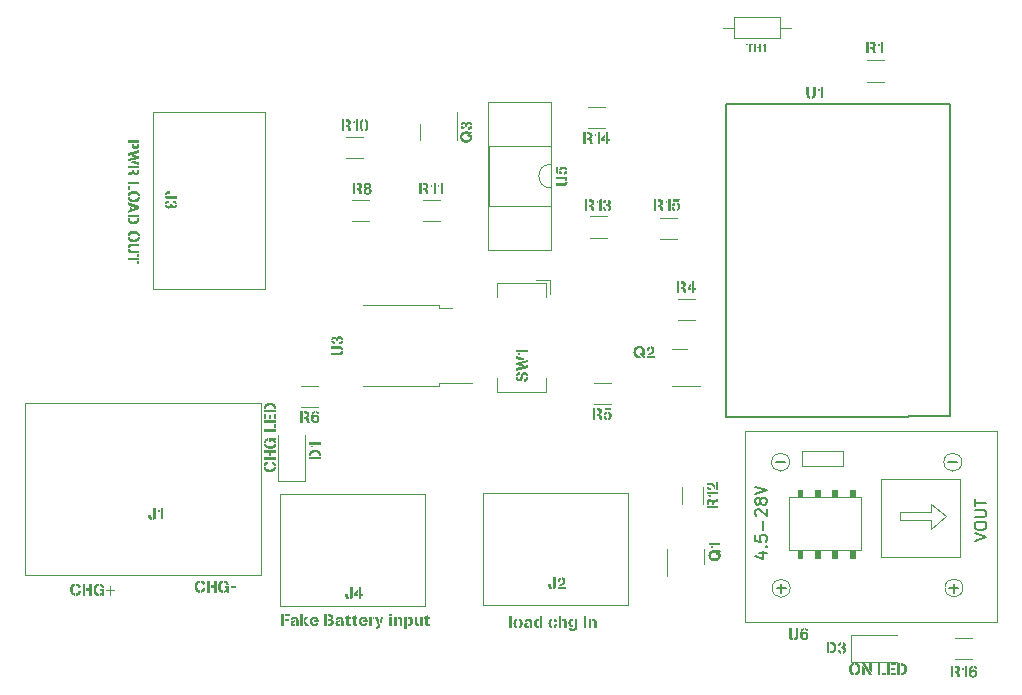
<source format=gbr>
%TF.GenerationSoftware,KiCad,Pcbnew,7.0.9*%
%TF.CreationDate,2024-07-11T14:42:56+10:00*%
%TF.ProjectId,bms test circuit,626d7320-7465-4737-9420-636972637569,rev?*%
%TF.SameCoordinates,Original*%
%TF.FileFunction,Legend,Top*%
%TF.FilePolarity,Positive*%
%FSLAX46Y46*%
G04 Gerber Fmt 4.6, Leading zero omitted, Abs format (unit mm)*
G04 Created by KiCad (PCBNEW 7.0.9) date 2024-07-11 14:42:56*
%MOMM*%
%LPD*%
G01*
G04 APERTURE LIST*
%ADD10C,0.150000*%
%ADD11C,0.100000*%
%ADD12C,0.108000*%
%ADD13C,0.120000*%
G04 APERTURE END LIST*
D10*
G36*
X175167726Y-90067373D02*
G01*
X175165651Y-90057051D01*
X175163456Y-90046908D01*
X175161140Y-90036943D01*
X175158704Y-90027157D01*
X175156148Y-90017549D01*
X175153472Y-90008119D01*
X175147759Y-89989795D01*
X175141565Y-89972185D01*
X175134891Y-89955288D01*
X175127735Y-89939105D01*
X175120099Y-89923636D01*
X175111981Y-89908880D01*
X175103383Y-89894838D01*
X175094304Y-89881510D01*
X175084744Y-89868895D01*
X175074704Y-89856994D01*
X175064182Y-89845806D01*
X175053180Y-89835333D01*
X175041697Y-89825572D01*
X175029727Y-89816433D01*
X175017265Y-89807884D01*
X175004310Y-89799924D01*
X174990864Y-89792554D01*
X174976925Y-89785773D01*
X174962493Y-89779582D01*
X174947570Y-89773981D01*
X174932154Y-89768969D01*
X174916245Y-89764547D01*
X174899845Y-89760714D01*
X174882952Y-89757472D01*
X174865567Y-89754818D01*
X174847690Y-89752755D01*
X174829320Y-89751281D01*
X174810458Y-89750396D01*
X174791103Y-89750101D01*
X174791103Y-89932062D01*
X174803877Y-89933657D01*
X174816002Y-89935783D01*
X174827479Y-89938442D01*
X174838307Y-89941634D01*
X174848487Y-89945357D01*
X174858019Y-89949613D01*
X174866903Y-89954402D01*
X174875138Y-89959723D01*
X174885110Y-89967645D01*
X174893930Y-89976515D01*
X174901940Y-89986376D01*
X174907642Y-89994453D01*
X174913083Y-90003114D01*
X174918261Y-90012359D01*
X174923178Y-90022188D01*
X174927832Y-90032601D01*
X174932225Y-90043597D01*
X174936356Y-90055178D01*
X174940225Y-90067342D01*
X174943832Y-90080091D01*
X174944976Y-90084470D01*
X175167726Y-90067373D01*
G37*
G36*
X175183113Y-90418838D02*
G01*
X174950594Y-90418838D01*
X174948539Y-90433186D01*
X174946037Y-90446920D01*
X174943089Y-90460039D01*
X174939695Y-90472545D01*
X174935854Y-90484437D01*
X174931566Y-90495715D01*
X174926832Y-90506379D01*
X174921651Y-90516429D01*
X174916024Y-90525865D01*
X174909951Y-90534687D01*
X174905653Y-90540227D01*
X174898712Y-90548024D01*
X174890984Y-90555202D01*
X174882472Y-90561762D01*
X174873173Y-90567704D01*
X174863089Y-90573028D01*
X174852219Y-90577734D01*
X174840563Y-90581821D01*
X174828122Y-90585290D01*
X174814894Y-90588141D01*
X174800882Y-90590373D01*
X174791103Y-90591518D01*
X174791103Y-90778852D01*
X174801920Y-90777378D01*
X174812570Y-90775826D01*
X174823054Y-90774195D01*
X174833373Y-90772487D01*
X174843525Y-90770700D01*
X174853511Y-90768834D01*
X174863332Y-90766891D01*
X174872986Y-90764869D01*
X174887156Y-90761690D01*
X174900953Y-90758335D01*
X174914376Y-90754804D01*
X174927425Y-90751096D01*
X174940101Y-90747213D01*
X174944244Y-90745879D01*
X174956485Y-90741632D01*
X174968387Y-90737041D01*
X174979949Y-90732106D01*
X174991173Y-90726829D01*
X175002057Y-90721207D01*
X175012602Y-90715242D01*
X175022808Y-90708934D01*
X175032675Y-90702282D01*
X175042203Y-90695287D01*
X175051391Y-90687948D01*
X175057328Y-90682865D01*
X175066023Y-90674930D01*
X175074430Y-90666605D01*
X175082549Y-90657888D01*
X175090381Y-90648781D01*
X175097925Y-90639284D01*
X175105182Y-90629396D01*
X175112150Y-90619117D01*
X175118832Y-90608447D01*
X175125225Y-90597387D01*
X175131331Y-90585936D01*
X175135242Y-90578085D01*
X175140933Y-90565894D01*
X175146376Y-90553138D01*
X175151569Y-90539814D01*
X175154893Y-90530617D01*
X175158107Y-90521167D01*
X175161209Y-90511466D01*
X175164201Y-90501514D01*
X175167082Y-90491309D01*
X175169853Y-90480852D01*
X175172513Y-90470144D01*
X175175062Y-90459183D01*
X175177501Y-90447971D01*
X175179829Y-90436507D01*
X175182046Y-90424791D01*
X175183113Y-90418838D01*
G37*
G36*
X174705130Y-90777631D02*
G01*
X174705130Y-90590053D01*
X174693288Y-90589784D01*
X174681849Y-90588979D01*
X174670813Y-90587638D01*
X174660182Y-90585759D01*
X174649954Y-90583344D01*
X174640129Y-90580393D01*
X174630708Y-90576904D01*
X174621691Y-90572879D01*
X174610295Y-90566678D01*
X174599617Y-90559522D01*
X174589573Y-90551580D01*
X174580078Y-90543143D01*
X174571132Y-90534209D01*
X174562736Y-90524779D01*
X174554890Y-90514852D01*
X174547593Y-90504430D01*
X174540846Y-90493512D01*
X174534648Y-90482097D01*
X174530383Y-90473216D01*
X174526380Y-90464160D01*
X174522638Y-90454927D01*
X174519158Y-90445518D01*
X174515940Y-90435933D01*
X174512984Y-90426172D01*
X174510290Y-90416235D01*
X174507858Y-90406122D01*
X174505688Y-90395833D01*
X174503779Y-90385368D01*
X174502653Y-90378294D01*
X174501125Y-90367639D01*
X174499748Y-90357013D01*
X174498520Y-90346418D01*
X174497443Y-90335853D01*
X174496517Y-90325318D01*
X174495740Y-90314813D01*
X174495114Y-90304338D01*
X174494638Y-90293893D01*
X174494313Y-90283478D01*
X174494138Y-90273093D01*
X174494104Y-90266187D01*
X174494162Y-90255499D01*
X174494336Y-90244777D01*
X174494626Y-90234021D01*
X174495032Y-90223230D01*
X174495553Y-90212405D01*
X174496191Y-90201546D01*
X174496944Y-90190653D01*
X174497814Y-90179725D01*
X174498799Y-90168762D01*
X174499900Y-90157766D01*
X174500699Y-90150415D01*
X174502079Y-90139434D01*
X174503747Y-90128654D01*
X174505703Y-90118076D01*
X174507946Y-90107700D01*
X174510477Y-90097525D01*
X174513295Y-90087552D01*
X174516402Y-90077782D01*
X174519795Y-90068212D01*
X174523477Y-90058845D01*
X174527446Y-90049680D01*
X174530252Y-90043681D01*
X174534759Y-90034895D01*
X174539580Y-90026396D01*
X174546495Y-90015512D01*
X174553968Y-90005140D01*
X174561997Y-89995278D01*
X174570584Y-89985928D01*
X174579728Y-89977090D01*
X174589429Y-89968763D01*
X174594488Y-89964791D01*
X174605246Y-89957464D01*
X174613891Y-89952609D01*
X174623029Y-89948304D01*
X174632661Y-89944549D01*
X174642787Y-89941344D01*
X174653407Y-89938687D01*
X174664520Y-89936581D01*
X174676127Y-89935024D01*
X174688228Y-89934016D01*
X174700822Y-89933558D01*
X174705130Y-89933528D01*
X174705130Y-89932062D01*
X174705130Y-89745949D01*
X174691346Y-89746105D01*
X174677779Y-89746571D01*
X174664426Y-89747349D01*
X174651290Y-89748437D01*
X174638369Y-89749837D01*
X174625663Y-89751548D01*
X174613174Y-89753569D01*
X174600899Y-89755902D01*
X174588841Y-89758546D01*
X174576998Y-89761501D01*
X174565371Y-89764766D01*
X174553959Y-89768343D01*
X174542763Y-89772231D01*
X174531782Y-89776430D01*
X174521018Y-89780940D01*
X174510468Y-89785761D01*
X174500136Y-89790849D01*
X174490021Y-89796160D01*
X174480123Y-89801695D01*
X174470443Y-89807453D01*
X174460981Y-89813434D01*
X174451736Y-89819638D01*
X174442708Y-89826066D01*
X174433898Y-89832717D01*
X174425306Y-89839591D01*
X174416931Y-89846688D01*
X174408774Y-89854009D01*
X174400834Y-89861552D01*
X174393112Y-89869320D01*
X174385607Y-89877310D01*
X174378320Y-89885524D01*
X174371250Y-89893960D01*
X174364426Y-89902607D01*
X174357817Y-89911450D01*
X174351421Y-89920490D01*
X174345238Y-89929727D01*
X174339269Y-89939160D01*
X174333515Y-89948789D01*
X174327973Y-89958615D01*
X174322646Y-89968638D01*
X174317532Y-89978857D01*
X174312632Y-89989272D01*
X174307945Y-89999885D01*
X174303473Y-90010693D01*
X174299214Y-90021698D01*
X174295168Y-90032900D01*
X174291337Y-90044299D01*
X174287719Y-90055893D01*
X174284318Y-90067620D01*
X174281136Y-90079474D01*
X174278173Y-90091457D01*
X174275431Y-90103567D01*
X174272907Y-90115804D01*
X174270603Y-90128170D01*
X174268518Y-90140664D01*
X174266653Y-90153285D01*
X174265007Y-90166035D01*
X174263581Y-90178912D01*
X174262374Y-90191917D01*
X174261387Y-90205049D01*
X174260619Y-90218310D01*
X174260070Y-90231699D01*
X174259741Y-90245215D01*
X174259631Y-90258859D01*
X174259743Y-90272358D01*
X174260078Y-90285745D01*
X174260636Y-90299019D01*
X174261417Y-90312181D01*
X174262422Y-90325229D01*
X174263650Y-90338166D01*
X174265101Y-90350989D01*
X174266775Y-90363700D01*
X174268673Y-90376299D01*
X174270794Y-90388785D01*
X174273138Y-90401158D01*
X174275705Y-90413419D01*
X174278496Y-90425567D01*
X174281510Y-90437603D01*
X174284747Y-90449526D01*
X174288207Y-90461337D01*
X174291916Y-90472996D01*
X174295836Y-90484467D01*
X174299968Y-90495749D01*
X174304312Y-90506842D01*
X174308868Y-90517746D01*
X174313635Y-90528461D01*
X174318615Y-90538988D01*
X174323806Y-90549325D01*
X174329209Y-90559474D01*
X174334823Y-90569433D01*
X174340650Y-90579204D01*
X174346688Y-90588786D01*
X174352938Y-90598178D01*
X174359400Y-90607382D01*
X174366074Y-90616397D01*
X174372960Y-90625224D01*
X174380088Y-90633844D01*
X174387427Y-90642240D01*
X174394979Y-90650414D01*
X174402742Y-90658364D01*
X174410717Y-90666091D01*
X174418904Y-90673595D01*
X174427303Y-90680876D01*
X174435913Y-90687933D01*
X174444736Y-90694767D01*
X174453770Y-90701378D01*
X174463016Y-90707765D01*
X174472473Y-90713929D01*
X174482143Y-90719870D01*
X174492024Y-90725588D01*
X174502117Y-90731083D01*
X174512422Y-90736354D01*
X174522964Y-90741352D01*
X174533706Y-90746028D01*
X174544648Y-90750382D01*
X174555791Y-90754413D01*
X174567134Y-90758121D01*
X174578677Y-90761507D01*
X174590421Y-90764571D01*
X174602365Y-90767312D01*
X174614509Y-90769730D01*
X174626854Y-90771826D01*
X174639399Y-90773600D01*
X174652145Y-90775051D01*
X174665090Y-90776180D01*
X174678237Y-90776986D01*
X174691583Y-90777470D01*
X174705130Y-90777631D01*
G37*
G36*
X176119785Y-90762000D02*
G01*
X176119785Y-89777212D01*
X175899966Y-89777212D01*
X175899966Y-90152369D01*
X175647663Y-90152369D01*
X175647663Y-90339948D01*
X175899966Y-90339948D01*
X175899966Y-90762000D01*
X176119785Y-90762000D01*
G37*
G36*
X175541418Y-90762000D02*
G01*
X175541418Y-89777212D01*
X175321599Y-89777212D01*
X175321599Y-90762000D01*
X175541418Y-90762000D01*
G37*
G36*
X177158305Y-90095705D02*
G01*
X177156635Y-90085400D01*
X177154647Y-90075186D01*
X177152342Y-90065061D01*
X177149718Y-90055027D01*
X177146778Y-90045083D01*
X177143519Y-90035229D01*
X177139943Y-90025465D01*
X177136049Y-90015792D01*
X177131837Y-90006208D01*
X177127307Y-89996715D01*
X177124111Y-89990436D01*
X177119095Y-89981084D01*
X177113847Y-89971895D01*
X177108368Y-89962869D01*
X177102656Y-89954006D01*
X177096713Y-89945306D01*
X177090537Y-89936770D01*
X177084130Y-89928396D01*
X177077491Y-89920186D01*
X177070621Y-89912139D01*
X177063518Y-89904255D01*
X177058654Y-89899090D01*
X177051241Y-89891453D01*
X177043656Y-89884023D01*
X177035899Y-89876799D01*
X177027971Y-89869780D01*
X177019871Y-89862968D01*
X177011599Y-89856362D01*
X177003156Y-89849962D01*
X176994540Y-89843769D01*
X176985753Y-89837781D01*
X176976795Y-89831999D01*
X176970727Y-89828259D01*
X176961570Y-89822784D01*
X176952328Y-89817531D01*
X176943000Y-89812503D01*
X176933586Y-89807697D01*
X176924087Y-89803114D01*
X176914501Y-89798755D01*
X176904830Y-89794619D01*
X176895072Y-89790707D01*
X176885229Y-89787017D01*
X176875300Y-89783551D01*
X176868633Y-89781364D01*
X176858649Y-89778378D01*
X176848807Y-89775201D01*
X176841034Y-89772327D01*
X176831689Y-89768494D01*
X176825891Y-89766466D01*
X176816284Y-89764001D01*
X176810748Y-89763046D01*
X176800601Y-89761350D01*
X176790159Y-89759697D01*
X176783392Y-89758650D01*
X176783392Y-89945984D01*
X176796975Y-89946323D01*
X176809879Y-89947341D01*
X176822105Y-89949037D01*
X176833653Y-89951411D01*
X176844522Y-89954463D01*
X176854713Y-89958194D01*
X176864226Y-89962604D01*
X176873060Y-89967691D01*
X176881216Y-89973457D01*
X176888693Y-89979901D01*
X176893302Y-89984575D01*
X176899862Y-89992067D01*
X176906079Y-90000165D01*
X176911952Y-90008868D01*
X176917482Y-90018177D01*
X176922668Y-90028091D01*
X176927511Y-90038610D01*
X176932010Y-90049735D01*
X176936166Y-90061465D01*
X176939979Y-90073801D01*
X176943448Y-90086741D01*
X176945570Y-90095705D01*
X177158305Y-90095705D01*
G37*
G36*
X177158305Y-90214896D02*
G01*
X176798780Y-90214896D01*
X176798780Y-90386842D01*
X176969017Y-90386842D01*
X176965891Y-90398856D01*
X176962743Y-90410473D01*
X176959572Y-90421693D01*
X176956377Y-90432516D01*
X176953160Y-90442942D01*
X176949920Y-90452971D01*
X176946657Y-90462604D01*
X176943371Y-90471839D01*
X176939171Y-90482802D01*
X176934661Y-90493253D01*
X176929840Y-90503191D01*
X176924710Y-90512616D01*
X176919269Y-90521528D01*
X176913518Y-90529928D01*
X176911131Y-90533144D01*
X176904904Y-90540779D01*
X176898127Y-90547961D01*
X176890802Y-90554689D01*
X176882929Y-90560965D01*
X176874507Y-90566787D01*
X176865536Y-90572156D01*
X176861794Y-90574177D01*
X176851895Y-90578859D01*
X176841124Y-90583136D01*
X176829483Y-90587007D01*
X176819544Y-90589812D01*
X176809047Y-90592357D01*
X176797993Y-90594643D01*
X176786382Y-90596670D01*
X176783392Y-90597136D01*
X176783392Y-90785935D01*
X176793947Y-90785649D01*
X176804239Y-90784790D01*
X176814269Y-90783359D01*
X176824036Y-90781356D01*
X176833541Y-90778780D01*
X176844600Y-90774933D01*
X176846407Y-90774212D01*
X176857152Y-90769649D01*
X176867587Y-90764572D01*
X176877714Y-90758979D01*
X176887531Y-90752871D01*
X176897040Y-90746248D01*
X176900140Y-90743926D01*
X176907854Y-90737817D01*
X176915425Y-90731399D01*
X176922852Y-90724670D01*
X176930137Y-90717631D01*
X176937278Y-90710283D01*
X176944276Y-90702624D01*
X176947035Y-90699473D01*
X176953904Y-90691376D01*
X176960774Y-90683111D01*
X176967643Y-90674679D01*
X176974512Y-90666081D01*
X176981382Y-90657315D01*
X176988251Y-90648383D01*
X176990999Y-90644763D01*
X177001990Y-90765663D01*
X177158305Y-90765663D01*
X177158305Y-90214896D01*
G37*
G36*
X176682276Y-90788866D02*
G01*
X176682276Y-90597136D01*
X176669673Y-90594628D01*
X176657603Y-90591866D01*
X176646066Y-90588852D01*
X176635061Y-90585584D01*
X176624588Y-90582062D01*
X176614647Y-90578288D01*
X176605239Y-90574260D01*
X176596363Y-90569979D01*
X176585357Y-90563877D01*
X176575297Y-90557324D01*
X176565997Y-90550336D01*
X176557269Y-90542929D01*
X176549114Y-90535102D01*
X176541531Y-90526855D01*
X176534520Y-90518188D01*
X176528082Y-90509101D01*
X176522217Y-90499595D01*
X176516923Y-90489669D01*
X176512199Y-90479327D01*
X176507917Y-90468572D01*
X176504078Y-90457406D01*
X176500681Y-90445827D01*
X176497727Y-90433836D01*
X176495216Y-90421433D01*
X176493148Y-90408618D01*
X176491887Y-90398736D01*
X176491522Y-90395391D01*
X176490562Y-90385167D01*
X176489696Y-90374737D01*
X176488925Y-90364101D01*
X176488248Y-90353259D01*
X176487665Y-90342211D01*
X176487177Y-90330957D01*
X176486784Y-90319496D01*
X176486485Y-90307830D01*
X176486280Y-90295957D01*
X176486170Y-90283879D01*
X176486149Y-90275712D01*
X176486196Y-90264265D01*
X176486338Y-90252912D01*
X176486574Y-90241653D01*
X176486904Y-90230489D01*
X176487330Y-90219419D01*
X176487849Y-90208444D01*
X176488463Y-90197563D01*
X176489171Y-90186777D01*
X176489974Y-90176085D01*
X176490872Y-90165488D01*
X176491522Y-90158475D01*
X176492709Y-90148093D01*
X176494161Y-90137922D01*
X176495880Y-90127961D01*
X176497865Y-90118210D01*
X176500116Y-90108669D01*
X176503532Y-90096276D01*
X176507420Y-90084256D01*
X176511782Y-90072611D01*
X176516618Y-90061340D01*
X176517900Y-90058580D01*
X176523369Y-90047753D01*
X176529395Y-90037377D01*
X176535978Y-90027451D01*
X176543118Y-90017975D01*
X176550816Y-90008949D01*
X176559071Y-90000374D01*
X176567882Y-89992249D01*
X176577251Y-89984575D01*
X176587387Y-89977377D01*
X176598378Y-89970805D01*
X176607183Y-89966287D01*
X176616468Y-89962121D01*
X176626234Y-89958307D01*
X176636480Y-89954846D01*
X176647208Y-89951736D01*
X176658416Y-89948978D01*
X176670106Y-89946572D01*
X176682276Y-89944519D01*
X176682276Y-89761581D01*
X176672144Y-89761581D01*
X176662134Y-89761581D01*
X176661271Y-89761581D01*
X176650750Y-89761790D01*
X176640253Y-89762416D01*
X176629779Y-89763459D01*
X176619330Y-89764920D01*
X176608904Y-89766798D01*
X176598502Y-89769094D01*
X176594348Y-89770129D01*
X176582232Y-89772830D01*
X176570367Y-89775743D01*
X176558754Y-89778868D01*
X176547393Y-89782204D01*
X176536283Y-89785752D01*
X176525426Y-89789512D01*
X176514821Y-89793484D01*
X176504467Y-89797668D01*
X176494365Y-89802063D01*
X176484515Y-89806670D01*
X176474917Y-89811489D01*
X176465571Y-89816520D01*
X176456477Y-89821763D01*
X176447635Y-89827217D01*
X176439044Y-89832883D01*
X176430706Y-89838762D01*
X176422594Y-89844794D01*
X176414685Y-89850985D01*
X176406978Y-89857334D01*
X176399473Y-89863842D01*
X176392171Y-89870508D01*
X176385070Y-89877333D01*
X176378173Y-89884316D01*
X176371477Y-89891457D01*
X176364983Y-89898757D01*
X176355623Y-89910003D01*
X176346717Y-89921606D01*
X176338266Y-89933565D01*
X176332885Y-89941735D01*
X176327706Y-89950064D01*
X176325193Y-89954288D01*
X176320306Y-89962843D01*
X176315599Y-89971530D01*
X176311071Y-89980352D01*
X176306722Y-89989307D01*
X176302553Y-89998395D01*
X176298563Y-90007617D01*
X176294752Y-90016973D01*
X176291121Y-90026462D01*
X176287669Y-90036085D01*
X176284397Y-90045841D01*
X176281304Y-90055731D01*
X176278390Y-90065755D01*
X176275655Y-90075912D01*
X176273100Y-90086202D01*
X176270725Y-90096627D01*
X176268528Y-90107184D01*
X176266488Y-90117825D01*
X176264579Y-90128559D01*
X176262801Y-90139387D01*
X176261155Y-90150309D01*
X176259641Y-90161323D01*
X176258259Y-90172432D01*
X176257008Y-90183633D01*
X176255889Y-90194929D01*
X176254901Y-90206317D01*
X176254046Y-90217800D01*
X176253321Y-90229375D01*
X176252729Y-90241045D01*
X176252268Y-90252808D01*
X176251939Y-90264664D01*
X176251742Y-90276614D01*
X176251676Y-90288657D01*
X176251752Y-90300547D01*
X176251981Y-90312406D01*
X176252363Y-90324231D01*
X176252897Y-90336025D01*
X176253584Y-90347786D01*
X176254423Y-90359514D01*
X176255416Y-90371210D01*
X176256561Y-90382874D01*
X176257858Y-90394505D01*
X176259308Y-90406103D01*
X176260911Y-90417670D01*
X176262667Y-90429203D01*
X176264575Y-90440705D01*
X176266636Y-90452174D01*
X176268849Y-90463610D01*
X176271215Y-90475014D01*
X176273783Y-90486323D01*
X176276539Y-90497473D01*
X176279484Y-90508465D01*
X176282618Y-90519298D01*
X176285941Y-90529974D01*
X176289453Y-90540490D01*
X176293154Y-90550849D01*
X176297044Y-90561049D01*
X176301122Y-90571090D01*
X176305390Y-90580974D01*
X176309847Y-90590698D01*
X176314492Y-90600265D01*
X176319326Y-90609673D01*
X176324349Y-90618923D01*
X176329562Y-90628014D01*
X176334963Y-90636947D01*
X176340568Y-90645663D01*
X176346392Y-90654162D01*
X176352436Y-90662447D01*
X176358700Y-90670515D01*
X176365183Y-90678368D01*
X176371885Y-90686006D01*
X176378807Y-90693427D01*
X176385948Y-90700633D01*
X176393309Y-90707624D01*
X176400889Y-90714399D01*
X176408689Y-90720958D01*
X176416708Y-90727302D01*
X176424946Y-90733430D01*
X176433404Y-90739342D01*
X176442081Y-90745039D01*
X176450978Y-90750520D01*
X176460117Y-90755696D01*
X176469521Y-90760538D01*
X176479191Y-90765046D01*
X176489126Y-90769220D01*
X176499326Y-90773060D01*
X176509791Y-90776566D01*
X176520521Y-90779739D01*
X176531517Y-90782577D01*
X176542778Y-90785081D01*
X176554304Y-90787252D01*
X176566095Y-90789089D01*
X176578152Y-90790591D01*
X176590474Y-90791760D01*
X176603061Y-90792595D01*
X176615913Y-90793096D01*
X176629031Y-90793263D01*
X176639369Y-90793057D01*
X176649502Y-90792438D01*
X176656142Y-90791797D01*
X176666114Y-90790698D01*
X176675880Y-90789599D01*
X176682276Y-90788866D01*
G37*
G36*
X178094244Y-90418106D02*
G01*
X178094244Y-90277422D01*
X177750350Y-90277422D01*
X177750350Y-89949159D01*
X177609666Y-89949159D01*
X177609666Y-90277422D01*
X177281404Y-90277422D01*
X177281404Y-90418106D01*
X177609666Y-90418106D01*
X177609666Y-90762000D01*
X177750350Y-90762000D01*
X177750350Y-90418106D01*
X178094244Y-90418106D01*
G37*
G36*
X185708726Y-89813373D02*
G01*
X185706651Y-89803051D01*
X185704456Y-89792908D01*
X185702140Y-89782943D01*
X185699704Y-89773157D01*
X185697148Y-89763549D01*
X185694472Y-89754119D01*
X185688759Y-89735795D01*
X185682565Y-89718185D01*
X185675891Y-89701288D01*
X185668735Y-89685105D01*
X185661099Y-89669636D01*
X185652981Y-89654880D01*
X185644383Y-89640838D01*
X185635304Y-89627510D01*
X185625744Y-89614895D01*
X185615704Y-89602994D01*
X185605182Y-89591806D01*
X185594180Y-89581333D01*
X185582697Y-89571572D01*
X185570727Y-89562433D01*
X185558265Y-89553884D01*
X185545310Y-89545924D01*
X185531864Y-89538554D01*
X185517925Y-89531773D01*
X185503493Y-89525582D01*
X185488570Y-89519981D01*
X185473154Y-89514969D01*
X185457245Y-89510547D01*
X185440845Y-89506714D01*
X185423952Y-89503472D01*
X185406567Y-89500818D01*
X185388690Y-89498755D01*
X185370320Y-89497281D01*
X185351458Y-89496396D01*
X185332103Y-89496101D01*
X185332103Y-89678062D01*
X185344877Y-89679657D01*
X185357002Y-89681783D01*
X185368479Y-89684442D01*
X185379307Y-89687634D01*
X185389487Y-89691357D01*
X185399019Y-89695613D01*
X185407903Y-89700402D01*
X185416138Y-89705723D01*
X185426110Y-89713645D01*
X185434930Y-89722515D01*
X185442940Y-89732376D01*
X185448642Y-89740453D01*
X185454083Y-89749114D01*
X185459261Y-89758359D01*
X185464178Y-89768188D01*
X185468832Y-89778601D01*
X185473225Y-89789597D01*
X185477356Y-89801178D01*
X185481225Y-89813342D01*
X185484832Y-89826091D01*
X185485976Y-89830470D01*
X185708726Y-89813373D01*
G37*
G36*
X185724113Y-90164838D02*
G01*
X185491594Y-90164838D01*
X185489539Y-90179186D01*
X185487037Y-90192920D01*
X185484089Y-90206039D01*
X185480695Y-90218545D01*
X185476854Y-90230437D01*
X185472566Y-90241715D01*
X185467832Y-90252379D01*
X185462651Y-90262429D01*
X185457024Y-90271865D01*
X185450951Y-90280687D01*
X185446653Y-90286227D01*
X185439712Y-90294024D01*
X185431984Y-90301202D01*
X185423472Y-90307762D01*
X185414173Y-90313704D01*
X185404089Y-90319028D01*
X185393219Y-90323734D01*
X185381563Y-90327821D01*
X185369122Y-90331290D01*
X185355894Y-90334141D01*
X185341882Y-90336373D01*
X185332103Y-90337518D01*
X185332103Y-90524852D01*
X185342920Y-90523378D01*
X185353570Y-90521826D01*
X185364054Y-90520195D01*
X185374373Y-90518487D01*
X185384525Y-90516700D01*
X185394511Y-90514834D01*
X185404332Y-90512891D01*
X185413986Y-90510869D01*
X185428156Y-90507690D01*
X185441953Y-90504335D01*
X185455376Y-90500804D01*
X185468425Y-90497096D01*
X185481101Y-90493213D01*
X185485244Y-90491879D01*
X185497485Y-90487632D01*
X185509387Y-90483041D01*
X185520949Y-90478106D01*
X185532173Y-90472829D01*
X185543057Y-90467207D01*
X185553602Y-90461242D01*
X185563808Y-90454934D01*
X185573675Y-90448282D01*
X185583203Y-90441287D01*
X185592391Y-90433948D01*
X185598328Y-90428865D01*
X185607023Y-90420930D01*
X185615430Y-90412605D01*
X185623549Y-90403888D01*
X185631381Y-90394781D01*
X185638925Y-90385284D01*
X185646182Y-90375396D01*
X185653150Y-90365117D01*
X185659832Y-90354447D01*
X185666225Y-90343387D01*
X185672331Y-90331936D01*
X185676242Y-90324085D01*
X185681933Y-90311894D01*
X185687376Y-90299138D01*
X185692569Y-90285814D01*
X185695893Y-90276617D01*
X185699107Y-90267167D01*
X185702209Y-90257466D01*
X185705201Y-90247514D01*
X185708082Y-90237309D01*
X185710853Y-90226852D01*
X185713513Y-90216144D01*
X185716062Y-90205183D01*
X185718501Y-90193971D01*
X185720829Y-90182507D01*
X185723046Y-90170791D01*
X185724113Y-90164838D01*
G37*
G36*
X185246130Y-90523631D02*
G01*
X185246130Y-90336053D01*
X185234288Y-90335784D01*
X185222849Y-90334979D01*
X185211813Y-90333638D01*
X185201182Y-90331759D01*
X185190954Y-90329344D01*
X185181129Y-90326393D01*
X185171708Y-90322904D01*
X185162691Y-90318879D01*
X185151295Y-90312678D01*
X185140617Y-90305522D01*
X185130573Y-90297580D01*
X185121078Y-90289143D01*
X185112132Y-90280209D01*
X185103736Y-90270779D01*
X185095890Y-90260852D01*
X185088593Y-90250430D01*
X185081846Y-90239512D01*
X185075648Y-90228097D01*
X185071383Y-90219216D01*
X185067380Y-90210160D01*
X185063638Y-90200927D01*
X185060158Y-90191518D01*
X185056940Y-90181933D01*
X185053984Y-90172172D01*
X185051290Y-90162235D01*
X185048858Y-90152122D01*
X185046688Y-90141833D01*
X185044779Y-90131368D01*
X185043653Y-90124294D01*
X185042125Y-90113639D01*
X185040748Y-90103013D01*
X185039520Y-90092418D01*
X185038443Y-90081853D01*
X185037517Y-90071318D01*
X185036740Y-90060813D01*
X185036114Y-90050338D01*
X185035638Y-90039893D01*
X185035313Y-90029478D01*
X185035138Y-90019093D01*
X185035104Y-90012187D01*
X185035162Y-90001499D01*
X185035336Y-89990777D01*
X185035626Y-89980021D01*
X185036032Y-89969230D01*
X185036553Y-89958405D01*
X185037191Y-89947546D01*
X185037944Y-89936653D01*
X185038814Y-89925725D01*
X185039799Y-89914762D01*
X185040900Y-89903766D01*
X185041699Y-89896415D01*
X185043079Y-89885434D01*
X185044747Y-89874654D01*
X185046703Y-89864076D01*
X185048946Y-89853700D01*
X185051477Y-89843525D01*
X185054295Y-89833552D01*
X185057402Y-89823782D01*
X185060795Y-89814212D01*
X185064477Y-89804845D01*
X185068446Y-89795680D01*
X185071252Y-89789681D01*
X185075759Y-89780895D01*
X185080580Y-89772396D01*
X185087495Y-89761512D01*
X185094968Y-89751140D01*
X185102997Y-89741278D01*
X185111584Y-89731928D01*
X185120728Y-89723090D01*
X185130429Y-89714763D01*
X185135488Y-89710791D01*
X185146246Y-89703464D01*
X185154891Y-89698609D01*
X185164029Y-89694304D01*
X185173661Y-89690549D01*
X185183787Y-89687344D01*
X185194407Y-89684687D01*
X185205520Y-89682581D01*
X185217127Y-89681024D01*
X185229228Y-89680016D01*
X185241822Y-89679558D01*
X185246130Y-89679528D01*
X185246130Y-89678062D01*
X185246130Y-89491949D01*
X185232346Y-89492105D01*
X185218779Y-89492571D01*
X185205426Y-89493349D01*
X185192290Y-89494437D01*
X185179369Y-89495837D01*
X185166663Y-89497548D01*
X185154174Y-89499569D01*
X185141899Y-89501902D01*
X185129841Y-89504546D01*
X185117998Y-89507501D01*
X185106371Y-89510766D01*
X185094959Y-89514343D01*
X185083763Y-89518231D01*
X185072782Y-89522430D01*
X185062018Y-89526940D01*
X185051468Y-89531761D01*
X185041136Y-89536849D01*
X185031021Y-89542160D01*
X185021123Y-89547695D01*
X185011443Y-89553453D01*
X185001981Y-89559434D01*
X184992736Y-89565638D01*
X184983708Y-89572066D01*
X184974898Y-89578717D01*
X184966306Y-89585591D01*
X184957931Y-89592688D01*
X184949774Y-89600009D01*
X184941834Y-89607552D01*
X184934112Y-89615320D01*
X184926607Y-89623310D01*
X184919320Y-89631524D01*
X184912250Y-89639960D01*
X184905426Y-89648607D01*
X184898817Y-89657450D01*
X184892421Y-89666490D01*
X184886238Y-89675727D01*
X184880269Y-89685160D01*
X184874515Y-89694789D01*
X184868973Y-89704615D01*
X184863646Y-89714638D01*
X184858532Y-89724857D01*
X184853632Y-89735272D01*
X184848945Y-89745885D01*
X184844473Y-89756693D01*
X184840214Y-89767698D01*
X184836168Y-89778900D01*
X184832337Y-89790299D01*
X184828719Y-89801893D01*
X184825318Y-89813620D01*
X184822136Y-89825474D01*
X184819173Y-89837457D01*
X184816431Y-89849567D01*
X184813907Y-89861804D01*
X184811603Y-89874170D01*
X184809518Y-89886664D01*
X184807653Y-89899285D01*
X184806007Y-89912035D01*
X184804581Y-89924912D01*
X184803374Y-89937917D01*
X184802387Y-89951049D01*
X184801619Y-89964310D01*
X184801070Y-89977699D01*
X184800741Y-89991215D01*
X184800631Y-90004859D01*
X184800743Y-90018358D01*
X184801078Y-90031745D01*
X184801636Y-90045019D01*
X184802417Y-90058181D01*
X184803422Y-90071229D01*
X184804650Y-90084166D01*
X184806101Y-90096989D01*
X184807775Y-90109700D01*
X184809673Y-90122299D01*
X184811794Y-90134785D01*
X184814138Y-90147158D01*
X184816705Y-90159419D01*
X184819496Y-90171567D01*
X184822510Y-90183603D01*
X184825747Y-90195526D01*
X184829207Y-90207337D01*
X184832916Y-90218996D01*
X184836836Y-90230467D01*
X184840968Y-90241749D01*
X184845312Y-90252842D01*
X184849868Y-90263746D01*
X184854635Y-90274461D01*
X184859615Y-90284988D01*
X184864806Y-90295325D01*
X184870209Y-90305474D01*
X184875823Y-90315433D01*
X184881650Y-90325204D01*
X184887688Y-90334786D01*
X184893938Y-90344178D01*
X184900400Y-90353382D01*
X184907074Y-90362397D01*
X184913960Y-90371224D01*
X184921088Y-90379844D01*
X184928427Y-90388240D01*
X184935979Y-90396414D01*
X184943742Y-90404364D01*
X184951717Y-90412091D01*
X184959904Y-90419595D01*
X184968303Y-90426876D01*
X184976913Y-90433933D01*
X184985736Y-90440767D01*
X184994770Y-90447378D01*
X185004016Y-90453765D01*
X185013473Y-90459929D01*
X185023143Y-90465870D01*
X185033024Y-90471588D01*
X185043117Y-90477083D01*
X185053422Y-90482354D01*
X185063964Y-90487352D01*
X185074706Y-90492028D01*
X185085648Y-90496382D01*
X185096791Y-90500413D01*
X185108134Y-90504121D01*
X185119677Y-90507507D01*
X185131421Y-90510571D01*
X185143365Y-90513312D01*
X185155509Y-90515730D01*
X185167854Y-90517826D01*
X185180399Y-90519600D01*
X185193145Y-90521051D01*
X185206090Y-90522180D01*
X185219237Y-90522986D01*
X185232583Y-90523470D01*
X185246130Y-90523631D01*
G37*
G36*
X186660785Y-90508000D02*
G01*
X186660785Y-89523212D01*
X186440966Y-89523212D01*
X186440966Y-89898369D01*
X186188663Y-89898369D01*
X186188663Y-90085948D01*
X186440966Y-90085948D01*
X186440966Y-90508000D01*
X186660785Y-90508000D01*
G37*
G36*
X186082418Y-90508000D02*
G01*
X186082418Y-89523212D01*
X185862599Y-89523212D01*
X185862599Y-90508000D01*
X186082418Y-90508000D01*
G37*
G36*
X187699305Y-89841705D02*
G01*
X187697635Y-89831400D01*
X187695647Y-89821186D01*
X187693342Y-89811061D01*
X187690718Y-89801027D01*
X187687778Y-89791083D01*
X187684519Y-89781229D01*
X187680943Y-89771465D01*
X187677049Y-89761792D01*
X187672837Y-89752208D01*
X187668307Y-89742715D01*
X187665111Y-89736436D01*
X187660095Y-89727084D01*
X187654847Y-89717895D01*
X187649368Y-89708869D01*
X187643656Y-89700006D01*
X187637713Y-89691306D01*
X187631537Y-89682770D01*
X187625130Y-89674396D01*
X187618491Y-89666186D01*
X187611621Y-89658139D01*
X187604518Y-89650255D01*
X187599654Y-89645090D01*
X187592241Y-89637453D01*
X187584656Y-89630023D01*
X187576899Y-89622799D01*
X187568971Y-89615780D01*
X187560871Y-89608968D01*
X187552599Y-89602362D01*
X187544156Y-89595962D01*
X187535540Y-89589769D01*
X187526753Y-89583781D01*
X187517795Y-89577999D01*
X187511727Y-89574259D01*
X187502570Y-89568784D01*
X187493328Y-89563531D01*
X187484000Y-89558503D01*
X187474586Y-89553697D01*
X187465087Y-89549114D01*
X187455501Y-89544755D01*
X187445830Y-89540619D01*
X187436072Y-89536707D01*
X187426229Y-89533017D01*
X187416300Y-89529551D01*
X187409633Y-89527364D01*
X187399649Y-89524378D01*
X187389807Y-89521201D01*
X187382034Y-89518327D01*
X187372689Y-89514494D01*
X187366891Y-89512466D01*
X187357284Y-89510001D01*
X187351748Y-89509046D01*
X187341601Y-89507350D01*
X187331159Y-89505697D01*
X187324392Y-89504650D01*
X187324392Y-89691984D01*
X187337975Y-89692323D01*
X187350879Y-89693341D01*
X187363105Y-89695037D01*
X187374653Y-89697411D01*
X187385522Y-89700463D01*
X187395713Y-89704194D01*
X187405226Y-89708604D01*
X187414060Y-89713691D01*
X187422216Y-89719457D01*
X187429693Y-89725901D01*
X187434302Y-89730575D01*
X187440862Y-89738067D01*
X187447079Y-89746165D01*
X187452952Y-89754868D01*
X187458482Y-89764177D01*
X187463668Y-89774091D01*
X187468511Y-89784610D01*
X187473010Y-89795735D01*
X187477166Y-89807465D01*
X187480979Y-89819801D01*
X187484448Y-89832741D01*
X187486570Y-89841705D01*
X187699305Y-89841705D01*
G37*
G36*
X187699305Y-89960896D02*
G01*
X187339780Y-89960896D01*
X187339780Y-90132842D01*
X187510017Y-90132842D01*
X187506891Y-90144856D01*
X187503743Y-90156473D01*
X187500572Y-90167693D01*
X187497377Y-90178516D01*
X187494160Y-90188942D01*
X187490920Y-90198971D01*
X187487657Y-90208604D01*
X187484371Y-90217839D01*
X187480171Y-90228802D01*
X187475661Y-90239253D01*
X187470840Y-90249191D01*
X187465710Y-90258616D01*
X187460269Y-90267528D01*
X187454518Y-90275928D01*
X187452131Y-90279144D01*
X187445904Y-90286779D01*
X187439127Y-90293961D01*
X187431802Y-90300689D01*
X187423929Y-90306965D01*
X187415507Y-90312787D01*
X187406536Y-90318156D01*
X187402794Y-90320177D01*
X187392895Y-90324859D01*
X187382124Y-90329136D01*
X187370483Y-90333007D01*
X187360544Y-90335812D01*
X187350047Y-90338357D01*
X187338993Y-90340643D01*
X187327382Y-90342670D01*
X187324392Y-90343136D01*
X187324392Y-90531935D01*
X187334947Y-90531649D01*
X187345239Y-90530790D01*
X187355269Y-90529359D01*
X187365036Y-90527356D01*
X187374541Y-90524780D01*
X187385600Y-90520933D01*
X187387407Y-90520212D01*
X187398152Y-90515649D01*
X187408587Y-90510572D01*
X187418714Y-90504979D01*
X187428531Y-90498871D01*
X187438040Y-90492248D01*
X187441140Y-90489926D01*
X187448854Y-90483817D01*
X187456425Y-90477399D01*
X187463852Y-90470670D01*
X187471137Y-90463631D01*
X187478278Y-90456283D01*
X187485276Y-90448624D01*
X187488035Y-90445473D01*
X187494904Y-90437376D01*
X187501774Y-90429111D01*
X187508643Y-90420679D01*
X187515512Y-90412081D01*
X187522382Y-90403315D01*
X187529251Y-90394383D01*
X187531999Y-90390763D01*
X187542990Y-90511663D01*
X187699305Y-90511663D01*
X187699305Y-89960896D01*
G37*
G36*
X187223276Y-90534866D02*
G01*
X187223276Y-90343136D01*
X187210673Y-90340628D01*
X187198603Y-90337866D01*
X187187066Y-90334852D01*
X187176061Y-90331584D01*
X187165588Y-90328062D01*
X187155647Y-90324288D01*
X187146239Y-90320260D01*
X187137363Y-90315979D01*
X187126357Y-90309877D01*
X187116297Y-90303324D01*
X187106997Y-90296336D01*
X187098269Y-90288929D01*
X187090114Y-90281102D01*
X187082531Y-90272855D01*
X187075520Y-90264188D01*
X187069082Y-90255101D01*
X187063217Y-90245595D01*
X187057923Y-90235669D01*
X187053199Y-90225327D01*
X187048917Y-90214572D01*
X187045078Y-90203406D01*
X187041681Y-90191827D01*
X187038727Y-90179836D01*
X187036216Y-90167433D01*
X187034148Y-90154618D01*
X187032887Y-90144736D01*
X187032522Y-90141391D01*
X187031562Y-90131167D01*
X187030696Y-90120737D01*
X187029925Y-90110101D01*
X187029248Y-90099259D01*
X187028665Y-90088211D01*
X187028177Y-90076957D01*
X187027784Y-90065496D01*
X187027485Y-90053830D01*
X187027280Y-90041957D01*
X187027170Y-90029879D01*
X187027149Y-90021712D01*
X187027196Y-90010265D01*
X187027338Y-89998912D01*
X187027574Y-89987653D01*
X187027904Y-89976489D01*
X187028330Y-89965419D01*
X187028849Y-89954444D01*
X187029463Y-89943563D01*
X187030171Y-89932777D01*
X187030974Y-89922085D01*
X187031872Y-89911488D01*
X187032522Y-89904475D01*
X187033709Y-89894093D01*
X187035161Y-89883922D01*
X187036880Y-89873961D01*
X187038865Y-89864210D01*
X187041116Y-89854669D01*
X187044532Y-89842276D01*
X187048420Y-89830256D01*
X187052782Y-89818611D01*
X187057618Y-89807340D01*
X187058900Y-89804580D01*
X187064369Y-89793753D01*
X187070395Y-89783377D01*
X187076978Y-89773451D01*
X187084118Y-89763975D01*
X187091816Y-89754949D01*
X187100071Y-89746374D01*
X187108882Y-89738249D01*
X187118251Y-89730575D01*
X187128387Y-89723377D01*
X187139378Y-89716805D01*
X187148183Y-89712287D01*
X187157468Y-89708121D01*
X187167234Y-89704307D01*
X187177480Y-89700846D01*
X187188208Y-89697736D01*
X187199416Y-89694978D01*
X187211106Y-89692572D01*
X187223276Y-89690519D01*
X187223276Y-89507581D01*
X187213144Y-89507581D01*
X187203134Y-89507581D01*
X187202271Y-89507581D01*
X187191750Y-89507790D01*
X187181253Y-89508416D01*
X187170779Y-89509459D01*
X187160330Y-89510920D01*
X187149904Y-89512798D01*
X187139502Y-89515094D01*
X187135348Y-89516129D01*
X187123232Y-89518830D01*
X187111367Y-89521743D01*
X187099754Y-89524868D01*
X187088393Y-89528204D01*
X187077283Y-89531752D01*
X187066426Y-89535512D01*
X187055821Y-89539484D01*
X187045467Y-89543668D01*
X187035365Y-89548063D01*
X187025515Y-89552670D01*
X187015917Y-89557489D01*
X187006571Y-89562520D01*
X186997477Y-89567763D01*
X186988635Y-89573217D01*
X186980044Y-89578883D01*
X186971706Y-89584762D01*
X186963594Y-89590794D01*
X186955685Y-89596985D01*
X186947978Y-89603334D01*
X186940473Y-89609842D01*
X186933171Y-89616508D01*
X186926070Y-89623333D01*
X186919173Y-89630316D01*
X186912477Y-89637457D01*
X186905983Y-89644757D01*
X186896623Y-89656003D01*
X186887717Y-89667606D01*
X186879266Y-89679565D01*
X186873885Y-89687735D01*
X186868706Y-89696064D01*
X186866193Y-89700288D01*
X186861306Y-89708843D01*
X186856599Y-89717530D01*
X186852071Y-89726352D01*
X186847722Y-89735307D01*
X186843553Y-89744395D01*
X186839563Y-89753617D01*
X186835752Y-89762973D01*
X186832121Y-89772462D01*
X186828669Y-89782085D01*
X186825397Y-89791841D01*
X186822304Y-89801731D01*
X186819390Y-89811755D01*
X186816655Y-89821912D01*
X186814100Y-89832202D01*
X186811725Y-89842627D01*
X186809528Y-89853184D01*
X186807488Y-89863825D01*
X186805579Y-89874559D01*
X186803801Y-89885387D01*
X186802155Y-89896309D01*
X186800641Y-89907323D01*
X186799259Y-89918432D01*
X186798008Y-89929633D01*
X186796889Y-89940929D01*
X186795901Y-89952317D01*
X186795046Y-89963800D01*
X186794321Y-89975375D01*
X186793729Y-89987045D01*
X186793268Y-89998808D01*
X186792939Y-90010664D01*
X186792742Y-90022614D01*
X186792676Y-90034657D01*
X186792752Y-90046547D01*
X186792981Y-90058406D01*
X186793363Y-90070231D01*
X186793897Y-90082025D01*
X186794584Y-90093786D01*
X186795423Y-90105514D01*
X186796416Y-90117210D01*
X186797561Y-90128874D01*
X186798858Y-90140505D01*
X186800308Y-90152103D01*
X186801911Y-90163670D01*
X186803667Y-90175203D01*
X186805575Y-90186705D01*
X186807636Y-90198174D01*
X186809849Y-90209610D01*
X186812215Y-90221014D01*
X186814783Y-90232323D01*
X186817539Y-90243473D01*
X186820484Y-90254465D01*
X186823618Y-90265298D01*
X186826941Y-90275974D01*
X186830453Y-90286490D01*
X186834154Y-90296849D01*
X186838044Y-90307049D01*
X186842122Y-90317090D01*
X186846390Y-90326974D01*
X186850847Y-90336698D01*
X186855492Y-90346265D01*
X186860326Y-90355673D01*
X186865349Y-90364923D01*
X186870562Y-90374014D01*
X186875963Y-90382947D01*
X186881568Y-90391663D01*
X186887392Y-90400162D01*
X186893436Y-90408447D01*
X186899700Y-90416515D01*
X186906183Y-90424368D01*
X186912885Y-90432006D01*
X186919807Y-90439427D01*
X186926948Y-90446633D01*
X186934309Y-90453624D01*
X186941889Y-90460399D01*
X186949689Y-90466958D01*
X186957708Y-90473302D01*
X186965946Y-90479430D01*
X186974404Y-90485342D01*
X186983081Y-90491039D01*
X186991978Y-90496520D01*
X187001117Y-90501696D01*
X187010521Y-90506538D01*
X187020191Y-90511046D01*
X187030126Y-90515220D01*
X187040326Y-90519060D01*
X187050791Y-90522566D01*
X187061521Y-90525739D01*
X187072517Y-90528577D01*
X187083778Y-90531081D01*
X187095304Y-90533252D01*
X187107095Y-90535089D01*
X187119152Y-90536591D01*
X187131474Y-90537760D01*
X187144061Y-90538595D01*
X187156913Y-90539096D01*
X187170031Y-90539263D01*
X187180369Y-90539057D01*
X187190502Y-90538438D01*
X187197142Y-90537797D01*
X187207114Y-90536698D01*
X187216880Y-90535599D01*
X187223276Y-90534866D01*
G37*
G36*
X188275718Y-90148474D02*
G01*
X188275718Y-89976527D01*
X187869298Y-89976527D01*
X187869298Y-90148474D01*
X188275718Y-90148474D01*
G37*
G36*
X218676158Y-58200000D02*
G01*
X218670353Y-58190180D01*
X218664785Y-58180384D01*
X218659454Y-58170610D01*
X218654359Y-58160860D01*
X218649501Y-58151132D01*
X218644879Y-58141427D01*
X218640494Y-58131745D01*
X218636346Y-58122086D01*
X218632434Y-58112316D01*
X218628759Y-58102302D01*
X218625321Y-58092044D01*
X218622119Y-58081542D01*
X218619154Y-58070795D01*
X218616425Y-58059804D01*
X218613933Y-58048569D01*
X218611678Y-58037090D01*
X218609570Y-58025438D01*
X218607523Y-58013381D01*
X218605927Y-58003443D01*
X218604370Y-57993246D01*
X218602851Y-57982789D01*
X218601371Y-57972073D01*
X218599928Y-57961098D01*
X218599221Y-57955512D01*
X218597718Y-57944300D01*
X218596015Y-57933134D01*
X218594115Y-57922013D01*
X218592016Y-57910938D01*
X218589719Y-57899909D01*
X218587223Y-57888926D01*
X218584528Y-57877988D01*
X218581636Y-57867096D01*
X218578480Y-57856300D01*
X218574995Y-57845771D01*
X218571183Y-57835509D01*
X218567042Y-57825514D01*
X218562573Y-57815786D01*
X218557776Y-57806326D01*
X218552651Y-57797132D01*
X218547197Y-57788206D01*
X218541355Y-57779703D01*
X218534939Y-57771781D01*
X218527952Y-57764438D01*
X218520392Y-57757676D01*
X218512259Y-57751493D01*
X218503554Y-57745891D01*
X218494277Y-57740869D01*
X218484427Y-57736427D01*
X218475131Y-57732795D01*
X218470261Y-57730809D01*
X218461180Y-57727067D01*
X218456339Y-57725191D01*
X218466345Y-57724852D01*
X218476092Y-57723833D01*
X218487911Y-57721604D01*
X218499324Y-57718313D01*
X218510332Y-57713962D01*
X218520934Y-57708549D01*
X218529123Y-57703454D01*
X218538972Y-57696304D01*
X218548367Y-57688594D01*
X218557309Y-57680323D01*
X218564137Y-57673303D01*
X218570674Y-57665925D01*
X218576921Y-57658187D01*
X218582878Y-57650091D01*
X218584322Y-57648011D01*
X218589948Y-57639485D01*
X218595222Y-57630761D01*
X218600145Y-57621839D01*
X218604717Y-57612718D01*
X218608937Y-57603398D01*
X218612807Y-57593880D01*
X218616326Y-57584164D01*
X218619493Y-57574249D01*
X218622298Y-57564285D01*
X218624729Y-57554420D01*
X218626786Y-57544654D01*
X218628469Y-57534987D01*
X218630047Y-57523043D01*
X218631040Y-57511255D01*
X218631450Y-57499621D01*
X218631461Y-57497313D01*
X218631298Y-57483337D01*
X218630809Y-57469804D01*
X218629993Y-57456713D01*
X218628851Y-57444064D01*
X218627383Y-57431857D01*
X218625588Y-57420093D01*
X218623467Y-57408771D01*
X218621020Y-57397891D01*
X218618246Y-57387453D01*
X218615147Y-57377457D01*
X218612899Y-57371039D01*
X218609305Y-57361727D01*
X218604158Y-57349832D01*
X218598607Y-57338532D01*
X218592652Y-57327827D01*
X218586292Y-57317718D01*
X218579528Y-57308204D01*
X218572359Y-57299285D01*
X218564786Y-57290961D01*
X218562829Y-57288974D01*
X218554811Y-57281303D01*
X218546388Y-57274166D01*
X218537561Y-57267564D01*
X218528330Y-57261496D01*
X218518694Y-57255963D01*
X218508653Y-57250963D01*
X218498208Y-57246498D01*
X218487358Y-57242568D01*
X218476218Y-57238980D01*
X218464903Y-57235668D01*
X218453412Y-57232630D01*
X218441746Y-57229867D01*
X218429904Y-57227379D01*
X218417886Y-57225165D01*
X218405693Y-57223227D01*
X218393324Y-57221563D01*
X218380776Y-57220074D01*
X218368045Y-57218784D01*
X218355131Y-57217693D01*
X218345325Y-57217005D01*
X218335416Y-57216428D01*
X218325404Y-57215963D01*
X218315289Y-57215609D01*
X218305071Y-57215367D01*
X218294750Y-57215237D01*
X218287812Y-57215212D01*
X218277414Y-57215212D01*
X218267012Y-57215212D01*
X218256605Y-57215212D01*
X218246195Y-57215212D01*
X218235780Y-57215212D01*
X218225361Y-57215212D01*
X218214937Y-57215212D01*
X218204509Y-57215212D01*
X218194077Y-57215212D01*
X218183641Y-57215212D01*
X218176681Y-57215212D01*
X218176681Y-57402791D01*
X218182299Y-57402791D01*
X218193554Y-57402791D01*
X218204879Y-57402791D01*
X218216274Y-57402791D01*
X218226097Y-57402791D01*
X218234322Y-57402791D01*
X218244240Y-57402791D01*
X218254209Y-57402791D01*
X218264230Y-57402791D01*
X218274302Y-57402791D01*
X218284426Y-57402791D01*
X218287812Y-57402791D01*
X218298845Y-57402920D01*
X218309416Y-57403306D01*
X218319522Y-57403950D01*
X218330727Y-57405027D01*
X218341301Y-57406454D01*
X218351185Y-57408324D01*
X218361565Y-57411378D01*
X218370969Y-57415408D01*
X218379395Y-57420414D01*
X218380380Y-57421109D01*
X218388554Y-57428238D01*
X218394782Y-57436165D01*
X218400033Y-57445587D01*
X218403827Y-57455059D01*
X218406872Y-57465875D01*
X218408887Y-57476373D01*
X218410353Y-57488005D01*
X218411154Y-57498565D01*
X218411574Y-57509911D01*
X218411643Y-57517096D01*
X218411540Y-57528992D01*
X218411230Y-57540254D01*
X218410715Y-57550882D01*
X218409994Y-57560877D01*
X218408803Y-57572480D01*
X218407289Y-57583093D01*
X218405454Y-57592716D01*
X218405048Y-57594521D01*
X218402315Y-57604774D01*
X218398877Y-57614099D01*
X218393977Y-57623806D01*
X218388118Y-57632251D01*
X218382334Y-57638485D01*
X218374683Y-57644619D01*
X218366051Y-57649772D01*
X218356438Y-57653943D01*
X218345842Y-57657132D01*
X218339347Y-57658513D01*
X218328891Y-57660173D01*
X218317491Y-57661490D01*
X218307269Y-57662325D01*
X218296392Y-57662921D01*
X218284858Y-57663279D01*
X218272668Y-57663398D01*
X218262101Y-57663398D01*
X218251558Y-57663398D01*
X218241037Y-57663398D01*
X218230540Y-57663398D01*
X218224553Y-57663398D01*
X218214164Y-57663398D01*
X218203729Y-57663398D01*
X218193247Y-57663398D01*
X218182718Y-57663398D01*
X218176681Y-57663398D01*
X218176681Y-57838520D01*
X218187162Y-57838520D01*
X218197434Y-57838520D01*
X218202327Y-57838520D01*
X218212344Y-57838520D01*
X218215027Y-57838520D01*
X218225123Y-57839488D01*
X218227728Y-57839986D01*
X218237620Y-57841390D01*
X218247679Y-57842285D01*
X218253129Y-57842672D01*
X218265204Y-57844309D01*
X218276515Y-57846412D01*
X218287064Y-57848981D01*
X218296849Y-57852015D01*
X218308006Y-57856462D01*
X218317972Y-57861636D01*
X218326744Y-57867538D01*
X218328356Y-57868806D01*
X218335948Y-57875362D01*
X218342848Y-57882359D01*
X218350216Y-57891338D01*
X218356587Y-57900952D01*
X218361962Y-57911201D01*
X218364992Y-57918387D01*
X218368383Y-57927725D01*
X218371380Y-57937421D01*
X218373983Y-57947475D01*
X218376193Y-57957886D01*
X218378009Y-57968655D01*
X218379432Y-57979782D01*
X218379891Y-57984333D01*
X218381049Y-57995741D01*
X218382386Y-58007221D01*
X218383902Y-58018773D01*
X218385596Y-58030396D01*
X218387470Y-58042090D01*
X218389522Y-58053856D01*
X218390394Y-58058583D01*
X218392814Y-58070342D01*
X218395498Y-58081958D01*
X218398444Y-58093430D01*
X218401652Y-58104760D01*
X218405122Y-58115947D01*
X218408855Y-58126990D01*
X218410421Y-58131367D01*
X218414498Y-58142252D01*
X218418789Y-58153077D01*
X218423294Y-58163843D01*
X218428015Y-58174549D01*
X218432949Y-58185195D01*
X218438099Y-58195782D01*
X218440219Y-58200000D01*
X218676158Y-58200000D01*
G37*
G36*
X218068726Y-58200000D02*
G01*
X218068726Y-57215212D01*
X217848907Y-57215212D01*
X217848907Y-58200000D01*
X218068726Y-58200000D01*
G37*
G36*
X219265516Y-58200000D02*
G01*
X219265516Y-57230844D01*
X219089417Y-57230844D01*
X219087737Y-57241804D01*
X219085631Y-57252704D01*
X219083097Y-57263542D01*
X219080529Y-57272975D01*
X219080135Y-57274319D01*
X219076640Y-57284898D01*
X219073055Y-57294079D01*
X219068979Y-57303190D01*
X219064413Y-57312231D01*
X219062306Y-57316085D01*
X219062306Y-57317306D01*
X219062306Y-58200000D01*
X219265516Y-58200000D01*
G37*
G36*
X218952885Y-57543475D02*
G01*
X218952885Y-57360293D01*
X218944944Y-57366539D01*
X218937181Y-57373230D01*
X218931147Y-57379344D01*
X218924467Y-57387123D01*
X218919912Y-57392533D01*
X218911923Y-57398648D01*
X218906479Y-57400593D01*
X218896547Y-57402170D01*
X218886535Y-57402714D01*
X218880100Y-57402791D01*
X218857630Y-57402791D01*
X218847860Y-57402791D01*
X218843464Y-57401570D01*
X218843464Y-57543475D01*
X218952885Y-57543475D01*
G37*
G36*
X219674378Y-57391556D02*
G01*
X219674378Y-57229378D01*
X219660442Y-57231099D01*
X219646935Y-57233056D01*
X219633858Y-57235250D01*
X219621210Y-57237679D01*
X219608991Y-57240344D01*
X219597201Y-57243246D01*
X219585841Y-57246384D01*
X219574910Y-57249757D01*
X219564409Y-57253367D01*
X219554337Y-57257214D01*
X219547860Y-57259909D01*
X219538463Y-57264122D01*
X219529413Y-57268610D01*
X219520711Y-57273373D01*
X219509650Y-57280150D01*
X219499207Y-57287417D01*
X219489382Y-57295171D01*
X219480175Y-57303415D01*
X219471586Y-57312146D01*
X219465551Y-57319016D01*
X219458010Y-57328644D01*
X219451018Y-57338845D01*
X219444576Y-57349618D01*
X219438684Y-57360964D01*
X219433341Y-57372883D01*
X219429695Y-57382197D01*
X219426357Y-57391833D01*
X219423329Y-57401792D01*
X219420610Y-57412072D01*
X219418209Y-57422707D01*
X219416045Y-57433728D01*
X219414116Y-57445135D01*
X219412424Y-57456929D01*
X219410968Y-57469109D01*
X219409748Y-57481676D01*
X219408764Y-57494629D01*
X219408016Y-57507968D01*
X219407504Y-57521694D01*
X219407229Y-57535806D01*
X219407176Y-57545429D01*
X219408642Y-57551046D01*
X219594755Y-57560816D01*
X219594755Y-57550854D01*
X219594755Y-57539199D01*
X219594755Y-57527871D01*
X219594755Y-57516868D01*
X219594755Y-57506192D01*
X219594755Y-57500976D01*
X219594952Y-57490833D01*
X219595682Y-57479519D01*
X219596949Y-57468767D01*
X219598754Y-57458576D01*
X219600373Y-57451639D01*
X219603960Y-57441106D01*
X219608860Y-57431489D01*
X219615073Y-57422788D01*
X219622599Y-57415003D01*
X219630670Y-57408789D01*
X219640564Y-57403182D01*
X219650496Y-57398860D01*
X219659796Y-57395600D01*
X219670026Y-57392649D01*
X219674378Y-57391556D01*
G37*
G36*
X220063701Y-57909106D02*
G01*
X220063427Y-57898724D01*
X220062604Y-57888031D01*
X220061233Y-57877028D01*
X220059313Y-57865715D01*
X220056844Y-57854092D01*
X220054474Y-57844570D01*
X220052466Y-57837299D01*
X220049573Y-57827605D01*
X220046391Y-57818065D01*
X220042918Y-57808677D01*
X220039155Y-57799441D01*
X220035102Y-57790358D01*
X220030759Y-57781428D01*
X220026126Y-57772651D01*
X220021203Y-57764026D01*
X220015982Y-57755600D01*
X220010456Y-57747540D01*
X220003119Y-57737980D01*
X219995306Y-57728992D01*
X219987015Y-57720578D01*
X219978247Y-57712735D01*
X219970889Y-57706873D01*
X219961386Y-57700329D01*
X219951502Y-57694895D01*
X219941236Y-57690569D01*
X219930589Y-57687353D01*
X219919560Y-57685246D01*
X219908149Y-57684247D01*
X219903478Y-57684159D01*
X219915667Y-57677301D01*
X219927229Y-57670285D01*
X219938164Y-57663111D01*
X219948472Y-57655777D01*
X219958154Y-57648284D01*
X219967208Y-57640633D01*
X219975636Y-57632823D01*
X219983437Y-57624853D01*
X219990611Y-57616725D01*
X219997158Y-57608439D01*
X220001175Y-57602826D01*
X220006762Y-57594102D01*
X220011800Y-57584877D01*
X220016288Y-57575149D01*
X220020226Y-57564918D01*
X220023615Y-57554186D01*
X220026454Y-57542951D01*
X220028744Y-57531214D01*
X220030484Y-57518974D01*
X220031675Y-57506232D01*
X220032316Y-57492988D01*
X220032438Y-57483879D01*
X220032284Y-57472040D01*
X220031820Y-57460518D01*
X220031047Y-57449314D01*
X220029965Y-57438427D01*
X220028574Y-57427859D01*
X220026874Y-57417608D01*
X220024865Y-57407674D01*
X220022546Y-57398059D01*
X220018974Y-57385732D01*
X220014853Y-57373970D01*
X220010231Y-57362743D01*
X220005159Y-57352019D01*
X219999637Y-57341799D01*
X219993665Y-57332083D01*
X219987242Y-57322870D01*
X219980369Y-57314161D01*
X219973045Y-57305956D01*
X219965271Y-57298255D01*
X219957051Y-57291023D01*
X219948388Y-57284226D01*
X219939282Y-57277864D01*
X219929734Y-57271938D01*
X219919743Y-57266446D01*
X219909309Y-57261390D01*
X219898433Y-57256768D01*
X219887114Y-57252581D01*
X219875379Y-57248716D01*
X219863254Y-57245178D01*
X219850741Y-57241968D01*
X219841100Y-57239777D01*
X219831240Y-57237770D01*
X219821162Y-57235947D01*
X219810864Y-57234309D01*
X219800348Y-57232856D01*
X219789612Y-57231587D01*
X219782334Y-57230844D01*
X219782334Y-57393021D01*
X219793115Y-57395799D01*
X219802743Y-57399127D01*
X219813158Y-57404060D01*
X219821772Y-57409851D01*
X219829732Y-57417934D01*
X219835099Y-57427253D01*
X219836311Y-57430635D01*
X219839216Y-57441614D01*
X219841178Y-57451866D01*
X219842723Y-57463119D01*
X219843850Y-57475374D01*
X219844451Y-57485899D01*
X219844785Y-57497066D01*
X219844860Y-57505861D01*
X219844259Y-57517176D01*
X219842455Y-57527855D01*
X219839450Y-57537898D01*
X219835243Y-57547306D01*
X219829833Y-57556079D01*
X219827763Y-57558862D01*
X219821025Y-57566747D01*
X219813635Y-57574100D01*
X219805592Y-57580921D01*
X219796896Y-57587209D01*
X219787548Y-57592965D01*
X219784287Y-57594766D01*
X219774307Y-57599803D01*
X219763966Y-57604291D01*
X219753264Y-57608230D01*
X219742201Y-57611618D01*
X219732707Y-57614023D01*
X219726890Y-57615282D01*
X219717292Y-57617112D01*
X219706027Y-57618898D01*
X219695036Y-57620237D01*
X219684320Y-57621130D01*
X219673878Y-57621577D01*
X219668761Y-57621632D01*
X219661433Y-57621632D01*
X219654594Y-57618702D01*
X219654594Y-57783565D01*
X219664910Y-57781656D01*
X219675706Y-57780142D01*
X219686983Y-57779023D01*
X219696748Y-57778392D01*
X219706847Y-57778036D01*
X219715167Y-57777948D01*
X219725216Y-57778240D01*
X219735214Y-57779116D01*
X219745160Y-57780575D01*
X219755055Y-57782619D01*
X219764898Y-57785247D01*
X219768167Y-57786252D01*
X219777836Y-57789615D01*
X219787058Y-57793476D01*
X219795834Y-57797836D01*
X219805507Y-57803551D01*
X219814574Y-57809944D01*
X219823080Y-57817050D01*
X219830862Y-57824904D01*
X219837920Y-57833505D01*
X219844253Y-57842855D01*
X219847546Y-57848534D01*
X219851946Y-57857410D01*
X219855435Y-57866818D01*
X219858013Y-57876758D01*
X219859682Y-57887231D01*
X219860441Y-57898237D01*
X219860491Y-57902023D01*
X219860423Y-57912894D01*
X219860216Y-57923524D01*
X219859873Y-57933914D01*
X219859392Y-57944064D01*
X219858774Y-57953973D01*
X219858537Y-57957222D01*
X219857462Y-57968220D01*
X219855732Y-57978774D01*
X219853348Y-57988883D01*
X219850309Y-57998549D01*
X219848279Y-58003872D01*
X219843577Y-58013795D01*
X219838021Y-58022801D01*
X219831609Y-58030892D01*
X219824343Y-58038066D01*
X219816039Y-58044096D01*
X219806269Y-58048996D01*
X219796519Y-58052357D01*
X219785646Y-58054853D01*
X219782334Y-58055408D01*
X219782334Y-58215631D01*
X219798247Y-58215313D01*
X219813749Y-58214360D01*
X219828839Y-58212772D01*
X219843516Y-58210548D01*
X219857782Y-58207688D01*
X219871635Y-58204194D01*
X219885076Y-58200063D01*
X219898105Y-58195298D01*
X219910721Y-58189897D01*
X219922926Y-58183860D01*
X219934718Y-58177189D01*
X219946098Y-58169881D01*
X219957066Y-58161939D01*
X219967622Y-58153361D01*
X219977766Y-58144147D01*
X219987497Y-58134298D01*
X219996725Y-58123887D01*
X220005358Y-58112988D01*
X220013395Y-58101600D01*
X220020837Y-58089724D01*
X220027683Y-58077359D01*
X220033934Y-58064506D01*
X220039590Y-58051164D01*
X220044650Y-58037334D01*
X220049115Y-58023015D01*
X220052985Y-58008208D01*
X220056259Y-57992912D01*
X220058939Y-57977128D01*
X220061022Y-57960855D01*
X220062511Y-57944094D01*
X220063404Y-57926844D01*
X220063701Y-57909106D01*
G37*
G36*
X219674378Y-58223447D02*
G01*
X219674378Y-58055408D01*
X219664509Y-58054236D01*
X219653096Y-58052224D01*
X219642709Y-58049604D01*
X219633347Y-58046376D01*
X219623466Y-58041699D01*
X219615063Y-58036146D01*
X219613806Y-58035136D01*
X219605735Y-58027425D01*
X219598833Y-58018827D01*
X219593099Y-58009340D01*
X219588534Y-57998965D01*
X219586451Y-57992637D01*
X219583961Y-57982740D01*
X219581986Y-57972464D01*
X219580526Y-57961811D01*
X219579581Y-57950780D01*
X219579152Y-57939371D01*
X219579123Y-57935484D01*
X219579123Y-57925543D01*
X219579123Y-57915411D01*
X219579123Y-57905088D01*
X219579123Y-57894574D01*
X219579123Y-57883869D01*
X219579123Y-57872974D01*
X219579123Y-57868562D01*
X219391545Y-57868562D01*
X219391678Y-57882922D01*
X219392077Y-57897058D01*
X219392743Y-57910971D01*
X219393674Y-57924661D01*
X219394872Y-57938128D01*
X219396336Y-57951372D01*
X219398067Y-57964392D01*
X219400063Y-57977189D01*
X219402326Y-57989763D01*
X219404854Y-58002113D01*
X219406688Y-58010223D01*
X219409736Y-58022160D01*
X219413111Y-58033793D01*
X219416812Y-58045121D01*
X219420839Y-58056144D01*
X219425192Y-58066863D01*
X219429872Y-58077276D01*
X219434878Y-58087385D01*
X219440210Y-58097189D01*
X219445869Y-58106688D01*
X219451854Y-58115882D01*
X219456025Y-58121842D01*
X219462560Y-58130506D01*
X219469435Y-58138823D01*
X219476648Y-58146792D01*
X219484201Y-58154414D01*
X219492093Y-58161687D01*
X219500324Y-58168613D01*
X219508894Y-58175191D01*
X219517803Y-58181422D01*
X219527052Y-58187304D01*
X219536640Y-58192839D01*
X219543220Y-58196336D01*
X219553461Y-58201181D01*
X219564128Y-58205549D01*
X219575220Y-58209441D01*
X219586737Y-58212857D01*
X219598679Y-58215795D01*
X219611046Y-58218258D01*
X219623838Y-58220243D01*
X219637055Y-58221752D01*
X219650697Y-58222785D01*
X219664764Y-58223341D01*
X219674378Y-58223447D01*
G37*
D11*
G36*
X181544570Y-84052448D02*
G01*
X181544570Y-83341212D01*
X181324752Y-83341212D01*
X181324752Y-84039014D01*
X181324822Y-84049252D01*
X181325032Y-84059023D01*
X181325444Y-84069617D01*
X181326040Y-84079600D01*
X181326217Y-84082001D01*
X181326694Y-84092271D01*
X181326408Y-84102956D01*
X181325263Y-84112879D01*
X181324752Y-84115706D01*
X181322068Y-84125118D01*
X181317231Y-84133870D01*
X181312295Y-84139398D01*
X181304073Y-84145034D01*
X181294855Y-84148786D01*
X181284780Y-84151473D01*
X181279078Y-84152587D01*
X181279078Y-84341631D01*
X181314982Y-84341631D01*
X181324782Y-84340807D01*
X181327683Y-84340166D01*
X181337617Y-84338020D01*
X181340139Y-84337479D01*
X181354070Y-84333960D01*
X181367468Y-84330121D01*
X181380333Y-84325961D01*
X181392667Y-84321481D01*
X181404468Y-84316680D01*
X181415736Y-84311559D01*
X181426472Y-84306117D01*
X181436676Y-84300354D01*
X181446348Y-84294271D01*
X181455487Y-84287867D01*
X181464093Y-84281143D01*
X181472168Y-84274098D01*
X181479710Y-84266732D01*
X181486719Y-84259046D01*
X181493196Y-84251040D01*
X181499141Y-84242713D01*
X181504642Y-84233984D01*
X181509789Y-84224833D01*
X181514580Y-84215261D01*
X181519016Y-84205267D01*
X181523098Y-84194852D01*
X181526825Y-84184014D01*
X181530196Y-84172755D01*
X181533213Y-84161075D01*
X181535875Y-84148972D01*
X181538182Y-84136448D01*
X181540134Y-84123502D01*
X181541731Y-84110135D01*
X181542973Y-84096345D01*
X181543861Y-84082134D01*
X181544393Y-84067502D01*
X181544570Y-84052448D01*
G37*
G36*
X181172833Y-84341631D02*
G01*
X181172833Y-84152587D01*
X181163138Y-84150300D01*
X181153022Y-84147176D01*
X181143035Y-84143005D01*
X181133806Y-84137546D01*
X181132044Y-84136223D01*
X181124435Y-84129029D01*
X181118401Y-84120881D01*
X181113941Y-84111779D01*
X181113237Y-84109845D01*
X181110404Y-84099526D01*
X181108751Y-84089302D01*
X181107995Y-84079467D01*
X181107864Y-84072964D01*
X181107864Y-84061973D01*
X181107864Y-84051755D01*
X181107864Y-84040976D01*
X181107864Y-84029636D01*
X181107864Y-84024604D01*
X181107864Y-84014701D01*
X181107864Y-84004869D01*
X181107864Y-83993718D01*
X181107864Y-83982658D01*
X181107864Y-83979907D01*
X181107864Y-83968871D01*
X181107864Y-83957742D01*
X181107864Y-83947930D01*
X181107864Y-83938047D01*
X181107864Y-83935211D01*
X180888046Y-83935211D01*
X180888046Y-84011659D01*
X180888099Y-84021567D01*
X180888380Y-84036146D01*
X180888900Y-84050387D01*
X180889662Y-84064288D01*
X180890664Y-84077850D01*
X180891906Y-84091072D01*
X180893388Y-84103956D01*
X180895111Y-84116500D01*
X180897075Y-84128706D01*
X180899279Y-84140572D01*
X180901723Y-84152099D01*
X180904457Y-84163249D01*
X180907531Y-84174078D01*
X180910943Y-84184584D01*
X180914695Y-84194769D01*
X180918786Y-84204631D01*
X180923216Y-84214172D01*
X180927985Y-84223390D01*
X180933093Y-84232287D01*
X180938541Y-84240861D01*
X180944327Y-84249114D01*
X180948374Y-84254436D01*
X180954747Y-84262100D01*
X180961503Y-84269429D01*
X180968640Y-84276422D01*
X180976160Y-84283081D01*
X180984062Y-84289406D01*
X180992346Y-84295395D01*
X181001012Y-84301049D01*
X181010060Y-84306368D01*
X181019490Y-84311353D01*
X181029303Y-84316003D01*
X181036057Y-84318916D01*
X181046555Y-84322976D01*
X181057535Y-84326636D01*
X181068995Y-84329897D01*
X181080936Y-84332758D01*
X181093358Y-84335220D01*
X181106261Y-84337283D01*
X181119645Y-84338947D01*
X181133510Y-84340211D01*
X181147855Y-84341076D01*
X181157686Y-84341431D01*
X181167730Y-84341609D01*
X181172833Y-84341631D01*
G37*
G36*
X182161039Y-84326000D02*
G01*
X182161039Y-83356844D01*
X181984940Y-83356844D01*
X181983261Y-83367804D01*
X181981154Y-83378704D01*
X181978620Y-83389542D01*
X181976053Y-83398975D01*
X181975659Y-83400319D01*
X181972163Y-83410898D01*
X181968579Y-83420079D01*
X181964503Y-83429190D01*
X181959937Y-83438231D01*
X181957829Y-83442085D01*
X181957829Y-83443306D01*
X181957829Y-84326000D01*
X182161039Y-84326000D01*
G37*
G36*
X181848408Y-83669475D02*
G01*
X181848408Y-83486293D01*
X181840468Y-83492539D01*
X181832704Y-83499230D01*
X181826671Y-83505344D01*
X181819990Y-83513123D01*
X181815436Y-83518533D01*
X181807447Y-83524648D01*
X181802002Y-83526593D01*
X181792070Y-83528170D01*
X181782058Y-83528714D01*
X181775624Y-83528791D01*
X181753154Y-83528791D01*
X181743384Y-83528791D01*
X181738988Y-83527570D01*
X181738988Y-83669475D01*
X181848408Y-83669475D01*
G37*
D10*
G36*
X218547693Y-52527000D02*
G01*
X218541888Y-52517180D01*
X218536320Y-52507384D01*
X218530989Y-52497610D01*
X218525894Y-52487860D01*
X218521036Y-52478132D01*
X218516414Y-52468427D01*
X218512029Y-52458745D01*
X218507881Y-52449086D01*
X218503969Y-52439316D01*
X218500294Y-52429302D01*
X218496856Y-52419044D01*
X218493654Y-52408542D01*
X218490689Y-52397795D01*
X218487960Y-52386804D01*
X218485468Y-52375569D01*
X218483213Y-52364090D01*
X218481105Y-52352438D01*
X218479058Y-52340381D01*
X218477462Y-52330443D01*
X218475905Y-52320246D01*
X218474386Y-52309789D01*
X218472906Y-52299073D01*
X218471463Y-52288098D01*
X218470756Y-52282512D01*
X218469253Y-52271300D01*
X218467550Y-52260134D01*
X218465650Y-52249013D01*
X218463551Y-52237938D01*
X218461254Y-52226909D01*
X218458758Y-52215926D01*
X218456063Y-52204988D01*
X218453171Y-52194096D01*
X218450015Y-52183300D01*
X218446530Y-52172771D01*
X218442718Y-52162509D01*
X218438577Y-52152514D01*
X218434108Y-52142786D01*
X218429311Y-52133326D01*
X218424186Y-52124132D01*
X218418732Y-52115206D01*
X218412890Y-52106703D01*
X218406474Y-52098781D01*
X218399487Y-52091438D01*
X218391927Y-52084676D01*
X218383794Y-52078493D01*
X218375089Y-52072891D01*
X218365812Y-52067869D01*
X218355962Y-52063427D01*
X218346666Y-52059795D01*
X218341796Y-52057809D01*
X218332715Y-52054067D01*
X218327874Y-52052191D01*
X218337880Y-52051852D01*
X218347627Y-52050833D01*
X218359446Y-52048604D01*
X218370859Y-52045313D01*
X218381867Y-52040962D01*
X218392469Y-52035549D01*
X218400658Y-52030454D01*
X218410507Y-52023304D01*
X218419902Y-52015594D01*
X218428844Y-52007323D01*
X218435672Y-52000303D01*
X218442209Y-51992925D01*
X218448456Y-51985187D01*
X218454413Y-51977091D01*
X218455857Y-51975011D01*
X218461483Y-51966485D01*
X218466757Y-51957761D01*
X218471680Y-51948839D01*
X218476252Y-51939718D01*
X218480472Y-51930398D01*
X218484342Y-51920880D01*
X218487861Y-51911164D01*
X218491028Y-51901249D01*
X218493833Y-51891285D01*
X218496264Y-51881420D01*
X218498321Y-51871654D01*
X218500004Y-51861987D01*
X218501582Y-51850043D01*
X218502575Y-51838255D01*
X218502985Y-51826621D01*
X218502996Y-51824313D01*
X218502833Y-51810337D01*
X218502344Y-51796804D01*
X218501528Y-51783713D01*
X218500386Y-51771064D01*
X218498918Y-51758857D01*
X218497123Y-51747093D01*
X218495002Y-51735771D01*
X218492555Y-51724891D01*
X218489781Y-51714453D01*
X218486682Y-51704457D01*
X218484434Y-51698039D01*
X218480840Y-51688727D01*
X218475693Y-51676832D01*
X218470142Y-51665532D01*
X218464187Y-51654827D01*
X218457827Y-51644718D01*
X218451063Y-51635204D01*
X218443894Y-51626285D01*
X218436321Y-51617961D01*
X218434364Y-51615974D01*
X218426346Y-51608303D01*
X218417923Y-51601166D01*
X218409096Y-51594564D01*
X218399865Y-51588496D01*
X218390229Y-51582963D01*
X218380188Y-51577963D01*
X218369743Y-51573498D01*
X218358893Y-51569568D01*
X218347753Y-51565980D01*
X218336438Y-51562668D01*
X218324947Y-51559630D01*
X218313281Y-51556867D01*
X218301439Y-51554379D01*
X218289421Y-51552165D01*
X218277228Y-51550227D01*
X218264859Y-51548563D01*
X218252311Y-51547074D01*
X218239580Y-51545784D01*
X218226666Y-51544693D01*
X218216860Y-51544005D01*
X218206951Y-51543428D01*
X218196939Y-51542963D01*
X218186824Y-51542609D01*
X218176606Y-51542367D01*
X218166285Y-51542237D01*
X218159347Y-51542212D01*
X218148949Y-51542212D01*
X218138547Y-51542212D01*
X218128140Y-51542212D01*
X218117730Y-51542212D01*
X218107315Y-51542212D01*
X218096896Y-51542212D01*
X218086472Y-51542212D01*
X218076044Y-51542212D01*
X218065612Y-51542212D01*
X218055176Y-51542212D01*
X218048216Y-51542212D01*
X218048216Y-51729791D01*
X218053834Y-51729791D01*
X218065089Y-51729791D01*
X218076414Y-51729791D01*
X218087809Y-51729791D01*
X218097632Y-51729791D01*
X218105857Y-51729791D01*
X218115775Y-51729791D01*
X218125744Y-51729791D01*
X218135765Y-51729791D01*
X218145837Y-51729791D01*
X218155961Y-51729791D01*
X218159347Y-51729791D01*
X218170380Y-51729920D01*
X218180951Y-51730306D01*
X218191057Y-51730950D01*
X218202262Y-51732027D01*
X218212836Y-51733454D01*
X218222720Y-51735324D01*
X218233100Y-51738378D01*
X218242504Y-51742408D01*
X218250930Y-51747414D01*
X218251915Y-51748109D01*
X218260089Y-51755238D01*
X218266317Y-51763165D01*
X218271568Y-51772587D01*
X218275362Y-51782059D01*
X218278407Y-51792875D01*
X218280422Y-51803373D01*
X218281888Y-51815005D01*
X218282689Y-51825565D01*
X218283109Y-51836911D01*
X218283178Y-51844096D01*
X218283075Y-51855992D01*
X218282765Y-51867254D01*
X218282250Y-51877882D01*
X218281529Y-51887877D01*
X218280338Y-51899480D01*
X218278824Y-51910093D01*
X218276989Y-51919716D01*
X218276583Y-51921521D01*
X218273850Y-51931774D01*
X218270412Y-51941099D01*
X218265512Y-51950806D01*
X218259653Y-51959251D01*
X218253869Y-51965485D01*
X218246218Y-51971619D01*
X218237586Y-51976772D01*
X218227973Y-51980943D01*
X218217377Y-51984132D01*
X218210882Y-51985513D01*
X218200426Y-51987173D01*
X218189026Y-51988490D01*
X218178804Y-51989325D01*
X218167927Y-51989921D01*
X218156393Y-51990279D01*
X218144203Y-51990398D01*
X218133636Y-51990398D01*
X218123093Y-51990398D01*
X218112572Y-51990398D01*
X218102075Y-51990398D01*
X218096088Y-51990398D01*
X218085699Y-51990398D01*
X218075264Y-51990398D01*
X218064782Y-51990398D01*
X218054253Y-51990398D01*
X218048216Y-51990398D01*
X218048216Y-52165520D01*
X218058697Y-52165520D01*
X218068969Y-52165520D01*
X218073862Y-52165520D01*
X218083879Y-52165520D01*
X218086562Y-52165520D01*
X218096658Y-52166488D01*
X218099263Y-52166986D01*
X218109155Y-52168390D01*
X218119214Y-52169285D01*
X218124664Y-52169672D01*
X218136739Y-52171309D01*
X218148050Y-52173412D01*
X218158599Y-52175981D01*
X218168384Y-52179015D01*
X218179541Y-52183462D01*
X218189507Y-52188636D01*
X218198279Y-52194538D01*
X218199891Y-52195806D01*
X218207483Y-52202362D01*
X218214383Y-52209359D01*
X218221751Y-52218338D01*
X218228122Y-52227952D01*
X218233497Y-52238201D01*
X218236527Y-52245387D01*
X218239918Y-52254725D01*
X218242915Y-52264421D01*
X218245518Y-52274475D01*
X218247728Y-52284886D01*
X218249544Y-52295655D01*
X218250967Y-52306782D01*
X218251426Y-52311333D01*
X218252584Y-52322741D01*
X218253921Y-52334221D01*
X218255437Y-52345773D01*
X218257131Y-52357396D01*
X218259005Y-52369090D01*
X218261057Y-52380856D01*
X218261929Y-52385583D01*
X218264349Y-52397342D01*
X218267033Y-52408958D01*
X218269979Y-52420430D01*
X218273187Y-52431760D01*
X218276657Y-52442947D01*
X218280390Y-52453990D01*
X218281956Y-52458367D01*
X218286033Y-52469252D01*
X218290324Y-52480077D01*
X218294829Y-52490843D01*
X218299550Y-52501549D01*
X218304484Y-52512195D01*
X218309634Y-52522782D01*
X218311754Y-52527000D01*
X218547693Y-52527000D01*
G37*
G36*
X217940261Y-52527000D02*
G01*
X217940261Y-51542212D01*
X217720442Y-51542212D01*
X217720442Y-52527000D01*
X217940261Y-52527000D01*
G37*
G36*
X219137051Y-52527000D02*
G01*
X219137051Y-51557844D01*
X218960952Y-51557844D01*
X218959272Y-51568804D01*
X218957166Y-51579704D01*
X218954632Y-51590542D01*
X218952064Y-51599975D01*
X218951670Y-51601319D01*
X218948175Y-51611898D01*
X218944590Y-51621079D01*
X218940514Y-51630190D01*
X218935948Y-51639231D01*
X218933841Y-51643085D01*
X218933841Y-51644306D01*
X218933841Y-52527000D01*
X219137051Y-52527000D01*
G37*
G36*
X218824420Y-51870475D02*
G01*
X218824420Y-51687293D01*
X218816479Y-51693539D01*
X218808716Y-51700230D01*
X218802682Y-51706344D01*
X218796002Y-51714123D01*
X218791447Y-51719533D01*
X218783458Y-51725648D01*
X218778014Y-51727593D01*
X218768082Y-51729170D01*
X218758070Y-51729714D01*
X218751635Y-51729791D01*
X218729165Y-51729791D01*
X218719395Y-51729791D01*
X218714999Y-51728570D01*
X218714999Y-51870475D01*
X218824420Y-51870475D01*
G37*
G36*
X219959661Y-52308158D02*
G01*
X219959661Y-52151842D01*
X219826792Y-52151842D01*
X219826792Y-51557844D01*
X219639214Y-51557844D01*
X219639214Y-52527000D01*
X219826792Y-52527000D01*
X219826792Y-52308158D01*
X219959661Y-52308158D01*
G37*
G36*
X219529793Y-52308158D02*
G01*
X219529793Y-52151842D01*
X219414511Y-52151842D01*
X219529793Y-51940572D01*
X219529793Y-51667020D01*
X219248425Y-52114962D01*
X219248425Y-52308158D01*
X219529793Y-52308158D01*
G37*
G36*
X199017549Y-56803000D02*
G01*
X199011744Y-56793180D01*
X199006176Y-56783384D01*
X199000845Y-56773610D01*
X198995750Y-56763860D01*
X198990892Y-56754132D01*
X198986270Y-56744427D01*
X198981885Y-56734745D01*
X198977737Y-56725086D01*
X198973825Y-56715316D01*
X198970150Y-56705302D01*
X198966712Y-56695044D01*
X198963510Y-56684542D01*
X198960545Y-56673795D01*
X198957816Y-56662804D01*
X198955324Y-56651569D01*
X198953069Y-56640090D01*
X198950961Y-56628438D01*
X198948914Y-56616381D01*
X198947318Y-56606443D01*
X198945761Y-56596246D01*
X198944242Y-56585789D01*
X198942762Y-56575073D01*
X198941319Y-56564098D01*
X198940612Y-56558512D01*
X198939109Y-56547300D01*
X198937406Y-56536134D01*
X198935506Y-56525013D01*
X198933407Y-56513938D01*
X198931110Y-56502909D01*
X198928614Y-56491926D01*
X198925919Y-56480988D01*
X198923027Y-56470096D01*
X198919871Y-56459300D01*
X198916386Y-56448771D01*
X198912574Y-56438509D01*
X198908433Y-56428514D01*
X198903964Y-56418786D01*
X198899167Y-56409326D01*
X198894042Y-56400132D01*
X198888588Y-56391206D01*
X198882746Y-56382703D01*
X198876330Y-56374781D01*
X198869343Y-56367438D01*
X198861783Y-56360676D01*
X198853650Y-56354493D01*
X198844945Y-56348891D01*
X198835668Y-56343869D01*
X198825818Y-56339427D01*
X198816522Y-56335795D01*
X198811652Y-56333809D01*
X198802571Y-56330067D01*
X198797730Y-56328191D01*
X198807736Y-56327852D01*
X198817483Y-56326833D01*
X198829302Y-56324604D01*
X198840715Y-56321313D01*
X198851723Y-56316962D01*
X198862325Y-56311549D01*
X198870514Y-56306454D01*
X198880363Y-56299304D01*
X198889758Y-56291594D01*
X198898700Y-56283323D01*
X198905528Y-56276303D01*
X198912065Y-56268925D01*
X198918312Y-56261187D01*
X198924269Y-56253091D01*
X198925713Y-56251011D01*
X198931339Y-56242485D01*
X198936613Y-56233761D01*
X198941536Y-56224839D01*
X198946108Y-56215718D01*
X198950328Y-56206398D01*
X198954198Y-56196880D01*
X198957717Y-56187164D01*
X198960884Y-56177249D01*
X198963689Y-56167285D01*
X198966120Y-56157420D01*
X198968177Y-56147654D01*
X198969860Y-56137987D01*
X198971438Y-56126043D01*
X198972431Y-56114255D01*
X198972841Y-56102621D01*
X198972852Y-56100313D01*
X198972689Y-56086337D01*
X198972200Y-56072804D01*
X198971384Y-56059713D01*
X198970242Y-56047064D01*
X198968774Y-56034857D01*
X198966979Y-56023093D01*
X198964858Y-56011771D01*
X198962411Y-56000891D01*
X198959637Y-55990453D01*
X198956538Y-55980457D01*
X198954290Y-55974039D01*
X198950696Y-55964727D01*
X198945549Y-55952832D01*
X198939998Y-55941532D01*
X198934043Y-55930827D01*
X198927683Y-55920718D01*
X198920919Y-55911204D01*
X198913750Y-55902285D01*
X198906177Y-55893961D01*
X198904220Y-55891974D01*
X198896202Y-55884303D01*
X198887779Y-55877166D01*
X198878952Y-55870564D01*
X198869721Y-55864496D01*
X198860085Y-55858963D01*
X198850044Y-55853963D01*
X198839599Y-55849498D01*
X198828749Y-55845568D01*
X198817609Y-55841980D01*
X198806294Y-55838668D01*
X198794803Y-55835630D01*
X198783137Y-55832867D01*
X198771295Y-55830379D01*
X198759277Y-55828165D01*
X198747084Y-55826227D01*
X198734715Y-55824563D01*
X198722167Y-55823074D01*
X198709436Y-55821784D01*
X198696522Y-55820693D01*
X198686716Y-55820005D01*
X198676807Y-55819428D01*
X198666795Y-55818963D01*
X198656680Y-55818609D01*
X198646462Y-55818367D01*
X198636141Y-55818237D01*
X198629203Y-55818212D01*
X198618805Y-55818212D01*
X198608403Y-55818212D01*
X198597996Y-55818212D01*
X198587586Y-55818212D01*
X198577171Y-55818212D01*
X198566752Y-55818212D01*
X198556328Y-55818212D01*
X198545900Y-55818212D01*
X198535468Y-55818212D01*
X198525032Y-55818212D01*
X198518072Y-55818212D01*
X198518072Y-56005791D01*
X198523690Y-56005791D01*
X198534945Y-56005791D01*
X198546270Y-56005791D01*
X198557665Y-56005791D01*
X198567488Y-56005791D01*
X198575713Y-56005791D01*
X198585631Y-56005791D01*
X198595600Y-56005791D01*
X198605621Y-56005791D01*
X198615693Y-56005791D01*
X198625817Y-56005791D01*
X198629203Y-56005791D01*
X198640236Y-56005920D01*
X198650807Y-56006306D01*
X198660913Y-56006950D01*
X198672118Y-56008027D01*
X198682692Y-56009454D01*
X198692576Y-56011324D01*
X198702956Y-56014378D01*
X198712360Y-56018408D01*
X198720786Y-56023414D01*
X198721771Y-56024109D01*
X198729945Y-56031238D01*
X198736173Y-56039165D01*
X198741424Y-56048587D01*
X198745218Y-56058059D01*
X198748263Y-56068875D01*
X198750278Y-56079373D01*
X198751744Y-56091005D01*
X198752545Y-56101565D01*
X198752965Y-56112911D01*
X198753034Y-56120096D01*
X198752931Y-56131992D01*
X198752621Y-56143254D01*
X198752106Y-56153882D01*
X198751385Y-56163877D01*
X198750194Y-56175480D01*
X198748680Y-56186093D01*
X198746845Y-56195716D01*
X198746439Y-56197521D01*
X198743706Y-56207774D01*
X198740268Y-56217099D01*
X198735368Y-56226806D01*
X198729509Y-56235251D01*
X198723725Y-56241485D01*
X198716074Y-56247619D01*
X198707442Y-56252772D01*
X198697829Y-56256943D01*
X198687233Y-56260132D01*
X198680738Y-56261513D01*
X198670282Y-56263173D01*
X198658882Y-56264490D01*
X198648660Y-56265325D01*
X198637783Y-56265921D01*
X198626249Y-56266279D01*
X198614059Y-56266398D01*
X198603492Y-56266398D01*
X198592949Y-56266398D01*
X198582428Y-56266398D01*
X198571931Y-56266398D01*
X198565944Y-56266398D01*
X198555555Y-56266398D01*
X198545120Y-56266398D01*
X198534638Y-56266398D01*
X198524109Y-56266398D01*
X198518072Y-56266398D01*
X198518072Y-56441520D01*
X198528553Y-56441520D01*
X198538825Y-56441520D01*
X198543718Y-56441520D01*
X198553735Y-56441520D01*
X198556418Y-56441520D01*
X198566514Y-56442488D01*
X198569119Y-56442986D01*
X198579011Y-56444390D01*
X198589070Y-56445285D01*
X198594520Y-56445672D01*
X198606595Y-56447309D01*
X198617906Y-56449412D01*
X198628455Y-56451981D01*
X198638240Y-56455015D01*
X198649397Y-56459462D01*
X198659363Y-56464636D01*
X198668135Y-56470538D01*
X198669747Y-56471806D01*
X198677339Y-56478362D01*
X198684239Y-56485359D01*
X198691607Y-56494338D01*
X198697978Y-56503952D01*
X198703353Y-56514201D01*
X198706383Y-56521387D01*
X198709774Y-56530725D01*
X198712771Y-56540421D01*
X198715374Y-56550475D01*
X198717584Y-56560886D01*
X198719400Y-56571655D01*
X198720823Y-56582782D01*
X198721282Y-56587333D01*
X198722440Y-56598741D01*
X198723777Y-56610221D01*
X198725293Y-56621773D01*
X198726987Y-56633396D01*
X198728861Y-56645090D01*
X198730913Y-56656856D01*
X198731785Y-56661583D01*
X198734205Y-56673342D01*
X198736889Y-56684958D01*
X198739835Y-56696430D01*
X198743043Y-56707760D01*
X198746513Y-56718947D01*
X198750246Y-56729990D01*
X198751812Y-56734367D01*
X198755889Y-56745252D01*
X198760180Y-56756077D01*
X198764685Y-56766843D01*
X198769406Y-56777549D01*
X198774340Y-56788195D01*
X198779490Y-56798782D01*
X198781610Y-56803000D01*
X199017549Y-56803000D01*
G37*
G36*
X198410117Y-56803000D02*
G01*
X198410117Y-55818212D01*
X198190298Y-55818212D01*
X198190298Y-56803000D01*
X198410117Y-56803000D01*
G37*
G36*
X199799370Y-56508198D02*
G01*
X199799248Y-56498215D01*
X199798607Y-56483698D01*
X199797416Y-56469730D01*
X199795676Y-56456312D01*
X199793386Y-56443443D01*
X199790547Y-56431125D01*
X199787158Y-56419355D01*
X199783219Y-56408135D01*
X199778731Y-56397465D01*
X199773694Y-56387344D01*
X199768107Y-56377773D01*
X199761993Y-56368526D01*
X199755281Y-56359377D01*
X199747973Y-56350328D01*
X199740069Y-56341377D01*
X199731567Y-56332525D01*
X199722469Y-56323771D01*
X199712774Y-56315117D01*
X199702482Y-56306561D01*
X199691593Y-56298104D01*
X199680108Y-56289745D01*
X199672119Y-56284228D01*
X199682080Y-56280086D01*
X199691628Y-56275172D01*
X199700765Y-56269484D01*
X199709489Y-56263024D01*
X199717801Y-56255792D01*
X199720480Y-56253209D01*
X199728199Y-56245026D01*
X199735420Y-56236413D01*
X199742144Y-56227372D01*
X199748369Y-56217900D01*
X199754096Y-56208000D01*
X199755895Y-56204605D01*
X199761024Y-56194186D01*
X199765603Y-56183630D01*
X199769633Y-56172937D01*
X199773114Y-56162106D01*
X199776045Y-56151138D01*
X199776900Y-56147452D01*
X199779224Y-56136432D01*
X199781067Y-56125722D01*
X199782429Y-56115320D01*
X199783311Y-56105228D01*
X199783712Y-56095445D01*
X199783738Y-56092253D01*
X199783535Y-56079429D01*
X199782923Y-56066971D01*
X199781903Y-56054877D01*
X199780476Y-56043149D01*
X199778640Y-56031785D01*
X199776397Y-56020786D01*
X199773746Y-56010152D01*
X199770687Y-55999883D01*
X199767220Y-55989979D01*
X199763345Y-55980440D01*
X199760535Y-55974284D01*
X199756082Y-55965318D01*
X199751333Y-55956649D01*
X199746288Y-55948277D01*
X199739100Y-55937574D01*
X199731385Y-55927398D01*
X199723144Y-55917748D01*
X199714376Y-55908625D01*
X199705082Y-55900029D01*
X199697765Y-55893928D01*
X199687659Y-55886223D01*
X199677126Y-55878983D01*
X199666166Y-55872209D01*
X199654778Y-55865901D01*
X199645957Y-55861475D01*
X199636895Y-55857311D01*
X199627593Y-55853409D01*
X199618050Y-55849769D01*
X199608267Y-55846391D01*
X199604953Y-55845323D01*
X199594940Y-55842219D01*
X199584777Y-55839315D01*
X199574464Y-55836614D01*
X199564000Y-55834115D01*
X199553386Y-55831817D01*
X199542622Y-55829721D01*
X199531708Y-55827827D01*
X199520643Y-55826135D01*
X199509428Y-55824644D01*
X199498063Y-55823356D01*
X199490403Y-55822609D01*
X199490403Y-55982099D01*
X199501962Y-55984423D01*
X199512949Y-55987244D01*
X199523364Y-55990560D01*
X199533206Y-55994372D01*
X199542476Y-55998681D01*
X199551173Y-56003486D01*
X199561240Y-56010189D01*
X199566851Y-56014584D01*
X199575294Y-56022922D01*
X199582307Y-56032978D01*
X199586886Y-56042259D01*
X199590550Y-56052640D01*
X199593298Y-56064119D01*
X199595130Y-56076698D01*
X199595902Y-56086853D01*
X199596160Y-56097626D01*
X199595892Y-56108009D01*
X199595087Y-56117938D01*
X199593412Y-56129256D01*
X199590965Y-56139920D01*
X199587745Y-56149932D01*
X199585169Y-56156244D01*
X199580821Y-56165152D01*
X199574946Y-56174675D01*
X199568206Y-56183264D01*
X199560600Y-56190917D01*
X199554639Y-56195812D01*
X199545751Y-56201861D01*
X199536186Y-56207185D01*
X199525943Y-56211785D01*
X199516623Y-56215151D01*
X199508477Y-56217549D01*
X199498465Y-56219957D01*
X199488212Y-56221866D01*
X199477719Y-56223277D01*
X199466986Y-56224190D01*
X199456012Y-56224605D01*
X199452301Y-56224632D01*
X199439673Y-56224125D01*
X199427556Y-56222602D01*
X199415951Y-56220064D01*
X199404857Y-56216511D01*
X199394274Y-56211943D01*
X199384203Y-56206360D01*
X199374643Y-56199762D01*
X199365595Y-56192148D01*
X199357352Y-56183653D01*
X199350207Y-56174410D01*
X199344162Y-56164419D01*
X199339216Y-56153680D01*
X199335370Y-56142193D01*
X199332622Y-56129958D01*
X199330973Y-56116975D01*
X199330458Y-56106747D01*
X199330424Y-56103244D01*
X199330578Y-56093431D01*
X199331265Y-56081023D01*
X199332502Y-56069385D01*
X199334288Y-56058518D01*
X199336623Y-56048422D01*
X199340316Y-56036886D01*
X199344867Y-56026555D01*
X199348009Y-56020934D01*
X199354202Y-56012322D01*
X199361791Y-56004653D01*
X199370775Y-55997925D01*
X199381154Y-55992140D01*
X199390462Y-55988190D01*
X199400663Y-55984843D01*
X199411757Y-55982099D01*
X199411757Y-55822609D01*
X199400893Y-55823514D01*
X199390193Y-55824672D01*
X199379655Y-55826084D01*
X199369281Y-55827749D01*
X199359070Y-55829668D01*
X199349022Y-55831839D01*
X199339138Y-55834264D01*
X199329416Y-55836943D01*
X199319858Y-55839874D01*
X199310463Y-55843059D01*
X199304290Y-55845323D01*
X199292284Y-55850136D01*
X199280690Y-55855414D01*
X199269508Y-55861157D01*
X199258738Y-55867366D01*
X199248381Y-55874041D01*
X199238436Y-55881181D01*
X199228903Y-55888787D01*
X199219782Y-55896859D01*
X199211100Y-55905338D01*
X199202883Y-55914291D01*
X199195132Y-55923718D01*
X199187847Y-55933617D01*
X199181027Y-55943990D01*
X199174673Y-55954836D01*
X199168785Y-55966155D01*
X199163362Y-55977947D01*
X199159695Y-55987104D01*
X199156389Y-55996532D01*
X199153444Y-56006229D01*
X199150859Y-56016198D01*
X199148636Y-56026437D01*
X199146772Y-56036946D01*
X199145270Y-56047726D01*
X199144128Y-56058776D01*
X199143346Y-56070097D01*
X199142925Y-56081688D01*
X199142845Y-56089566D01*
X199142845Y-56090787D01*
X199143058Y-56102814D01*
X199143695Y-56114532D01*
X199144758Y-56125941D01*
X199146246Y-56137041D01*
X199148158Y-56147831D01*
X199150496Y-56158313D01*
X199153259Y-56168485D01*
X199156447Y-56178348D01*
X199160059Y-56187903D01*
X199164097Y-56197147D01*
X199167025Y-56203139D01*
X199171821Y-56211929D01*
X199177140Y-56220530D01*
X199182984Y-56228942D01*
X199189351Y-56237165D01*
X199196241Y-56245199D01*
X199203656Y-56253045D01*
X199211594Y-56260701D01*
X199220057Y-56268169D01*
X199229042Y-56275447D01*
X199238552Y-56282537D01*
X199245183Y-56287159D01*
X199237058Y-56292883D01*
X199227235Y-56299996D01*
X199217781Y-56307061D01*
X199208697Y-56314078D01*
X199199983Y-56321047D01*
X199191638Y-56327969D01*
X199186809Y-56332099D01*
X199179156Y-56339076D01*
X199171921Y-56346267D01*
X199165103Y-56353673D01*
X199158702Y-56361294D01*
X199152719Y-56369129D01*
X199147153Y-56377179D01*
X199145043Y-56380459D01*
X199139182Y-56390440D01*
X199133869Y-56400781D01*
X199129107Y-56411483D01*
X199125557Y-56420677D01*
X199122390Y-56430121D01*
X199120131Y-56437856D01*
X199117668Y-56447842D01*
X199115623Y-56458412D01*
X199113995Y-56469566D01*
X199112784Y-56481305D01*
X199112116Y-56491117D01*
X199111716Y-56501302D01*
X199111582Y-56511862D01*
X199111890Y-56530386D01*
X199112815Y-56548346D01*
X199114356Y-56565740D01*
X199116513Y-56582570D01*
X199119286Y-56598835D01*
X199122676Y-56614536D01*
X199126682Y-56629671D01*
X199131305Y-56644242D01*
X199136544Y-56658247D01*
X199142399Y-56671688D01*
X199148870Y-56684565D01*
X199155958Y-56696876D01*
X199163662Y-56708623D01*
X199171983Y-56719804D01*
X199180919Y-56730421D01*
X199190473Y-56740473D01*
X199200611Y-56749938D01*
X199211241Y-56758792D01*
X199222363Y-56767035D01*
X199233978Y-56774667D01*
X199246086Y-56781689D01*
X199258685Y-56788101D01*
X199271777Y-56793901D01*
X199285361Y-56799092D01*
X199299437Y-56803671D01*
X199314006Y-56807640D01*
X199329067Y-56810998D01*
X199344620Y-56813746D01*
X199360666Y-56815883D01*
X199377204Y-56817410D01*
X199394234Y-56818326D01*
X199411757Y-56818631D01*
X199411757Y-56657187D01*
X199398122Y-56655465D01*
X199385367Y-56652805D01*
X199373492Y-56649207D01*
X199362496Y-56644669D01*
X199352380Y-56639193D01*
X199343143Y-56632778D01*
X199334787Y-56625424D01*
X199327310Y-56617131D01*
X199320712Y-56607899D01*
X199314994Y-56597729D01*
X199310156Y-56586619D01*
X199306198Y-56574571D01*
X199303119Y-56561585D01*
X199300920Y-56547659D01*
X199299600Y-56532794D01*
X199299161Y-56516991D01*
X199299538Y-56503680D01*
X199300672Y-56490948D01*
X199302561Y-56478796D01*
X199305206Y-56467223D01*
X199308606Y-56456230D01*
X199312762Y-56445816D01*
X199317673Y-56435982D01*
X199323341Y-56426728D01*
X199329764Y-56418053D01*
X199336942Y-56409958D01*
X199342147Y-56404884D01*
X199350420Y-56397813D01*
X199359118Y-56391437D01*
X199368240Y-56385757D01*
X199377788Y-56380772D01*
X199387760Y-56376483D01*
X199398158Y-56372890D01*
X199408981Y-56369992D01*
X199420229Y-56367789D01*
X199431902Y-56366282D01*
X199444000Y-56365471D01*
X199452301Y-56365316D01*
X199465391Y-56365640D01*
X199478009Y-56366613D01*
X199490155Y-56368234D01*
X199501829Y-56370503D01*
X199513030Y-56373420D01*
X199523759Y-56376986D01*
X199534016Y-56381199D01*
X199543800Y-56386062D01*
X199553113Y-56391572D01*
X199561953Y-56397731D01*
X199567584Y-56402197D01*
X199575484Y-56409444D01*
X199582607Y-56417447D01*
X199588954Y-56426205D01*
X199594523Y-56435719D01*
X199599315Y-56445989D01*
X199603330Y-56457014D01*
X199606568Y-56468795D01*
X199609029Y-56481332D01*
X199610712Y-56494624D01*
X199611619Y-56508672D01*
X199611791Y-56518457D01*
X199611476Y-56529636D01*
X199610529Y-56540370D01*
X199608951Y-56550657D01*
X199606743Y-56560497D01*
X199603903Y-56569891D01*
X199599134Y-56581721D01*
X199593244Y-56592758D01*
X199586231Y-56603001D01*
X199578097Y-56612450D01*
X199575888Y-56614688D01*
X199566752Y-56623099D01*
X199557173Y-56630625D01*
X199547151Y-56637265D01*
X199536687Y-56643020D01*
X199525780Y-56647890D01*
X199514430Y-56651874D01*
X199502638Y-56654973D01*
X199490403Y-56657187D01*
X199490403Y-56821562D01*
X199502861Y-56820116D01*
X199515138Y-56818434D01*
X199527235Y-56816515D01*
X199539152Y-56814361D01*
X199550889Y-56811970D01*
X199562445Y-56809343D01*
X199573821Y-56806480D01*
X199585016Y-56803381D01*
X199596032Y-56800046D01*
X199606867Y-56796475D01*
X199613990Y-56793963D01*
X199624521Y-56789922D01*
X199634772Y-56785585D01*
X199644745Y-56780952D01*
X199654439Y-56776022D01*
X199663853Y-56770796D01*
X199672989Y-56765274D01*
X199681845Y-56759456D01*
X199690422Y-56753342D01*
X199698721Y-56746931D01*
X199706740Y-56740224D01*
X199711931Y-56735588D01*
X199719468Y-56728375D01*
X199726692Y-56720839D01*
X199733602Y-56712982D01*
X199740198Y-56704802D01*
X199746482Y-56696301D01*
X199752452Y-56687477D01*
X199758108Y-56678332D01*
X199763451Y-56668864D01*
X199768481Y-56659075D01*
X199773197Y-56648963D01*
X199776167Y-56642043D01*
X199780314Y-56631363D01*
X199784052Y-56620296D01*
X199787383Y-56608843D01*
X199790306Y-56597004D01*
X199792821Y-56584778D01*
X199794929Y-56572165D01*
X199796628Y-56559166D01*
X199797920Y-56545781D01*
X199798804Y-56532010D01*
X199799279Y-56517852D01*
X199799370Y-56508198D01*
G37*
G36*
X212321548Y-71843685D02*
G01*
X212311565Y-71845639D01*
X212301398Y-71847348D01*
X212291048Y-71848814D01*
X212280515Y-71850035D01*
X212269875Y-71851241D01*
X212259449Y-71852905D01*
X212249237Y-71855027D01*
X212239238Y-71857606D01*
X212225416Y-71861473D01*
X212212039Y-71865747D01*
X212199107Y-71870426D01*
X212186619Y-71875513D01*
X212174576Y-71881005D01*
X212162977Y-71886904D01*
X212151823Y-71893210D01*
X212141114Y-71899922D01*
X212130849Y-71907040D01*
X212121028Y-71914565D01*
X212111653Y-71922496D01*
X212102722Y-71930834D01*
X212094235Y-71939578D01*
X212086193Y-71948728D01*
X212078596Y-71958285D01*
X212071443Y-71968248D01*
X212064700Y-71978506D01*
X212058392Y-71989005D01*
X212052518Y-71999747D01*
X212047080Y-72010731D01*
X212042077Y-72021958D01*
X212037509Y-72033427D01*
X212033376Y-72045138D01*
X212029678Y-72057092D01*
X212026415Y-72069288D01*
X212023587Y-72081726D01*
X212021194Y-72094407D01*
X212019236Y-72107330D01*
X212017714Y-72120495D01*
X212016626Y-72133902D01*
X212015973Y-72147552D01*
X212015756Y-72161445D01*
X212010138Y-72181472D01*
X212190634Y-72181472D01*
X212192057Y-72169907D01*
X212193730Y-72159176D01*
X212195653Y-72149280D01*
X212198292Y-72138506D01*
X212201292Y-72128935D01*
X212204067Y-72121877D01*
X212208407Y-72113013D01*
X212214310Y-72103942D01*
X212221222Y-72096000D01*
X212229140Y-72089188D01*
X212230201Y-72088416D01*
X212239253Y-72082768D01*
X212248201Y-72078577D01*
X212258107Y-72075088D01*
X212268971Y-72072299D01*
X212273921Y-72071319D01*
X212284308Y-72069430D01*
X212295502Y-72067610D01*
X212305447Y-72066145D01*
X212315952Y-72064728D01*
X212327018Y-72063359D01*
X212338645Y-72062038D01*
X212321548Y-71843685D01*
G37*
G36*
X212743844Y-71833671D02*
G01*
X212733720Y-71833766D01*
X212723805Y-71834052D01*
X212709321Y-71834839D01*
X212695305Y-71836056D01*
X212681758Y-71837702D01*
X212668678Y-71839777D01*
X212656066Y-71842281D01*
X212643923Y-71845215D01*
X212632247Y-71848578D01*
X212621039Y-71852371D01*
X212610300Y-71856592D01*
X212606824Y-71858095D01*
X212596643Y-71862818D01*
X212586802Y-71867829D01*
X212577301Y-71873128D01*
X212568138Y-71878714D01*
X212559314Y-71884588D01*
X212550830Y-71890750D01*
X212542685Y-71897199D01*
X212534879Y-71903936D01*
X212527412Y-71910961D01*
X212520284Y-71918273D01*
X212515721Y-71923308D01*
X212509124Y-71931052D01*
X212502798Y-71938990D01*
X212496742Y-71947121D01*
X212490957Y-71955445D01*
X212485442Y-71963962D01*
X212480198Y-71972673D01*
X212475224Y-71981576D01*
X212470521Y-71990673D01*
X212466088Y-71999963D01*
X212461926Y-72009446D01*
X212459301Y-72015876D01*
X212455519Y-72025604D01*
X212451865Y-72035370D01*
X212448340Y-72045176D01*
X212444944Y-72055020D01*
X212441677Y-72064902D01*
X212438538Y-72074823D01*
X212435529Y-72084783D01*
X212432648Y-72094782D01*
X212429896Y-72104819D01*
X212427273Y-72114894D01*
X212425595Y-72121633D01*
X212423115Y-72131734D01*
X212420713Y-72141797D01*
X212418387Y-72151822D01*
X212416139Y-72161807D01*
X212413968Y-72171754D01*
X212411874Y-72181662D01*
X212409858Y-72191532D01*
X212407918Y-72201363D01*
X212406057Y-72211155D01*
X212404272Y-72220909D01*
X212403125Y-72227390D01*
X212401342Y-72237002D01*
X212398831Y-72249518D01*
X212396167Y-72261690D01*
X212393351Y-72273518D01*
X212390382Y-72285004D01*
X212387260Y-72296145D01*
X212383985Y-72306943D01*
X212380558Y-72317398D01*
X212379678Y-72319958D01*
X212376018Y-72329911D01*
X212372122Y-72339375D01*
X212367988Y-72348351D01*
X212362489Y-72358884D01*
X212356621Y-72368654D01*
X212350382Y-72377661D01*
X212343774Y-72385904D01*
X212336511Y-72393151D01*
X212328461Y-72399170D01*
X212319624Y-72403961D01*
X212310000Y-72407523D01*
X212299589Y-72409857D01*
X212288390Y-72410962D01*
X212283690Y-72411061D01*
X212272977Y-72410717D01*
X212263002Y-72409687D01*
X212252298Y-72407617D01*
X212242599Y-72404611D01*
X212235086Y-72401291D01*
X212226095Y-72395841D01*
X212218172Y-72389506D01*
X212211318Y-72382286D01*
X212205533Y-72374180D01*
X212200617Y-72365265D01*
X212196618Y-72355862D01*
X212193534Y-72345970D01*
X212191367Y-72335590D01*
X212189764Y-72324767D01*
X212188737Y-72314971D01*
X212188061Y-72304871D01*
X212187735Y-72294468D01*
X212187703Y-72289916D01*
X212010138Y-72289916D01*
X212010138Y-72298221D01*
X212010280Y-72311461D01*
X212010705Y-72324530D01*
X212011413Y-72337427D01*
X212012405Y-72350153D01*
X212013680Y-72362706D01*
X212015239Y-72375088D01*
X212017081Y-72387299D01*
X212019206Y-72399337D01*
X212021614Y-72411204D01*
X212024306Y-72422899D01*
X212026258Y-72430600D01*
X212029450Y-72441905D01*
X212032982Y-72452923D01*
X212036852Y-72463652D01*
X212041062Y-72474095D01*
X212045611Y-72484249D01*
X212050499Y-72494116D01*
X212055726Y-72503695D01*
X212061292Y-72512986D01*
X212067197Y-72521990D01*
X212073442Y-72530706D01*
X212077794Y-72536357D01*
X212084627Y-72544523D01*
X212091847Y-72552349D01*
X212099453Y-72559835D01*
X212107446Y-72566983D01*
X212115825Y-72573792D01*
X212124591Y-72580261D01*
X212133743Y-72586391D01*
X212143281Y-72592182D01*
X212153206Y-72597634D01*
X212163517Y-72602747D01*
X212170606Y-72605967D01*
X212181539Y-72610419D01*
X212192905Y-72614433D01*
X212204706Y-72618009D01*
X212216940Y-72621148D01*
X212229607Y-72623848D01*
X212242708Y-72626111D01*
X212256243Y-72627936D01*
X212270211Y-72629322D01*
X212284613Y-72630271D01*
X212294455Y-72630660D01*
X212304490Y-72630855D01*
X212309580Y-72630879D01*
X212323148Y-72630665D01*
X212336282Y-72630021D01*
X212348982Y-72628947D01*
X212361249Y-72627445D01*
X212373082Y-72625513D01*
X212384482Y-72623151D01*
X212395447Y-72620361D01*
X212405980Y-72617141D01*
X212416078Y-72613491D01*
X212425743Y-72609413D01*
X212431946Y-72606455D01*
X212440955Y-72601688D01*
X212449663Y-72596638D01*
X212458071Y-72591304D01*
X212466178Y-72585687D01*
X212473985Y-72579786D01*
X212483926Y-72571478D01*
X212493333Y-72562666D01*
X212502206Y-72553351D01*
X212510545Y-72543532D01*
X212512546Y-72540998D01*
X212520289Y-72530625D01*
X212527643Y-72519901D01*
X212532903Y-72511628D01*
X212537944Y-72503157D01*
X212542766Y-72494489D01*
X212547370Y-72485624D01*
X212551754Y-72476560D01*
X212555919Y-72467300D01*
X212559865Y-72457841D01*
X212563593Y-72448186D01*
X212567115Y-72438414D01*
X212570539Y-72428608D01*
X212573864Y-72418768D01*
X212577091Y-72408893D01*
X212580219Y-72398984D01*
X212583248Y-72389041D01*
X212586178Y-72379063D01*
X212589009Y-72369051D01*
X212591742Y-72359005D01*
X212594376Y-72348924D01*
X212596077Y-72342184D01*
X212598535Y-72332081D01*
X212600963Y-72322011D01*
X212603361Y-72311976D01*
X212605728Y-72301976D01*
X212608066Y-72292010D01*
X212610374Y-72282078D01*
X212612651Y-72272180D01*
X212614899Y-72262317D01*
X212617116Y-72252488D01*
X212619304Y-72242693D01*
X212620745Y-72236183D01*
X212622891Y-72226527D01*
X212625871Y-72213960D01*
X212628989Y-72201744D01*
X212632244Y-72189879D01*
X212635637Y-72178366D01*
X212639167Y-72167203D01*
X212642835Y-72156391D01*
X212646640Y-72145931D01*
X212647612Y-72143371D01*
X212651608Y-72133429D01*
X212655901Y-72123999D01*
X212660492Y-72115080D01*
X212666650Y-72104651D01*
X212673272Y-72095021D01*
X212680360Y-72086190D01*
X212687912Y-72078158D01*
X212696015Y-72071051D01*
X212704904Y-72065149D01*
X212714581Y-72060451D01*
X212725045Y-72056958D01*
X212736296Y-72054670D01*
X212748334Y-72053586D01*
X212753369Y-72053489D01*
X212764191Y-72053867D01*
X212774309Y-72055000D01*
X212785224Y-72057278D01*
X212795180Y-72060584D01*
X212802951Y-72064236D01*
X212812369Y-72070098D01*
X212820841Y-72076937D01*
X212828367Y-72084752D01*
X212834946Y-72093545D01*
X212840534Y-72102979D01*
X212845327Y-72112962D01*
X212848870Y-72122149D01*
X212851805Y-72131756D01*
X212852532Y-72134578D01*
X212854721Y-72144586D01*
X212856372Y-72154734D01*
X212857486Y-72165022D01*
X212858062Y-72175450D01*
X212858150Y-72181472D01*
X213042797Y-72181472D01*
X213041973Y-72171005D01*
X213041057Y-72160282D01*
X213040141Y-72150512D01*
X213039866Y-72147767D01*
X213038911Y-72137865D01*
X213037606Y-72127458D01*
X213036447Y-72119923D01*
X213034741Y-72109928D01*
X213032554Y-72099727D01*
X213030829Y-72092812D01*
X213028219Y-72082606D01*
X213025395Y-72072226D01*
X213022486Y-72061986D01*
X213021792Y-72059595D01*
X213018407Y-72048242D01*
X213014602Y-72037018D01*
X213010378Y-72025924D01*
X213005733Y-72014960D01*
X213000669Y-72004125D01*
X212995185Y-71993421D01*
X212989281Y-71982846D01*
X212982958Y-71972401D01*
X212976271Y-71962139D01*
X212969280Y-71952235D01*
X212961983Y-71942691D01*
X212954381Y-71933505D01*
X212946474Y-71924678D01*
X212938261Y-71916209D01*
X212929743Y-71908100D01*
X212920920Y-71900349D01*
X212911746Y-71892911D01*
X212902296Y-71885862D01*
X212892573Y-71879203D01*
X212882574Y-71872933D01*
X212872300Y-71867052D01*
X212861752Y-71861560D01*
X212850929Y-71856458D01*
X212839831Y-71851745D01*
X212828447Y-71847509D01*
X212816888Y-71843837D01*
X212805153Y-71840731D01*
X212793242Y-71838189D01*
X212781156Y-71836212D01*
X212768894Y-71834800D01*
X212756457Y-71833953D01*
X212743844Y-71833671D01*
G37*
G36*
X213044263Y-72289916D02*
G01*
X212859615Y-72289916D01*
X212858573Y-72301377D01*
X212857402Y-72312188D01*
X212856100Y-72322351D01*
X212854291Y-72334142D01*
X212852279Y-72344920D01*
X212850064Y-72354683D01*
X212847647Y-72363433D01*
X212844207Y-72372905D01*
X212839368Y-72382891D01*
X212833641Y-72391731D01*
X212827026Y-72399427D01*
X212821757Y-72404222D01*
X212813443Y-72410151D01*
X212804099Y-72415542D01*
X212795272Y-72419735D01*
X212785690Y-72423533D01*
X212775351Y-72426937D01*
X212765951Y-72429609D01*
X212755764Y-72432437D01*
X212744790Y-72435419D01*
X212733029Y-72438557D01*
X212723053Y-72441179D01*
X212712573Y-72443900D01*
X212701590Y-72446720D01*
X212701590Y-72662142D01*
X212720904Y-72661869D01*
X212739646Y-72661047D01*
X212757815Y-72659678D01*
X212775412Y-72657761D01*
X212792437Y-72655297D01*
X212808889Y-72652285D01*
X212824768Y-72648725D01*
X212840076Y-72644618D01*
X212854810Y-72639963D01*
X212868973Y-72634761D01*
X212882562Y-72629010D01*
X212895580Y-72622712D01*
X212908025Y-72615867D01*
X212919897Y-72608474D01*
X212931197Y-72600533D01*
X212941925Y-72592045D01*
X212952103Y-72582956D01*
X212961754Y-72573276D01*
X212970879Y-72563005D01*
X212979477Y-72552142D01*
X212987549Y-72540687D01*
X212995093Y-72528641D01*
X213002112Y-72516003D01*
X213008603Y-72502774D01*
X213014568Y-72488953D01*
X213020006Y-72474541D01*
X213024918Y-72459537D01*
X213029303Y-72443942D01*
X213033161Y-72427755D01*
X213036493Y-72410977D01*
X213039298Y-72393607D01*
X213041576Y-72375646D01*
X213042623Y-72365885D01*
X213043504Y-72354902D01*
X213044050Y-72344101D01*
X213044260Y-72333485D01*
X213044263Y-72332170D01*
X213044263Y-72321561D01*
X213044263Y-72310982D01*
X213044263Y-72300434D01*
X213044263Y-72289916D01*
G37*
G36*
X212028212Y-70518423D02*
G01*
X212028212Y-70735311D01*
X212482504Y-70827634D01*
X212876468Y-70733845D01*
X212028212Y-70518423D01*
G37*
G36*
X213013000Y-70795639D02*
G01*
X212028212Y-71034997D01*
X212028212Y-71245045D01*
X212498136Y-71320516D01*
X212875247Y-71222575D01*
X212361604Y-71138556D01*
X213013000Y-70995673D01*
X213013000Y-70795639D01*
G37*
G36*
X213013000Y-71284124D02*
G01*
X212028212Y-71541800D01*
X212028212Y-71761619D01*
X213013000Y-71485625D01*
X213013000Y-71284124D01*
G37*
G36*
X213013000Y-69954955D02*
G01*
X212043844Y-69954955D01*
X212043844Y-70131054D01*
X212054804Y-70132733D01*
X212065704Y-70134840D01*
X212076542Y-70137374D01*
X212085975Y-70139941D01*
X212087319Y-70140335D01*
X212097898Y-70143831D01*
X212107079Y-70147415D01*
X212116190Y-70151491D01*
X212125231Y-70156057D01*
X212129085Y-70158165D01*
X212130306Y-70158165D01*
X213013000Y-70158165D01*
X213013000Y-69954955D01*
G37*
G36*
X212356475Y-70267586D02*
G01*
X212173293Y-70267586D01*
X212179539Y-70275526D01*
X212186230Y-70283290D01*
X212192344Y-70289323D01*
X212200123Y-70296004D01*
X212205533Y-70300558D01*
X212211648Y-70308548D01*
X212213593Y-70313992D01*
X212215170Y-70323924D01*
X212215714Y-70333936D01*
X212215791Y-70340370D01*
X212215791Y-70362840D01*
X212215791Y-70372610D01*
X212214570Y-70377006D01*
X212356475Y-70377006D01*
X212356475Y-70267586D01*
G37*
G36*
X235918617Y-94146110D02*
G01*
X235918617Y-93537212D01*
X235698798Y-93537212D01*
X235698798Y-94133165D01*
X235698798Y-94143675D01*
X235698798Y-94154078D01*
X235698798Y-94164375D01*
X235698798Y-94174564D01*
X235698798Y-94184647D01*
X235698798Y-94194622D01*
X235698798Y-94204491D01*
X235698798Y-94214254D01*
X235698578Y-94226110D01*
X235697916Y-94237562D01*
X235696813Y-94248607D01*
X235695268Y-94259248D01*
X235693282Y-94269482D01*
X235690856Y-94279312D01*
X235689761Y-94283130D01*
X235685814Y-94294067D01*
X235680751Y-94304162D01*
X235674571Y-94313415D01*
X235667276Y-94321827D01*
X235658864Y-94329398D01*
X235655811Y-94331734D01*
X235647388Y-94337012D01*
X235637689Y-94341394D01*
X235626713Y-94344883D01*
X235617014Y-94347029D01*
X235606498Y-94348604D01*
X235595166Y-94349605D01*
X235583017Y-94350035D01*
X235579852Y-94350053D01*
X235579852Y-94351518D01*
X235579852Y-94537631D01*
X235592766Y-94537540D01*
X235605375Y-94537268D01*
X235617679Y-94536815D01*
X235629677Y-94536181D01*
X235641371Y-94535365D01*
X235652758Y-94534368D01*
X235663841Y-94533190D01*
X235674618Y-94531830D01*
X235685090Y-94530289D01*
X235695257Y-94528567D01*
X235705118Y-94526664D01*
X235714674Y-94524579D01*
X235728436Y-94521112D01*
X235741510Y-94517238D01*
X235749845Y-94514428D01*
X235761873Y-94509867D01*
X235773412Y-94504885D01*
X235784462Y-94499483D01*
X235795022Y-94493660D01*
X235805093Y-94487416D01*
X235814674Y-94480751D01*
X235823766Y-94473666D01*
X235832368Y-94466159D01*
X235840481Y-94458233D01*
X235848105Y-94449885D01*
X235852915Y-94444086D01*
X235859803Y-94435018D01*
X235866271Y-94425490D01*
X235872317Y-94415503D01*
X235877943Y-94405057D01*
X235883148Y-94394151D01*
X235887932Y-94382786D01*
X235892295Y-94370961D01*
X235896238Y-94358677D01*
X235899760Y-94345934D01*
X235902861Y-94332731D01*
X235904695Y-94323674D01*
X235907183Y-94309622D01*
X235908706Y-94299955D01*
X235910120Y-94290050D01*
X235911425Y-94279906D01*
X235912621Y-94269524D01*
X235913709Y-94258903D01*
X235914688Y-94248044D01*
X235915558Y-94236946D01*
X235916319Y-94225610D01*
X235916972Y-94214035D01*
X235917516Y-94202221D01*
X235917951Y-94190170D01*
X235918277Y-94177879D01*
X235918494Y-94165350D01*
X235918603Y-94152583D01*
X235918617Y-94146110D01*
G37*
G36*
X235474827Y-94545447D02*
G01*
X235474827Y-94354205D01*
X235463505Y-94352648D01*
X235452861Y-94350785D01*
X235442897Y-94348618D01*
X235431396Y-94345479D01*
X235420958Y-94341863D01*
X235411580Y-94337770D01*
X235403264Y-94333200D01*
X235394477Y-94327055D01*
X235386618Y-94320343D01*
X235379685Y-94313064D01*
X235373680Y-94305219D01*
X235368603Y-94296807D01*
X235367116Y-94293877D01*
X235363298Y-94284557D01*
X235360270Y-94274551D01*
X235358032Y-94263858D01*
X235356583Y-94252478D01*
X235355980Y-94242469D01*
X235355881Y-94236235D01*
X235355881Y-94225458D01*
X235355881Y-94214191D01*
X235355881Y-94202436D01*
X235355881Y-94190192D01*
X235355881Y-94180044D01*
X235355881Y-94169584D01*
X235355881Y-94158810D01*
X235355881Y-93537212D01*
X235136063Y-93537212D01*
X235136063Y-94162718D01*
X235136128Y-94175156D01*
X235136322Y-94187372D01*
X235136647Y-94199366D01*
X235137101Y-94211139D01*
X235137685Y-94222691D01*
X235138398Y-94234022D01*
X235139242Y-94245131D01*
X235140215Y-94256019D01*
X235141318Y-94266686D01*
X235142550Y-94277131D01*
X235143913Y-94287355D01*
X235145405Y-94297357D01*
X235147027Y-94307138D01*
X235149703Y-94321395D01*
X235152671Y-94335154D01*
X235155978Y-94348399D01*
X235159672Y-94361206D01*
X235163752Y-94373575D01*
X235168219Y-94385506D01*
X235173072Y-94396999D01*
X235178311Y-94408054D01*
X235183937Y-94418672D01*
X235189949Y-94428851D01*
X235196347Y-94438593D01*
X235203132Y-94447897D01*
X235207870Y-94453856D01*
X235215381Y-94462390D01*
X235223352Y-94470500D01*
X235231782Y-94478184D01*
X235240671Y-94485443D01*
X235250020Y-94492277D01*
X235259828Y-94498687D01*
X235270095Y-94504671D01*
X235280822Y-94510230D01*
X235292009Y-94515364D01*
X235303654Y-94520073D01*
X235311673Y-94522976D01*
X235324188Y-94526992D01*
X235337279Y-94530613D01*
X235350944Y-94533839D01*
X235365185Y-94536669D01*
X235374999Y-94538337D01*
X235385068Y-94539829D01*
X235395393Y-94541146D01*
X235405974Y-94542287D01*
X235416810Y-94543252D01*
X235427902Y-94544042D01*
X235439250Y-94544657D01*
X235450854Y-94545096D01*
X235462713Y-94545359D01*
X235474827Y-94545447D01*
G37*
G36*
X236757102Y-93802949D02*
G01*
X236754945Y-93788113D01*
X236752443Y-93773647D01*
X236749595Y-93759552D01*
X236746402Y-93745826D01*
X236742863Y-93732471D01*
X236738979Y-93719486D01*
X236734749Y-93706871D01*
X236730175Y-93694627D01*
X236725255Y-93682752D01*
X236719989Y-93671248D01*
X236714378Y-93660114D01*
X236708422Y-93649350D01*
X236702120Y-93638957D01*
X236695473Y-93628933D01*
X236688481Y-93619280D01*
X236681143Y-93609997D01*
X236673402Y-93601183D01*
X236665198Y-93592938D01*
X236656534Y-93585261D01*
X236647407Y-93578154D01*
X236637818Y-93571614D01*
X236627768Y-93565644D01*
X236617256Y-93560242D01*
X236606282Y-93555408D01*
X236594847Y-93551144D01*
X236582950Y-93547448D01*
X236570591Y-93544320D01*
X236557770Y-93541761D01*
X236544487Y-93539771D01*
X236530743Y-93538350D01*
X236516537Y-93537497D01*
X236501869Y-93537212D01*
X236484527Y-93537212D01*
X236484527Y-93698901D01*
X236494754Y-93700535D01*
X236505448Y-93702637D01*
X236516038Y-93705297D01*
X236525872Y-93708618D01*
X236527758Y-93709404D01*
X236537164Y-93714179D01*
X236545516Y-93720705D01*
X236550473Y-93726501D01*
X236555648Y-93735774D01*
X236558911Y-93745076D01*
X236561032Y-93754672D01*
X236561220Y-93755810D01*
X236562761Y-93765534D01*
X236564456Y-93776631D01*
X236566064Y-93787469D01*
X236567535Y-93797595D01*
X236568303Y-93802949D01*
X236757102Y-93802949D01*
G37*
G36*
X236774444Y-94172000D02*
G01*
X236774255Y-94159566D01*
X236773688Y-94147270D01*
X236772744Y-94135111D01*
X236771421Y-94123090D01*
X236769721Y-94111206D01*
X236767643Y-94099459D01*
X236765187Y-94087850D01*
X236762354Y-94076378D01*
X236759142Y-94065044D01*
X236755553Y-94053847D01*
X236752950Y-94046459D01*
X236748807Y-94035559D01*
X236744346Y-94024935D01*
X236739568Y-94014585D01*
X236734472Y-94004510D01*
X236729058Y-93994710D01*
X236723326Y-93985184D01*
X236717277Y-93975934D01*
X236710910Y-93966958D01*
X236704225Y-93958256D01*
X236697223Y-93949830D01*
X236692378Y-93944365D01*
X236684905Y-93936372D01*
X236677140Y-93928697D01*
X236669082Y-93921340D01*
X236660733Y-93914300D01*
X236652092Y-93907578D01*
X236643159Y-93901174D01*
X236633934Y-93895088D01*
X236624418Y-93889319D01*
X236614609Y-93883868D01*
X236604508Y-93878734D01*
X236597612Y-93875489D01*
X236587046Y-93870906D01*
X236576231Y-93866773D01*
X236565167Y-93863092D01*
X236553854Y-93859861D01*
X236542292Y-93857081D01*
X236530481Y-93854752D01*
X236518421Y-93852874D01*
X236506112Y-93851446D01*
X236493554Y-93850469D01*
X236480747Y-93849943D01*
X236472071Y-93849843D01*
X236459368Y-93850069D01*
X236446995Y-93850745D01*
X236434953Y-93851872D01*
X236423242Y-93853450D01*
X236411861Y-93855478D01*
X236400810Y-93857958D01*
X236390091Y-93860888D01*
X236379701Y-93864269D01*
X236369643Y-93868101D01*
X236359915Y-93872383D01*
X236353613Y-93875489D01*
X236344305Y-93880477D01*
X236335066Y-93885916D01*
X236325896Y-93891805D01*
X236316794Y-93898146D01*
X236307760Y-93904937D01*
X236298796Y-93912179D01*
X236289900Y-93919872D01*
X236281073Y-93928016D01*
X236272315Y-93936611D01*
X236263625Y-93945656D01*
X236257870Y-93951937D01*
X236259473Y-93942156D01*
X236260862Y-93932351D01*
X236262037Y-93922525D01*
X236262999Y-93912675D01*
X236263747Y-93902802D01*
X236264281Y-93892906D01*
X236264602Y-93882988D01*
X236264709Y-93873046D01*
X236264869Y-93863181D01*
X236265520Y-93851097D01*
X236266672Y-93839286D01*
X236268325Y-93827750D01*
X236270479Y-93816489D01*
X236273134Y-93805501D01*
X236274967Y-93799041D01*
X236278483Y-93788576D01*
X236282619Y-93778552D01*
X236287375Y-93768969D01*
X236292751Y-93759828D01*
X236298747Y-93751128D01*
X236305364Y-93742870D01*
X236308184Y-93739690D01*
X236316002Y-93732168D01*
X236324952Y-93725326D01*
X236335035Y-93719164D01*
X236343918Y-93714724D01*
X236353525Y-93710718D01*
X236363858Y-93707148D01*
X236374916Y-93704013D01*
X236377793Y-93703297D01*
X236377793Y-93540143D01*
X236365915Y-93542042D01*
X236354338Y-93544196D01*
X236343063Y-93546606D01*
X236332089Y-93549272D01*
X236321417Y-93552193D01*
X236311046Y-93555370D01*
X236300977Y-93558803D01*
X236291209Y-93562491D01*
X236281743Y-93566436D01*
X236272578Y-93570635D01*
X236263715Y-93575091D01*
X236255153Y-93579802D01*
X236242875Y-93587348D01*
X236231276Y-93595470D01*
X236223920Y-93601204D01*
X236213394Y-93610140D01*
X236203341Y-93619453D01*
X236193760Y-93629145D01*
X236184651Y-93639214D01*
X236176014Y-93649661D01*
X236167849Y-93660486D01*
X236160157Y-93671689D01*
X236152937Y-93683270D01*
X236146190Y-93695228D01*
X236139914Y-93707564D01*
X236135993Y-93715998D01*
X236130453Y-93728873D01*
X236125282Y-93742036D01*
X236120481Y-93755486D01*
X236116049Y-93769224D01*
X236111986Y-93783250D01*
X236109483Y-93792760D01*
X236107143Y-93802398D01*
X236104968Y-93812164D01*
X236102957Y-93822057D01*
X236101110Y-93832079D01*
X236099427Y-93842228D01*
X236097908Y-93852506D01*
X236096553Y-93862911D01*
X236095937Y-93868161D01*
X236094813Y-93878685D01*
X236093762Y-93889250D01*
X236092783Y-93899858D01*
X236091877Y-93910507D01*
X236091043Y-93921198D01*
X236090281Y-93931932D01*
X236089592Y-93942707D01*
X236088976Y-93953524D01*
X236088432Y-93964384D01*
X236087961Y-93975285D01*
X236087562Y-93986228D01*
X236087236Y-93997213D01*
X236086982Y-94008240D01*
X236086801Y-94019310D01*
X236086692Y-94030421D01*
X236086656Y-94041574D01*
X236086656Y-94056200D01*
X236086656Y-94070860D01*
X236086656Y-94080653D01*
X236086656Y-94090461D01*
X236086656Y-94100284D01*
X236086656Y-94110122D01*
X236086656Y-94119976D01*
X236086656Y-94129845D01*
X236086656Y-94139729D01*
X236086656Y-94149628D01*
X236086656Y-94159543D01*
X236086656Y-94169473D01*
X236086656Y-94179418D01*
X236086656Y-94189379D01*
X236086656Y-94199355D01*
X236086752Y-94209292D01*
X236087041Y-94219138D01*
X236087836Y-94233736D01*
X236089065Y-94248127D01*
X236090727Y-94262312D01*
X236092823Y-94276291D01*
X236095352Y-94290064D01*
X236098316Y-94303631D01*
X236101712Y-94316992D01*
X236105543Y-94330147D01*
X236109807Y-94343095D01*
X236111324Y-94347366D01*
X236116171Y-94359930D01*
X236121459Y-94372158D01*
X236127190Y-94384052D01*
X236133363Y-94395611D01*
X236139979Y-94406836D01*
X236147036Y-94417725D01*
X236154536Y-94428279D01*
X236162478Y-94438499D01*
X236170862Y-94448384D01*
X236179689Y-94457933D01*
X236185818Y-94464114D01*
X236195556Y-94472968D01*
X236205994Y-94481213D01*
X236217132Y-94488848D01*
X236228969Y-94495873D01*
X236241507Y-94502289D01*
X236254744Y-94508095D01*
X236263957Y-94511627D01*
X236273482Y-94514888D01*
X236283317Y-94517878D01*
X236293464Y-94520597D01*
X236303921Y-94523045D01*
X236314690Y-94525222D01*
X236325770Y-94527129D01*
X236335854Y-94528965D01*
X236346056Y-94529750D01*
X236350194Y-94529815D01*
X236360372Y-94530021D01*
X236370756Y-94530640D01*
X236377793Y-94531281D01*
X236377793Y-94365196D01*
X236367729Y-94363219D01*
X236356486Y-94360266D01*
X236346154Y-94356676D01*
X236336731Y-94352452D01*
X236328219Y-94347592D01*
X236324304Y-94344923D01*
X236315986Y-94338078D01*
X236308556Y-94330578D01*
X236302015Y-94322424D01*
X236296361Y-94313615D01*
X236293530Y-94308287D01*
X236289132Y-94298508D01*
X236285342Y-94288191D01*
X236282159Y-94277337D01*
X236279915Y-94267606D01*
X236278386Y-94259194D01*
X236276975Y-94248673D01*
X236275856Y-94237808D01*
X236275029Y-94226599D01*
X236274494Y-94215047D01*
X236274271Y-94205158D01*
X236274234Y-94199110D01*
X236274578Y-94185091D01*
X236275608Y-94171519D01*
X236277326Y-94158393D01*
X236279730Y-94145713D01*
X236282821Y-94133480D01*
X236286599Y-94121693D01*
X236291064Y-94110353D01*
X236296216Y-94099459D01*
X236302055Y-94089012D01*
X236308581Y-94079012D01*
X236313313Y-94072593D01*
X236321023Y-94063514D01*
X236329496Y-94055328D01*
X236338734Y-94048035D01*
X236348736Y-94041635D01*
X236359502Y-94036128D01*
X236371033Y-94031514D01*
X236383327Y-94027793D01*
X236396386Y-94024965D01*
X236410209Y-94023030D01*
X236424797Y-94021989D01*
X236434946Y-94021790D01*
X236446620Y-94022112D01*
X236457830Y-94023078D01*
X236468574Y-94024688D01*
X236478853Y-94026942D01*
X236488666Y-94029840D01*
X236498015Y-94033382D01*
X236501624Y-94034979D01*
X236512006Y-94040277D01*
X236521717Y-94046279D01*
X236530759Y-94052985D01*
X236539131Y-94060396D01*
X236546833Y-94068510D01*
X236549252Y-94071371D01*
X236556052Y-94080347D01*
X236562166Y-94089873D01*
X236567593Y-94099948D01*
X236572333Y-94110572D01*
X236575758Y-94119846D01*
X236577584Y-94125593D01*
X236580258Y-94135312D01*
X236582478Y-94145233D01*
X236584246Y-94155357D01*
X236585560Y-94165684D01*
X236586421Y-94176213D01*
X236586829Y-94186945D01*
X236586865Y-94191295D01*
X236586776Y-94201286D01*
X236586507Y-94211111D01*
X236585949Y-94222680D01*
X236585134Y-94234009D01*
X236584060Y-94245097D01*
X236583202Y-94252355D01*
X236581579Y-94262966D01*
X236579458Y-94273181D01*
X236576839Y-94283001D01*
X236573722Y-94292426D01*
X236569456Y-94302923D01*
X236568791Y-94304379D01*
X236563634Y-94314192D01*
X236557565Y-94323326D01*
X236550584Y-94331783D01*
X236542692Y-94339562D01*
X236537772Y-94343702D01*
X236528379Y-94350157D01*
X236519323Y-94354908D01*
X236509340Y-94358938D01*
X236498429Y-94362247D01*
X236488628Y-94364453D01*
X236484527Y-94365196D01*
X236484527Y-94532746D01*
X236494225Y-94531528D01*
X236513092Y-94528655D01*
X236531258Y-94525197D01*
X236548721Y-94521156D01*
X236565482Y-94516530D01*
X236581541Y-94511321D01*
X236596898Y-94505528D01*
X236611553Y-94499151D01*
X236625505Y-94492190D01*
X236638755Y-94484645D01*
X236651303Y-94476516D01*
X236663149Y-94467804D01*
X236674293Y-94458507D01*
X236684734Y-94448627D01*
X236694473Y-94438163D01*
X236703510Y-94427114D01*
X236707765Y-94421371D01*
X236715840Y-94409492D01*
X236723393Y-94397119D01*
X236730426Y-94384251D01*
X236736937Y-94370890D01*
X236742928Y-94357033D01*
X236748397Y-94342683D01*
X236753346Y-94327839D01*
X236757774Y-94312500D01*
X236761681Y-94296667D01*
X236765067Y-94280340D01*
X236767932Y-94263519D01*
X236770276Y-94246204D01*
X236772100Y-94228394D01*
X236773402Y-94210090D01*
X236774183Y-94191292D01*
X236774444Y-94172000D01*
G37*
X248716848Y-90129566D02*
X249478753Y-90129566D01*
X249097800Y-90510519D02*
X249097800Y-89748614D01*
X234035648Y-79474266D02*
X234797553Y-79474266D01*
X248615248Y-79474266D02*
X249377153Y-79474266D01*
X234086448Y-90154966D02*
X234848353Y-90154966D01*
X234467400Y-90535919D02*
X234467400Y-89774014D01*
X250838619Y-86140704D02*
X251838619Y-85807371D01*
X251838619Y-85807371D02*
X250838619Y-85474038D01*
X250838619Y-84950228D02*
X250838619Y-84759752D01*
X250838619Y-84759752D02*
X250886238Y-84664514D01*
X250886238Y-84664514D02*
X250981476Y-84569276D01*
X250981476Y-84569276D02*
X251171952Y-84521657D01*
X251171952Y-84521657D02*
X251505285Y-84521657D01*
X251505285Y-84521657D02*
X251695761Y-84569276D01*
X251695761Y-84569276D02*
X251791000Y-84664514D01*
X251791000Y-84664514D02*
X251838619Y-84759752D01*
X251838619Y-84759752D02*
X251838619Y-84950228D01*
X251838619Y-84950228D02*
X251791000Y-85045466D01*
X251791000Y-85045466D02*
X251695761Y-85140704D01*
X251695761Y-85140704D02*
X251505285Y-85188323D01*
X251505285Y-85188323D02*
X251171952Y-85188323D01*
X251171952Y-85188323D02*
X250981476Y-85140704D01*
X250981476Y-85140704D02*
X250886238Y-85045466D01*
X250886238Y-85045466D02*
X250838619Y-84950228D01*
X250838619Y-84093085D02*
X251648142Y-84093085D01*
X251648142Y-84093085D02*
X251743380Y-84045466D01*
X251743380Y-84045466D02*
X251791000Y-83997847D01*
X251791000Y-83997847D02*
X251838619Y-83902609D01*
X251838619Y-83902609D02*
X251838619Y-83712133D01*
X251838619Y-83712133D02*
X251791000Y-83616895D01*
X251791000Y-83616895D02*
X251743380Y-83569276D01*
X251743380Y-83569276D02*
X251648142Y-83521657D01*
X251648142Y-83521657D02*
X250838619Y-83521657D01*
X250838619Y-83188323D02*
X250838619Y-82616895D01*
X251838619Y-82902609D02*
X250838619Y-82902609D01*
X232604552Y-87156609D02*
X233271219Y-87156609D01*
X232223600Y-87394704D02*
X232937885Y-87632799D01*
X232937885Y-87632799D02*
X232937885Y-87013752D01*
X233175980Y-86632799D02*
X233223600Y-86585180D01*
X233223600Y-86585180D02*
X233271219Y-86632799D01*
X233271219Y-86632799D02*
X233223600Y-86680418D01*
X233223600Y-86680418D02*
X233175980Y-86632799D01*
X233175980Y-86632799D02*
X233271219Y-86632799D01*
X232271219Y-85680419D02*
X232271219Y-86156609D01*
X232271219Y-86156609D02*
X232747409Y-86204228D01*
X232747409Y-86204228D02*
X232699790Y-86156609D01*
X232699790Y-86156609D02*
X232652171Y-86061371D01*
X232652171Y-86061371D02*
X232652171Y-85823276D01*
X232652171Y-85823276D02*
X232699790Y-85728038D01*
X232699790Y-85728038D02*
X232747409Y-85680419D01*
X232747409Y-85680419D02*
X232842647Y-85632800D01*
X232842647Y-85632800D02*
X233080742Y-85632800D01*
X233080742Y-85632800D02*
X233175980Y-85680419D01*
X233175980Y-85680419D02*
X233223600Y-85728038D01*
X233223600Y-85728038D02*
X233271219Y-85823276D01*
X233271219Y-85823276D02*
X233271219Y-86061371D01*
X233271219Y-86061371D02*
X233223600Y-86156609D01*
X233223600Y-86156609D02*
X233175980Y-86204228D01*
X232890266Y-85204228D02*
X232890266Y-84442324D01*
X232366457Y-84013752D02*
X232318838Y-83966133D01*
X232318838Y-83966133D02*
X232271219Y-83870895D01*
X232271219Y-83870895D02*
X232271219Y-83632800D01*
X232271219Y-83632800D02*
X232318838Y-83537562D01*
X232318838Y-83537562D02*
X232366457Y-83489943D01*
X232366457Y-83489943D02*
X232461695Y-83442324D01*
X232461695Y-83442324D02*
X232556933Y-83442324D01*
X232556933Y-83442324D02*
X232699790Y-83489943D01*
X232699790Y-83489943D02*
X233271219Y-84061371D01*
X233271219Y-84061371D02*
X233271219Y-83442324D01*
X232699790Y-82870895D02*
X232652171Y-82966133D01*
X232652171Y-82966133D02*
X232604552Y-83013752D01*
X232604552Y-83013752D02*
X232509314Y-83061371D01*
X232509314Y-83061371D02*
X232461695Y-83061371D01*
X232461695Y-83061371D02*
X232366457Y-83013752D01*
X232366457Y-83013752D02*
X232318838Y-82966133D01*
X232318838Y-82966133D02*
X232271219Y-82870895D01*
X232271219Y-82870895D02*
X232271219Y-82680419D01*
X232271219Y-82680419D02*
X232318838Y-82585181D01*
X232318838Y-82585181D02*
X232366457Y-82537562D01*
X232366457Y-82537562D02*
X232461695Y-82489943D01*
X232461695Y-82489943D02*
X232509314Y-82489943D01*
X232509314Y-82489943D02*
X232604552Y-82537562D01*
X232604552Y-82537562D02*
X232652171Y-82585181D01*
X232652171Y-82585181D02*
X232699790Y-82680419D01*
X232699790Y-82680419D02*
X232699790Y-82870895D01*
X232699790Y-82870895D02*
X232747409Y-82966133D01*
X232747409Y-82966133D02*
X232795028Y-83013752D01*
X232795028Y-83013752D02*
X232890266Y-83061371D01*
X232890266Y-83061371D02*
X233080742Y-83061371D01*
X233080742Y-83061371D02*
X233175980Y-83013752D01*
X233175980Y-83013752D02*
X233223600Y-82966133D01*
X233223600Y-82966133D02*
X233271219Y-82870895D01*
X233271219Y-82870895D02*
X233271219Y-82680419D01*
X233271219Y-82680419D02*
X233223600Y-82585181D01*
X233223600Y-82585181D02*
X233175980Y-82537562D01*
X233175980Y-82537562D02*
X233080742Y-82489943D01*
X233080742Y-82489943D02*
X232890266Y-82489943D01*
X232890266Y-82489943D02*
X232795028Y-82537562D01*
X232795028Y-82537562D02*
X232747409Y-82585181D01*
X232747409Y-82585181D02*
X232699790Y-82680419D01*
X232271219Y-82204228D02*
X233271219Y-81870895D01*
X233271219Y-81870895D02*
X232271219Y-81537562D01*
G36*
X239141000Y-95169675D02*
G01*
X239140915Y-95158811D01*
X239140661Y-95148018D01*
X239140236Y-95137295D01*
X239139642Y-95126642D01*
X239138878Y-95116061D01*
X239137944Y-95105550D01*
X239136840Y-95095109D01*
X239135566Y-95084740D01*
X239134122Y-95074440D01*
X239132509Y-95064212D01*
X239130726Y-95054054D01*
X239128773Y-95043966D01*
X239126650Y-95033949D01*
X239124358Y-95024003D01*
X239121895Y-95014128D01*
X239119263Y-95004323D01*
X239116494Y-94994617D01*
X239113561Y-94985039D01*
X239110464Y-94975589D01*
X239107203Y-94966267D01*
X239103778Y-94957072D01*
X239098333Y-94943520D01*
X239092518Y-94930256D01*
X239086334Y-94917279D01*
X239079781Y-94904590D01*
X239072859Y-94892189D01*
X239065568Y-94880075D01*
X239057907Y-94868250D01*
X239055271Y-94864371D01*
X239047099Y-94852940D01*
X239038519Y-94841817D01*
X239029530Y-94831004D01*
X239020135Y-94820499D01*
X239010331Y-94810304D01*
X239000119Y-94800418D01*
X238989499Y-94790841D01*
X238978472Y-94781573D01*
X238967037Y-94772614D01*
X238955194Y-94763965D01*
X238947072Y-94758370D01*
X238938802Y-94752910D01*
X238930356Y-94747642D01*
X238921735Y-94742568D01*
X238912939Y-94737686D01*
X238903967Y-94732996D01*
X238894819Y-94728500D01*
X238885496Y-94724196D01*
X238875997Y-94720085D01*
X238866323Y-94716167D01*
X238856473Y-94712441D01*
X238846447Y-94708908D01*
X238836246Y-94705568D01*
X238825870Y-94702420D01*
X238815318Y-94699466D01*
X238804590Y-94696704D01*
X238793687Y-94694134D01*
X238783505Y-94691915D01*
X238773632Y-94689516D01*
X238766088Y-94687295D01*
X238756781Y-94684080D01*
X238752410Y-94682899D01*
X238742371Y-94681297D01*
X238737755Y-94680945D01*
X238727502Y-94680419D01*
X238716844Y-94680238D01*
X238709912Y-94680212D01*
X238638593Y-94680212D01*
X238638593Y-94864127D01*
X238648624Y-94864361D01*
X238655201Y-94865348D01*
X238658132Y-94866570D01*
X238660819Y-94867791D01*
X238670710Y-94869952D01*
X238677672Y-94871210D01*
X238690197Y-94871421D01*
X238702310Y-94872052D01*
X238714010Y-94873104D01*
X238725299Y-94874576D01*
X238736176Y-94876470D01*
X238746640Y-94878784D01*
X238756692Y-94881519D01*
X238766332Y-94884674D01*
X238775560Y-94888250D01*
X238787222Y-94893673D01*
X238790023Y-94895146D01*
X238800843Y-94901309D01*
X238811074Y-94907954D01*
X238820718Y-94915079D01*
X238829774Y-94922684D01*
X238838242Y-94930771D01*
X238846123Y-94939339D01*
X238853416Y-94948387D01*
X238860121Y-94957916D01*
X238866292Y-94967904D01*
X238871982Y-94978326D01*
X238877191Y-94989183D01*
X238881920Y-95000476D01*
X238886167Y-95012203D01*
X238889934Y-95024366D01*
X238893220Y-95036963D01*
X238895369Y-95046697D01*
X238896025Y-95049996D01*
X238897902Y-95060009D01*
X238899594Y-95070172D01*
X238901102Y-95080485D01*
X238902425Y-95090949D01*
X238903563Y-95101562D01*
X238904517Y-95112327D01*
X238905286Y-95123241D01*
X238905871Y-95134306D01*
X238906271Y-95145520D01*
X238906486Y-95156886D01*
X238906527Y-95164546D01*
X238906527Y-95178810D01*
X238906527Y-95192753D01*
X238906527Y-95206374D01*
X238906527Y-95219672D01*
X238906527Y-95232649D01*
X238906527Y-95245303D01*
X238906527Y-95257636D01*
X238906527Y-95269647D01*
X238906527Y-95281335D01*
X238906527Y-95292702D01*
X238906527Y-95300101D01*
X238906366Y-95310926D01*
X238905883Y-95321421D01*
X238905078Y-95331586D01*
X238903951Y-95341420D01*
X238901948Y-95354017D01*
X238899372Y-95366027D01*
X238896223Y-95377449D01*
X238892502Y-95388284D01*
X238888209Y-95398531D01*
X238883301Y-95408167D01*
X238877615Y-95417169D01*
X238871150Y-95425538D01*
X238863907Y-95433274D01*
X238855885Y-95440376D01*
X238847085Y-95446845D01*
X238837506Y-95452680D01*
X238827148Y-95457882D01*
X238815837Y-95462461D01*
X238806532Y-95465495D01*
X238796523Y-95468186D01*
X238785809Y-95470533D01*
X238774392Y-95472536D01*
X238762270Y-95474196D01*
X238749445Y-95475513D01*
X238735915Y-95476486D01*
X238721681Y-95477116D01*
X238711801Y-95477345D01*
X238701608Y-95477421D01*
X238690942Y-95477421D01*
X238681096Y-95477421D01*
X238671107Y-95477421D01*
X238670100Y-95477421D01*
X238660097Y-95477421D01*
X238650236Y-95477421D01*
X238639555Y-95477421D01*
X238638593Y-95477421D01*
X238638593Y-95665000D01*
X238650337Y-95664975D01*
X238661876Y-95664900D01*
X238673211Y-95664776D01*
X238684343Y-95664603D01*
X238695270Y-95664379D01*
X238705992Y-95664106D01*
X238716511Y-95663784D01*
X238726826Y-95663412D01*
X238736936Y-95662990D01*
X238746842Y-95662519D01*
X238761318Y-95661719D01*
X238775335Y-95660807D01*
X238788893Y-95659784D01*
X238801991Y-95658649D01*
X238814770Y-95657274D01*
X238827279Y-95655529D01*
X238839517Y-95653416D01*
X238851485Y-95650933D01*
X238863182Y-95648080D01*
X238874609Y-95644859D01*
X238885765Y-95641268D01*
X238896651Y-95637308D01*
X238907266Y-95632979D01*
X238917611Y-95628281D01*
X238924357Y-95624944D01*
X238934327Y-95619568D01*
X238944086Y-95613698D01*
X238953635Y-95607335D01*
X238962974Y-95600477D01*
X238972102Y-95593127D01*
X238981020Y-95585282D01*
X238989728Y-95576944D01*
X238998225Y-95568111D01*
X239006512Y-95558786D01*
X239014589Y-95548966D01*
X239019856Y-95542145D01*
X239027676Y-95531315D01*
X239035475Y-95519708D01*
X239043252Y-95507324D01*
X239048425Y-95498636D01*
X239053589Y-95489603D01*
X239058743Y-95480225D01*
X239063887Y-95470501D01*
X239069022Y-95460432D01*
X239074147Y-95450017D01*
X239079263Y-95439257D01*
X239084369Y-95428151D01*
X239089466Y-95416701D01*
X239094553Y-95404904D01*
X239099631Y-95392763D01*
X239102166Y-95386563D01*
X239105912Y-95376741D01*
X239109456Y-95366876D01*
X239112798Y-95356969D01*
X239115939Y-95347018D01*
X239118878Y-95337025D01*
X239121615Y-95326988D01*
X239124150Y-95316909D01*
X239126483Y-95306787D01*
X239128615Y-95296622D01*
X239130545Y-95286414D01*
X239131719Y-95279584D01*
X239133378Y-95269280D01*
X239134873Y-95258976D01*
X239136206Y-95248672D01*
X239137375Y-95238368D01*
X239138381Y-95228064D01*
X239139224Y-95217760D01*
X239139904Y-95207456D01*
X239140420Y-95197152D01*
X239140774Y-95186848D01*
X239140964Y-95176544D01*
X239141000Y-95169675D01*
G37*
G36*
X238532347Y-95665000D02*
G01*
X238532347Y-94680212D01*
X238312529Y-94680212D01*
X238312529Y-95665000D01*
X238532347Y-95665000D01*
G37*
G36*
X239562564Y-94856556D02*
G01*
X239562564Y-94694378D01*
X239548627Y-94696099D01*
X239535121Y-94698056D01*
X239522043Y-94700250D01*
X239509395Y-94702679D01*
X239497176Y-94705344D01*
X239485387Y-94708246D01*
X239474026Y-94711384D01*
X239463096Y-94714757D01*
X239452594Y-94718367D01*
X239442522Y-94722214D01*
X239436046Y-94724909D01*
X239426648Y-94729122D01*
X239417599Y-94733610D01*
X239408897Y-94738373D01*
X239397835Y-94745150D01*
X239387392Y-94752417D01*
X239377567Y-94760171D01*
X239368360Y-94768415D01*
X239359772Y-94777146D01*
X239353736Y-94784016D01*
X239346195Y-94793644D01*
X239339203Y-94803845D01*
X239332762Y-94814618D01*
X239326869Y-94825964D01*
X239321526Y-94837883D01*
X239317880Y-94847197D01*
X239314543Y-94856833D01*
X239311514Y-94866792D01*
X239308795Y-94877072D01*
X239306395Y-94887707D01*
X239304230Y-94898728D01*
X239302302Y-94910135D01*
X239300609Y-94921929D01*
X239299153Y-94934109D01*
X239297933Y-94946676D01*
X239296949Y-94959629D01*
X239296201Y-94972968D01*
X239295690Y-94986694D01*
X239295414Y-95000806D01*
X239295362Y-95010429D01*
X239296827Y-95016046D01*
X239482940Y-95025816D01*
X239482940Y-95015854D01*
X239482940Y-95004199D01*
X239482940Y-94992871D01*
X239482940Y-94981868D01*
X239482940Y-94971192D01*
X239482940Y-94965976D01*
X239483138Y-94955833D01*
X239483868Y-94944519D01*
X239485135Y-94933767D01*
X239486940Y-94923576D01*
X239488558Y-94916639D01*
X239492145Y-94906106D01*
X239497045Y-94896489D01*
X239503258Y-94887788D01*
X239510784Y-94880003D01*
X239518855Y-94873789D01*
X239528749Y-94868182D01*
X239538681Y-94863860D01*
X239547981Y-94860600D01*
X239558211Y-94857649D01*
X239562564Y-94856556D01*
G37*
G36*
X239951887Y-95374106D02*
G01*
X239951612Y-95363724D01*
X239950789Y-95353031D01*
X239949418Y-95342028D01*
X239947498Y-95330715D01*
X239945029Y-95319092D01*
X239942659Y-95309570D01*
X239940651Y-95302299D01*
X239937759Y-95292605D01*
X239934576Y-95283065D01*
X239931103Y-95273677D01*
X239927340Y-95264441D01*
X239923287Y-95255358D01*
X239918944Y-95246428D01*
X239914311Y-95237651D01*
X239909388Y-95229026D01*
X239904168Y-95220600D01*
X239898642Y-95212540D01*
X239891305Y-95202980D01*
X239883491Y-95193992D01*
X239875200Y-95185578D01*
X239866432Y-95177735D01*
X239859074Y-95171873D01*
X239849572Y-95165329D01*
X239839688Y-95159895D01*
X239829422Y-95155569D01*
X239818774Y-95152353D01*
X239807745Y-95150246D01*
X239796334Y-95149247D01*
X239791663Y-95149159D01*
X239803852Y-95142301D01*
X239815414Y-95135285D01*
X239826349Y-95128111D01*
X239836657Y-95120777D01*
X239846339Y-95113284D01*
X239855394Y-95105633D01*
X239863821Y-95097823D01*
X239871622Y-95089853D01*
X239878797Y-95081725D01*
X239885344Y-95073439D01*
X239889360Y-95067826D01*
X239894948Y-95059102D01*
X239899985Y-95049877D01*
X239904473Y-95040149D01*
X239908411Y-95029918D01*
X239911800Y-95019186D01*
X239914640Y-95007951D01*
X239916929Y-94996214D01*
X239918670Y-94983974D01*
X239919860Y-94971232D01*
X239920501Y-94957988D01*
X239920624Y-94948879D01*
X239920469Y-94937040D01*
X239920005Y-94925518D01*
X239919233Y-94914314D01*
X239918151Y-94903427D01*
X239916760Y-94892859D01*
X239915059Y-94882608D01*
X239913050Y-94872674D01*
X239910732Y-94863059D01*
X239907160Y-94850732D01*
X239903038Y-94838970D01*
X239898417Y-94827743D01*
X239893345Y-94817019D01*
X239887823Y-94806799D01*
X239881850Y-94797083D01*
X239875427Y-94787870D01*
X239868554Y-94779161D01*
X239861231Y-94770956D01*
X239853457Y-94763255D01*
X239845236Y-94756023D01*
X239836574Y-94749226D01*
X239827468Y-94742864D01*
X239817919Y-94736938D01*
X239807928Y-94731446D01*
X239797495Y-94726390D01*
X239786618Y-94721768D01*
X239775299Y-94717581D01*
X239763564Y-94713716D01*
X239751440Y-94710178D01*
X239738926Y-94706968D01*
X239729285Y-94704777D01*
X239719426Y-94702770D01*
X239709347Y-94700947D01*
X239699050Y-94699309D01*
X239688533Y-94697856D01*
X239677798Y-94696587D01*
X239670519Y-94695844D01*
X239670519Y-94858021D01*
X239681300Y-94860799D01*
X239690928Y-94864127D01*
X239701343Y-94869060D01*
X239709957Y-94874851D01*
X239717917Y-94882934D01*
X239723284Y-94892253D01*
X239724497Y-94895635D01*
X239727402Y-94906614D01*
X239729364Y-94916866D01*
X239730908Y-94928119D01*
X239732035Y-94940374D01*
X239732636Y-94950899D01*
X239732970Y-94962066D01*
X239733045Y-94970861D01*
X239732444Y-94982176D01*
X239730641Y-94992855D01*
X239727635Y-95002898D01*
X239723428Y-95012306D01*
X239718018Y-95021079D01*
X239715948Y-95023862D01*
X239709210Y-95031747D01*
X239701820Y-95039100D01*
X239693777Y-95045921D01*
X239685082Y-95052209D01*
X239675734Y-95057965D01*
X239672473Y-95059766D01*
X239662492Y-95064803D01*
X239652151Y-95069291D01*
X239641449Y-95073230D01*
X239630387Y-95076618D01*
X239620893Y-95079023D01*
X239615076Y-95080282D01*
X239605478Y-95082112D01*
X239594212Y-95083898D01*
X239583221Y-95085237D01*
X239572505Y-95086130D01*
X239562064Y-95086577D01*
X239556946Y-95086632D01*
X239549619Y-95086632D01*
X239542780Y-95083702D01*
X239542780Y-95248565D01*
X239553095Y-95246656D01*
X239563892Y-95245142D01*
X239575169Y-95244023D01*
X239584934Y-95243392D01*
X239595033Y-95243036D01*
X239603352Y-95242948D01*
X239613401Y-95243240D01*
X239623399Y-95244116D01*
X239633345Y-95245575D01*
X239643240Y-95247619D01*
X239653083Y-95250247D01*
X239656353Y-95251252D01*
X239666021Y-95254615D01*
X239675243Y-95258476D01*
X239684019Y-95262836D01*
X239693693Y-95268551D01*
X239702759Y-95274944D01*
X239711266Y-95282050D01*
X239719048Y-95289904D01*
X239726105Y-95298505D01*
X239732438Y-95307855D01*
X239735732Y-95313534D01*
X239740131Y-95322410D01*
X239743620Y-95331818D01*
X239746199Y-95341758D01*
X239747868Y-95352231D01*
X239748626Y-95363237D01*
X239748677Y-95367023D01*
X239748608Y-95377894D01*
X239748402Y-95388524D01*
X239748058Y-95398914D01*
X239747578Y-95409064D01*
X239746959Y-95418973D01*
X239746723Y-95422222D01*
X239745647Y-95433220D01*
X239743918Y-95443774D01*
X239741533Y-95453883D01*
X239738495Y-95463549D01*
X239736464Y-95468872D01*
X239731763Y-95478795D01*
X239726206Y-95487801D01*
X239719795Y-95495892D01*
X239712529Y-95503066D01*
X239704224Y-95509096D01*
X239694455Y-95513996D01*
X239684704Y-95517357D01*
X239673831Y-95519853D01*
X239670519Y-95520408D01*
X239670519Y-95680631D01*
X239686433Y-95680313D01*
X239701935Y-95679360D01*
X239717024Y-95677772D01*
X239731702Y-95675548D01*
X239745967Y-95672688D01*
X239759820Y-95669194D01*
X239773261Y-95665063D01*
X239786290Y-95660298D01*
X239798907Y-95654897D01*
X239811111Y-95648860D01*
X239822904Y-95642189D01*
X239834284Y-95634881D01*
X239845252Y-95626939D01*
X239855808Y-95618361D01*
X239865951Y-95609147D01*
X239875683Y-95599298D01*
X239884911Y-95588887D01*
X239893543Y-95577988D01*
X239901580Y-95566600D01*
X239909022Y-95554724D01*
X239915868Y-95542359D01*
X239922120Y-95529506D01*
X239927775Y-95516164D01*
X239932836Y-95502334D01*
X239937301Y-95488015D01*
X239941171Y-95473208D01*
X239944445Y-95457912D01*
X239947124Y-95442128D01*
X239949208Y-95425855D01*
X239950696Y-95409094D01*
X239951589Y-95391844D01*
X239951887Y-95374106D01*
G37*
G36*
X239562564Y-95688447D02*
G01*
X239562564Y-95520408D01*
X239552695Y-95519236D01*
X239541282Y-95517224D01*
X239530894Y-95514604D01*
X239521532Y-95511376D01*
X239511652Y-95506699D01*
X239503248Y-95501146D01*
X239501991Y-95500136D01*
X239493920Y-95492425D01*
X239487018Y-95483827D01*
X239481285Y-95474340D01*
X239476720Y-95463965D01*
X239474636Y-95457637D01*
X239472146Y-95447740D01*
X239470171Y-95437464D01*
X239468711Y-95426811D01*
X239467767Y-95415780D01*
X239467337Y-95404371D01*
X239467309Y-95400484D01*
X239467309Y-95390543D01*
X239467309Y-95380411D01*
X239467309Y-95370088D01*
X239467309Y-95359574D01*
X239467309Y-95348869D01*
X239467309Y-95337974D01*
X239467309Y-95333562D01*
X239279730Y-95333562D01*
X239279863Y-95347922D01*
X239280263Y-95362058D01*
X239280928Y-95375971D01*
X239281860Y-95389661D01*
X239283058Y-95403128D01*
X239284522Y-95416372D01*
X239286252Y-95429392D01*
X239288248Y-95442189D01*
X239290511Y-95454763D01*
X239293040Y-95467113D01*
X239294873Y-95475223D01*
X239297922Y-95487160D01*
X239301296Y-95498793D01*
X239304997Y-95510121D01*
X239309024Y-95521144D01*
X239313378Y-95531863D01*
X239318057Y-95542276D01*
X239323063Y-95552385D01*
X239328396Y-95562189D01*
X239334054Y-95571688D01*
X239340039Y-95580882D01*
X239344210Y-95586842D01*
X239350746Y-95595506D01*
X239357620Y-95603823D01*
X239364833Y-95611792D01*
X239372386Y-95619414D01*
X239380278Y-95626687D01*
X239388509Y-95633613D01*
X239397079Y-95640191D01*
X239405989Y-95646422D01*
X239415237Y-95652304D01*
X239424825Y-95657839D01*
X239431405Y-95661336D01*
X239441647Y-95666181D01*
X239452314Y-95670549D01*
X239463405Y-95674441D01*
X239474922Y-95677857D01*
X239486864Y-95680795D01*
X239499231Y-95683258D01*
X239512023Y-95685243D01*
X239525240Y-95686752D01*
X239538882Y-95687785D01*
X239552949Y-95688341D01*
X239562564Y-95688447D01*
G37*
G36*
X241182206Y-96983325D02*
G01*
X241182104Y-96969278D01*
X241181800Y-96955410D01*
X241181293Y-96941721D01*
X241180584Y-96928210D01*
X241179671Y-96914877D01*
X241178556Y-96901723D01*
X241177239Y-96888747D01*
X241175718Y-96875949D01*
X241173995Y-96863330D01*
X241172069Y-96850890D01*
X241169940Y-96838628D01*
X241167608Y-96826544D01*
X241165074Y-96814638D01*
X241162337Y-96802911D01*
X241159397Y-96791363D01*
X241156255Y-96779993D01*
X241152910Y-96768801D01*
X241149362Y-96757787D01*
X241145611Y-96746952D01*
X241141658Y-96736296D01*
X241137501Y-96725818D01*
X241133143Y-96715518D01*
X241128581Y-96705397D01*
X241123816Y-96695454D01*
X241118849Y-96685689D01*
X241113679Y-96676103D01*
X241108307Y-96666696D01*
X241102731Y-96657467D01*
X241096953Y-96648416D01*
X241090972Y-96639543D01*
X241084789Y-96630849D01*
X241078403Y-96622334D01*
X241071797Y-96614005D01*
X241064956Y-96605901D01*
X241057879Y-96598022D01*
X241050566Y-96590368D01*
X241043018Y-96582940D01*
X241035235Y-96575737D01*
X241027215Y-96568759D01*
X241018960Y-96562006D01*
X241010469Y-96555478D01*
X241001743Y-96549175D01*
X240992781Y-96543098D01*
X240983583Y-96537246D01*
X240974149Y-96531619D01*
X240964480Y-96526217D01*
X240954576Y-96521040D01*
X240944435Y-96516088D01*
X240934059Y-96511362D01*
X240923448Y-96506860D01*
X240912600Y-96502584D01*
X240901517Y-96498533D01*
X240890199Y-96494707D01*
X240878644Y-96491107D01*
X240866854Y-96487731D01*
X240854829Y-96484581D01*
X240842567Y-96481656D01*
X240830071Y-96478956D01*
X240817338Y-96476481D01*
X240804370Y-96474231D01*
X240791166Y-96472206D01*
X240777726Y-96470407D01*
X240764051Y-96468833D01*
X240750140Y-96467484D01*
X240750140Y-96657016D01*
X240762838Y-96658548D01*
X240775013Y-96660488D01*
X240786664Y-96662836D01*
X240797790Y-96665591D01*
X240808393Y-96668755D01*
X240818473Y-96672326D01*
X240828028Y-96676305D01*
X240837060Y-96680693D01*
X240848288Y-96687176D01*
X240858584Y-96694385D01*
X240868167Y-96702216D01*
X240877131Y-96710566D01*
X240885477Y-96719436D01*
X240893205Y-96728824D01*
X240900315Y-96738731D01*
X240906807Y-96749157D01*
X240912680Y-96760102D01*
X240917935Y-96771566D01*
X240922705Y-96783404D01*
X240927002Y-96795594D01*
X240929915Y-96804966D01*
X240932561Y-96814536D01*
X240934941Y-96824303D01*
X240937055Y-96834268D01*
X240938902Y-96844430D01*
X240940484Y-96854790D01*
X240941799Y-96865347D01*
X240942848Y-96876102D01*
X240943721Y-96886992D01*
X240944508Y-96897955D01*
X240945209Y-96908991D01*
X240945824Y-96920100D01*
X240946354Y-96931282D01*
X240946798Y-96942537D01*
X240947155Y-96953865D01*
X240947427Y-96965266D01*
X240947613Y-96976740D01*
X240947714Y-96988287D01*
X240947733Y-96996025D01*
X240947673Y-97008095D01*
X240947492Y-97019942D01*
X240947192Y-97031566D01*
X240946771Y-97042966D01*
X240946230Y-97054143D01*
X240945569Y-97065096D01*
X240944787Y-97075827D01*
X240943886Y-97086334D01*
X240942864Y-97096618D01*
X240941722Y-97106679D01*
X240940894Y-97113262D01*
X240939489Y-97122959D01*
X240937236Y-97135568D01*
X240934547Y-97147811D01*
X240931423Y-97159687D01*
X240927865Y-97171197D01*
X240923871Y-97182341D01*
X240919442Y-97193118D01*
X240914578Y-97203529D01*
X240913294Y-97206074D01*
X240907822Y-97215939D01*
X240901784Y-97225385D01*
X240895182Y-97234410D01*
X240888015Y-97243016D01*
X240880283Y-97251202D01*
X240871987Y-97258968D01*
X240863125Y-97266314D01*
X240853699Y-97273241D01*
X240843639Y-97279679D01*
X240832755Y-97285682D01*
X240821047Y-97291250D01*
X240811725Y-97295141D01*
X240801939Y-97298786D01*
X240791689Y-97302187D01*
X240780976Y-97305344D01*
X240769799Y-97308255D01*
X240758158Y-97310922D01*
X240750140Y-97312564D01*
X240750140Y-97500631D01*
X240775297Y-97500631D01*
X240788343Y-97500457D01*
X240801164Y-97499936D01*
X240813760Y-97499068D01*
X240826130Y-97497853D01*
X240838276Y-97496290D01*
X240850196Y-97494380D01*
X240861891Y-97492123D01*
X240873361Y-97489518D01*
X240884605Y-97486566D01*
X240895625Y-97483267D01*
X240906419Y-97479620D01*
X240916989Y-97475627D01*
X240927333Y-97471286D01*
X240937452Y-97466597D01*
X240947345Y-97461562D01*
X240957014Y-97456179D01*
X240966495Y-97450482D01*
X240975767Y-97444566D01*
X240984829Y-97438430D01*
X240993681Y-97432075D01*
X241002323Y-97425501D01*
X241010755Y-97418707D01*
X241018977Y-97411693D01*
X241026989Y-97404460D01*
X241034792Y-97397008D01*
X241042384Y-97389336D01*
X241049767Y-97381445D01*
X241056940Y-97373335D01*
X241063903Y-97365005D01*
X241070655Y-97356455D01*
X241077198Y-97347686D01*
X241083532Y-97338698D01*
X241089661Y-97329524D01*
X241095591Y-97320197D01*
X241101323Y-97310717D01*
X241106857Y-97301085D01*
X241112192Y-97291300D01*
X241117329Y-97281362D01*
X241122267Y-97271272D01*
X241127007Y-97261029D01*
X241131548Y-97250633D01*
X241135891Y-97240085D01*
X241140036Y-97229384D01*
X241143982Y-97218531D01*
X241147729Y-97207524D01*
X241151278Y-97196366D01*
X241154629Y-97185054D01*
X241157781Y-97173590D01*
X241160739Y-97161999D01*
X241163506Y-97150368D01*
X241166082Y-97138697D01*
X241168467Y-97126985D01*
X241170661Y-97115234D01*
X241172665Y-97103443D01*
X241174478Y-97091611D01*
X241176100Y-97079740D01*
X241177531Y-97067828D01*
X241178771Y-97055876D01*
X241179821Y-97043885D01*
X241180679Y-97031853D01*
X241181347Y-97019781D01*
X241181824Y-97007669D01*
X241182110Y-96995517D01*
X241182206Y-96983325D01*
G37*
G36*
X240645116Y-97311343D02*
G01*
X240632946Y-97308562D01*
X240621256Y-97305533D01*
X240610048Y-97302254D01*
X240599320Y-97298726D01*
X240589073Y-97294949D01*
X240579308Y-97290924D01*
X240570022Y-97286649D01*
X240561218Y-97282125D01*
X240550227Y-97275706D01*
X240540091Y-97268845D01*
X240530722Y-97261555D01*
X240521910Y-97253854D01*
X240513656Y-97245741D01*
X240505958Y-97237215D01*
X240498818Y-97228277D01*
X240492235Y-97218927D01*
X240486209Y-97209165D01*
X240480740Y-97198991D01*
X240475775Y-97188409D01*
X240471261Y-97177421D01*
X240467196Y-97166030D01*
X240463582Y-97154234D01*
X240460419Y-97142033D01*
X240457705Y-97129428D01*
X240455966Y-97119708D01*
X240454479Y-97109761D01*
X240453629Y-97103004D01*
X240452538Y-97092697D01*
X240451554Y-97082201D01*
X240450678Y-97071516D01*
X240449908Y-97060643D01*
X240449247Y-97049580D01*
X240448692Y-97038329D01*
X240448245Y-97026889D01*
X240447905Y-97015259D01*
X240447672Y-97003441D01*
X240447547Y-96991434D01*
X240447523Y-96983325D01*
X240447583Y-96972277D01*
X240447764Y-96961297D01*
X240448064Y-96950386D01*
X240448485Y-96939544D01*
X240449026Y-96928771D01*
X240449687Y-96918066D01*
X240450468Y-96907430D01*
X240451370Y-96896863D01*
X240452392Y-96886364D01*
X240453534Y-96875934D01*
X240454362Y-96869019D01*
X240455815Y-96858764D01*
X240457516Y-96848697D01*
X240459467Y-96838820D01*
X240461666Y-96829131D01*
X240464115Y-96819631D01*
X240467767Y-96807259D01*
X240471862Y-96795222D01*
X240476400Y-96783522D01*
X240481380Y-96772157D01*
X240482694Y-96769368D01*
X240488335Y-96758476D01*
X240494509Y-96748027D01*
X240501219Y-96738021D01*
X240508462Y-96728457D01*
X240516239Y-96719336D01*
X240524551Y-96710658D01*
X240533398Y-96702423D01*
X240542778Y-96694630D01*
X240552872Y-96687363D01*
X240563737Y-96680830D01*
X240575373Y-96675029D01*
X240584606Y-96671159D01*
X240594272Y-96667702D01*
X240604372Y-96664656D01*
X240614906Y-96662023D01*
X240625873Y-96659802D01*
X240637274Y-96657993D01*
X240645116Y-96657016D01*
X240645116Y-96655551D01*
X240645116Y-96468949D01*
X240631547Y-96469110D01*
X240618196Y-96469594D01*
X240605062Y-96470400D01*
X240592146Y-96471529D01*
X240579447Y-96472980D01*
X240566966Y-96474754D01*
X240554702Y-96476850D01*
X240542656Y-96479269D01*
X240530827Y-96482010D01*
X240519216Y-96485073D01*
X240507823Y-96488459D01*
X240496647Y-96492168D01*
X240485688Y-96496199D01*
X240474947Y-96500552D01*
X240464424Y-96505228D01*
X240454118Y-96510226D01*
X240444061Y-96515467D01*
X240434223Y-96520931D01*
X240424605Y-96526618D01*
X240415207Y-96532529D01*
X240406028Y-96538662D01*
X240397068Y-96545019D01*
X240388328Y-96551600D01*
X240379807Y-96558403D01*
X240371506Y-96565430D01*
X240363424Y-96572680D01*
X240355561Y-96580153D01*
X240347918Y-96587850D01*
X240340494Y-96595769D01*
X240333290Y-96603913D01*
X240326305Y-96612279D01*
X240319540Y-96620868D01*
X240312988Y-96629634D01*
X240306645Y-96638591D01*
X240300509Y-96647739D01*
X240294581Y-96657077D01*
X240288862Y-96666607D01*
X240283350Y-96676327D01*
X240278046Y-96686238D01*
X240272951Y-96696339D01*
X240268063Y-96706632D01*
X240263383Y-96717115D01*
X240258911Y-96727789D01*
X240254648Y-96738654D01*
X240250592Y-96749710D01*
X240246744Y-96760957D01*
X240243104Y-96772394D01*
X240239673Y-96784023D01*
X240236449Y-96795765D01*
X240233433Y-96807607D01*
X240230625Y-96819548D01*
X240228025Y-96831589D01*
X240225633Y-96843728D01*
X240223450Y-96855967D01*
X240221474Y-96868305D01*
X240219706Y-96880743D01*
X240218146Y-96893279D01*
X240216794Y-96905915D01*
X240215650Y-96918650D01*
X240214714Y-96931484D01*
X240213986Y-96944418D01*
X240213466Y-96957450D01*
X240213154Y-96970582D01*
X240213050Y-96983813D01*
X240213124Y-96994998D01*
X240213344Y-97006142D01*
X240213711Y-97017247D01*
X240214226Y-97028311D01*
X240214887Y-97039335D01*
X240215695Y-97050320D01*
X240216650Y-97061264D01*
X240217752Y-97072168D01*
X240219001Y-97083032D01*
X240220396Y-97093856D01*
X240221939Y-97104640D01*
X240223629Y-97115384D01*
X240225465Y-97126087D01*
X240227449Y-97136751D01*
X240229579Y-97147375D01*
X240231857Y-97157958D01*
X240234323Y-97168434D01*
X240236959Y-97178795D01*
X240239765Y-97189042D01*
X240242741Y-97199174D01*
X240245886Y-97209192D01*
X240249202Y-97219095D01*
X240252687Y-97228884D01*
X240256342Y-97238558D01*
X240260167Y-97248118D01*
X240264162Y-97257564D01*
X240268326Y-97266894D01*
X240272661Y-97276111D01*
X240277165Y-97285213D01*
X240281839Y-97294200D01*
X240286683Y-97303073D01*
X240291696Y-97311831D01*
X240296918Y-97320423D01*
X240302325Y-97328856D01*
X240307917Y-97337130D01*
X240313693Y-97345247D01*
X240319655Y-97353205D01*
X240325803Y-97361004D01*
X240332135Y-97368645D01*
X240338652Y-97376128D01*
X240345354Y-97383453D01*
X240352242Y-97390619D01*
X240359314Y-97397626D01*
X240366572Y-97404476D01*
X240374015Y-97411167D01*
X240381643Y-97417699D01*
X240389455Y-97424073D01*
X240397453Y-97430289D01*
X240405649Y-97436271D01*
X240414054Y-97442005D01*
X240422670Y-97447491D01*
X240431495Y-97452729D01*
X240440530Y-97457719D01*
X240449775Y-97462460D01*
X240459230Y-97466954D01*
X240468895Y-97471200D01*
X240478769Y-97475197D01*
X240488854Y-97478947D01*
X240499148Y-97482448D01*
X240509653Y-97485702D01*
X240520367Y-97488707D01*
X240531291Y-97491464D01*
X240542425Y-97493974D01*
X240553769Y-97496235D01*
X240563600Y-97497948D01*
X240573430Y-97499240D01*
X240583261Y-97500112D01*
X240593092Y-97500562D01*
X240598710Y-97500631D01*
X240608610Y-97500631D01*
X240618652Y-97500631D01*
X240628833Y-97500631D01*
X240639155Y-97500631D01*
X240645116Y-97500631D01*
X240645116Y-97311343D01*
G37*
G36*
X242129868Y-97341385D02*
G01*
X242129868Y-96500212D01*
X241910049Y-96500212D01*
X241910049Y-96986988D01*
X242129868Y-97341385D01*
G37*
G36*
X242131333Y-97485000D02*
G01*
X241547105Y-96500212D01*
X241334613Y-96500212D01*
X241918598Y-97485000D01*
X242131333Y-97485000D01*
G37*
G36*
X241551501Y-97485000D02*
G01*
X241551501Y-96994071D01*
X241331682Y-96637965D01*
X241331682Y-97485000D01*
X241551501Y-97485000D01*
G37*
G36*
X242863574Y-97485000D02*
G01*
X242863574Y-96500212D01*
X242643755Y-96500212D01*
X242643755Y-97485000D01*
X242863574Y-97485000D01*
G37*
G36*
X243331543Y-97485000D02*
G01*
X243331543Y-97297421D01*
X242972017Y-97297421D01*
X242972017Y-97485000D01*
X243331543Y-97485000D01*
G37*
G36*
X244161968Y-96687791D02*
G01*
X244161968Y-96500212D01*
X243771180Y-96500212D01*
X243771180Y-96687791D01*
X244161968Y-96687791D01*
G37*
G36*
X244115074Y-97063681D02*
G01*
X244115074Y-96884895D01*
X243771180Y-96884895D01*
X243771180Y-97063681D01*
X244115074Y-97063681D01*
G37*
G36*
X244161968Y-97500631D02*
G01*
X244161968Y-97313053D01*
X243771180Y-97313053D01*
X243771180Y-97500631D01*
X244161968Y-97500631D01*
G37*
G36*
X243662736Y-97500631D02*
G01*
X243662736Y-96500212D01*
X243442918Y-96500212D01*
X243442918Y-97500631D01*
X243662736Y-97500631D01*
G37*
G36*
X245132101Y-96989675D02*
G01*
X245132016Y-96978811D01*
X245131761Y-96968018D01*
X245131337Y-96957295D01*
X245130742Y-96946642D01*
X245129978Y-96936061D01*
X245129044Y-96925550D01*
X245127940Y-96915109D01*
X245126667Y-96904740D01*
X245125223Y-96894440D01*
X245123610Y-96884212D01*
X245121827Y-96874054D01*
X245119874Y-96863966D01*
X245117751Y-96853949D01*
X245115458Y-96844003D01*
X245112996Y-96834128D01*
X245110363Y-96824323D01*
X245107595Y-96814617D01*
X245104662Y-96805039D01*
X245101565Y-96795589D01*
X245098304Y-96786267D01*
X245094879Y-96777072D01*
X245089433Y-96763520D01*
X245083619Y-96750256D01*
X245077435Y-96737279D01*
X245070882Y-96724590D01*
X245063960Y-96712189D01*
X245056668Y-96700075D01*
X245049007Y-96688250D01*
X245046372Y-96684371D01*
X245038199Y-96672940D01*
X245029619Y-96661817D01*
X245020631Y-96651004D01*
X245011235Y-96640499D01*
X245001431Y-96630304D01*
X244991220Y-96620418D01*
X244980600Y-96610841D01*
X244969573Y-96601573D01*
X244958137Y-96592614D01*
X244946294Y-96583965D01*
X244938172Y-96578370D01*
X244929902Y-96572910D01*
X244921457Y-96567642D01*
X244912836Y-96562568D01*
X244904039Y-96557686D01*
X244895067Y-96552996D01*
X244885920Y-96548500D01*
X244876596Y-96544196D01*
X244867098Y-96540085D01*
X244857423Y-96536167D01*
X244847573Y-96532441D01*
X244837548Y-96528908D01*
X244827347Y-96525568D01*
X244816971Y-96522420D01*
X244806418Y-96519466D01*
X244795691Y-96516704D01*
X244784788Y-96514134D01*
X244774606Y-96511915D01*
X244764733Y-96509516D01*
X244757188Y-96507295D01*
X244747882Y-96504080D01*
X244743511Y-96502899D01*
X244733471Y-96501297D01*
X244728856Y-96500945D01*
X244718602Y-96500419D01*
X244707945Y-96500238D01*
X244701012Y-96500212D01*
X244629694Y-96500212D01*
X244629694Y-96684127D01*
X244639725Y-96684361D01*
X244646302Y-96685348D01*
X244649233Y-96686570D01*
X244651920Y-96687791D01*
X244661811Y-96689952D01*
X244668772Y-96691210D01*
X244681297Y-96691421D01*
X244693410Y-96692052D01*
X244705111Y-96693104D01*
X244716400Y-96694576D01*
X244727276Y-96696470D01*
X244737740Y-96698784D01*
X244747793Y-96701519D01*
X244757433Y-96704674D01*
X244766660Y-96708250D01*
X244778323Y-96713673D01*
X244781124Y-96715146D01*
X244791943Y-96721309D01*
X244802175Y-96727954D01*
X244811819Y-96735079D01*
X244820875Y-96742684D01*
X244829343Y-96750771D01*
X244837224Y-96759339D01*
X244844517Y-96768387D01*
X244851222Y-96777916D01*
X244857393Y-96787904D01*
X244863083Y-96798326D01*
X244868292Y-96809183D01*
X244873020Y-96820476D01*
X244877268Y-96832203D01*
X244881035Y-96844366D01*
X244884321Y-96856963D01*
X244886469Y-96866697D01*
X244887125Y-96869996D01*
X244889002Y-96880009D01*
X244890695Y-96890172D01*
X244892202Y-96900485D01*
X244893525Y-96910949D01*
X244894664Y-96921562D01*
X244895618Y-96932327D01*
X244896387Y-96943241D01*
X244896972Y-96954306D01*
X244897372Y-96965520D01*
X244897587Y-96976886D01*
X244897628Y-96984546D01*
X244897628Y-96998810D01*
X244897628Y-97012753D01*
X244897628Y-97026374D01*
X244897628Y-97039672D01*
X244897628Y-97052649D01*
X244897628Y-97065303D01*
X244897628Y-97077636D01*
X244897628Y-97089647D01*
X244897628Y-97101335D01*
X244897628Y-97112702D01*
X244897628Y-97120101D01*
X244897467Y-97130926D01*
X244896984Y-97141421D01*
X244896179Y-97151586D01*
X244895052Y-97161420D01*
X244893048Y-97174017D01*
X244890472Y-97186027D01*
X244887324Y-97197449D01*
X244883603Y-97208284D01*
X244879310Y-97218531D01*
X244874402Y-97228167D01*
X244868716Y-97237169D01*
X244862251Y-97245538D01*
X244855008Y-97253274D01*
X244846986Y-97260376D01*
X244838185Y-97266845D01*
X244828606Y-97272680D01*
X244818249Y-97277882D01*
X244806938Y-97282461D01*
X244797632Y-97285495D01*
X244787623Y-97288186D01*
X244776910Y-97290533D01*
X244765493Y-97292536D01*
X244753371Y-97294196D01*
X244740545Y-97295513D01*
X244727016Y-97296486D01*
X244712782Y-97297116D01*
X244702902Y-97297345D01*
X244692708Y-97297421D01*
X244682043Y-97297421D01*
X244672197Y-97297421D01*
X244662208Y-97297421D01*
X244661201Y-97297421D01*
X244651197Y-97297421D01*
X244641337Y-97297421D01*
X244630656Y-97297421D01*
X244629694Y-97297421D01*
X244629694Y-97485000D01*
X244641437Y-97484975D01*
X244652977Y-97484900D01*
X244664312Y-97484776D01*
X244675443Y-97484603D01*
X244686370Y-97484379D01*
X244697093Y-97484106D01*
X244707612Y-97483784D01*
X244717926Y-97483412D01*
X244728037Y-97482990D01*
X244737943Y-97482519D01*
X244752419Y-97481719D01*
X244766436Y-97480807D01*
X244779994Y-97479784D01*
X244793092Y-97478649D01*
X244805871Y-97477274D01*
X244818380Y-97475529D01*
X244830618Y-97473416D01*
X244842586Y-97470933D01*
X244854283Y-97468080D01*
X244865709Y-97464859D01*
X244876866Y-97461268D01*
X244887751Y-97457308D01*
X244898367Y-97452979D01*
X244908711Y-97448281D01*
X244915458Y-97444944D01*
X244925427Y-97439568D01*
X244935187Y-97433698D01*
X244944736Y-97427335D01*
X244954075Y-97420477D01*
X244963203Y-97413127D01*
X244972121Y-97405282D01*
X244980829Y-97396944D01*
X244989326Y-97388111D01*
X244997613Y-97378786D01*
X245005689Y-97368966D01*
X245010957Y-97362145D01*
X245018777Y-97351315D01*
X245026576Y-97339708D01*
X245034353Y-97327324D01*
X245039526Y-97318636D01*
X245044690Y-97309603D01*
X245049843Y-97300225D01*
X245054988Y-97290501D01*
X245060123Y-97280432D01*
X245065248Y-97270017D01*
X245070364Y-97259257D01*
X245075470Y-97248151D01*
X245080567Y-97236701D01*
X245085654Y-97224904D01*
X245090731Y-97212763D01*
X245093266Y-97206563D01*
X245097012Y-97196741D01*
X245100557Y-97186876D01*
X245103899Y-97176969D01*
X245107039Y-97167018D01*
X245109978Y-97157025D01*
X245112715Y-97146988D01*
X245115250Y-97136909D01*
X245117584Y-97126787D01*
X245119716Y-97116622D01*
X245121645Y-97106414D01*
X245122820Y-97099584D01*
X245124478Y-97089280D01*
X245125974Y-97078976D01*
X245127306Y-97068672D01*
X245128476Y-97058368D01*
X245129482Y-97048064D01*
X245130325Y-97037760D01*
X245131004Y-97027456D01*
X245131521Y-97017152D01*
X245131874Y-97006848D01*
X245132065Y-96996544D01*
X245132101Y-96989675D01*
G37*
G36*
X244523448Y-97485000D02*
G01*
X244523448Y-96500212D01*
X244303629Y-96500212D01*
X244303629Y-97485000D01*
X244523448Y-97485000D01*
G37*
G36*
X194991675Y-78417611D02*
G01*
X194980811Y-78417696D01*
X194970018Y-78417950D01*
X194959295Y-78418375D01*
X194948642Y-78418969D01*
X194938061Y-78419733D01*
X194927550Y-78420667D01*
X194917109Y-78421771D01*
X194906740Y-78423045D01*
X194896440Y-78424489D01*
X194886212Y-78426102D01*
X194876054Y-78427885D01*
X194865966Y-78429838D01*
X194855949Y-78431961D01*
X194846003Y-78434253D01*
X194836128Y-78436716D01*
X194826323Y-78439348D01*
X194816617Y-78442117D01*
X194807039Y-78445050D01*
X194797589Y-78448147D01*
X194788267Y-78451408D01*
X194779072Y-78454833D01*
X194765520Y-78460278D01*
X194752256Y-78466093D01*
X194739279Y-78472277D01*
X194726590Y-78478830D01*
X194714189Y-78485752D01*
X194702075Y-78493043D01*
X194690250Y-78500704D01*
X194686371Y-78503340D01*
X194674940Y-78511512D01*
X194663817Y-78520092D01*
X194653004Y-78529081D01*
X194642499Y-78538476D01*
X194632304Y-78548280D01*
X194622418Y-78558492D01*
X194612841Y-78569112D01*
X194603573Y-78580139D01*
X194594614Y-78591574D01*
X194585965Y-78603417D01*
X194580370Y-78611539D01*
X194574910Y-78619809D01*
X194569642Y-78628255D01*
X194564568Y-78636876D01*
X194559686Y-78645672D01*
X194554996Y-78654644D01*
X194550500Y-78663792D01*
X194546196Y-78673115D01*
X194542085Y-78682614D01*
X194538167Y-78692288D01*
X194534441Y-78702138D01*
X194530908Y-78712164D01*
X194527568Y-78722365D01*
X194524420Y-78732741D01*
X194521466Y-78743293D01*
X194518704Y-78754021D01*
X194516134Y-78764924D01*
X194513915Y-78775106D01*
X194511516Y-78784979D01*
X194509295Y-78792523D01*
X194506080Y-78801830D01*
X194504899Y-78806201D01*
X194503297Y-78816240D01*
X194502945Y-78820856D01*
X194502419Y-78831109D01*
X194502238Y-78841767D01*
X194502212Y-78848699D01*
X194502212Y-78920018D01*
X194686127Y-78920018D01*
X194686361Y-78909987D01*
X194687348Y-78903410D01*
X194688570Y-78900479D01*
X194689791Y-78897792D01*
X194691952Y-78887901D01*
X194693210Y-78880939D01*
X194693421Y-78868414D01*
X194694052Y-78856301D01*
X194695104Y-78844601D01*
X194696576Y-78833312D01*
X194698470Y-78822435D01*
X194700784Y-78811971D01*
X194703519Y-78801919D01*
X194706674Y-78792279D01*
X194710250Y-78783051D01*
X194715673Y-78771389D01*
X194717146Y-78768588D01*
X194723309Y-78757768D01*
X194729954Y-78747537D01*
X194737079Y-78737893D01*
X194744684Y-78728837D01*
X194752771Y-78720369D01*
X194761339Y-78712488D01*
X194770387Y-78705195D01*
X194779916Y-78698490D01*
X194789904Y-78692319D01*
X194800326Y-78686629D01*
X194811183Y-78681420D01*
X194822476Y-78676691D01*
X194834203Y-78672444D01*
X194846366Y-78668677D01*
X194858963Y-78665391D01*
X194868697Y-78663242D01*
X194871996Y-78662586D01*
X194882009Y-78660709D01*
X194892172Y-78659017D01*
X194902485Y-78657509D01*
X194912949Y-78656186D01*
X194923562Y-78655048D01*
X194934327Y-78654094D01*
X194945241Y-78653325D01*
X194956306Y-78652740D01*
X194967520Y-78652340D01*
X194978886Y-78652125D01*
X194986546Y-78652084D01*
X195000810Y-78652084D01*
X195014753Y-78652084D01*
X195028374Y-78652084D01*
X195041672Y-78652084D01*
X195054649Y-78652084D01*
X195067303Y-78652084D01*
X195079636Y-78652084D01*
X195091647Y-78652084D01*
X195103335Y-78652084D01*
X195114702Y-78652084D01*
X195122101Y-78652084D01*
X195132926Y-78652245D01*
X195143421Y-78652728D01*
X195153586Y-78653533D01*
X195163420Y-78654660D01*
X195176017Y-78656663D01*
X195188027Y-78659239D01*
X195199449Y-78662388D01*
X195210284Y-78666109D01*
X195220531Y-78670402D01*
X195230167Y-78675310D01*
X195239169Y-78680996D01*
X195247538Y-78687461D01*
X195255274Y-78694704D01*
X195262376Y-78702726D01*
X195268845Y-78711526D01*
X195274680Y-78721105D01*
X195279882Y-78731463D01*
X195284461Y-78742774D01*
X195287495Y-78752079D01*
X195290186Y-78762088D01*
X195292533Y-78772802D01*
X195294536Y-78784219D01*
X195296196Y-78796341D01*
X195297513Y-78809166D01*
X195298486Y-78822696D01*
X195299116Y-78836930D01*
X195299345Y-78846810D01*
X195299421Y-78857003D01*
X195299421Y-78867669D01*
X195299421Y-78877515D01*
X195299421Y-78887504D01*
X195299421Y-78888511D01*
X195299421Y-78898514D01*
X195299421Y-78908375D01*
X195299421Y-78919056D01*
X195299421Y-78920018D01*
X195487000Y-78920018D01*
X195486975Y-78908274D01*
X195486900Y-78896735D01*
X195486776Y-78885400D01*
X195486603Y-78874268D01*
X195486379Y-78863341D01*
X195486106Y-78852619D01*
X195485784Y-78842100D01*
X195485412Y-78831785D01*
X195484990Y-78821675D01*
X195484519Y-78811769D01*
X195483719Y-78797293D01*
X195482807Y-78783276D01*
X195481784Y-78769718D01*
X195480649Y-78756620D01*
X195479274Y-78743841D01*
X195477529Y-78731332D01*
X195475416Y-78719094D01*
X195472933Y-78707126D01*
X195470080Y-78695429D01*
X195466859Y-78684002D01*
X195463268Y-78672846D01*
X195459308Y-78661960D01*
X195454979Y-78651345D01*
X195450281Y-78641000D01*
X195446944Y-78634254D01*
X195441568Y-78624284D01*
X195435698Y-78614525D01*
X195429335Y-78604976D01*
X195422477Y-78595637D01*
X195415127Y-78586509D01*
X195407282Y-78577591D01*
X195398944Y-78568883D01*
X195390111Y-78560386D01*
X195380786Y-78552099D01*
X195370966Y-78544022D01*
X195364145Y-78538755D01*
X195353315Y-78530935D01*
X195341708Y-78523136D01*
X195329324Y-78515359D01*
X195320636Y-78510186D01*
X195311603Y-78505022D01*
X195302225Y-78499868D01*
X195292501Y-78494724D01*
X195282432Y-78489589D01*
X195272017Y-78484464D01*
X195261257Y-78479348D01*
X195250151Y-78474242D01*
X195238701Y-78469145D01*
X195226904Y-78464058D01*
X195214763Y-78458980D01*
X195208563Y-78456445D01*
X195198741Y-78452699D01*
X195188876Y-78449155D01*
X195178969Y-78445813D01*
X195169018Y-78442672D01*
X195159025Y-78439733D01*
X195148988Y-78436996D01*
X195138909Y-78434461D01*
X195128787Y-78432128D01*
X195118622Y-78429996D01*
X195108414Y-78428066D01*
X195101584Y-78426892D01*
X195091280Y-78425233D01*
X195080976Y-78423738D01*
X195070672Y-78422405D01*
X195060368Y-78421236D01*
X195050064Y-78420230D01*
X195039760Y-78419387D01*
X195029456Y-78418707D01*
X195019152Y-78418191D01*
X195008848Y-78417837D01*
X194998544Y-78417647D01*
X194991675Y-78417611D01*
G37*
G36*
X195487000Y-79026264D02*
G01*
X194502212Y-79026264D01*
X194502212Y-79246082D01*
X195487000Y-79246082D01*
X195487000Y-79026264D01*
G37*
G36*
X195487000Y-77800165D02*
G01*
X194517844Y-77800165D01*
X194517844Y-77976264D01*
X194528804Y-77977943D01*
X194539704Y-77980050D01*
X194550542Y-77982584D01*
X194559975Y-77985151D01*
X194561319Y-77985545D01*
X194571898Y-77989041D01*
X194581079Y-77992625D01*
X194590190Y-77996701D01*
X194599231Y-78001267D01*
X194603085Y-78003375D01*
X194604306Y-78003375D01*
X195487000Y-78003375D01*
X195487000Y-77800165D01*
G37*
G36*
X194830475Y-78112796D02*
G01*
X194647293Y-78112796D01*
X194653539Y-78120736D01*
X194660230Y-78128500D01*
X194666344Y-78134533D01*
X194674123Y-78141214D01*
X194679533Y-78145768D01*
X194685648Y-78153757D01*
X194687593Y-78159202D01*
X194689170Y-78169134D01*
X194689714Y-78179146D01*
X194689791Y-78185580D01*
X194689791Y-78208050D01*
X194689791Y-78217820D01*
X194688570Y-78222216D01*
X194830475Y-78222216D01*
X194830475Y-78112796D01*
G37*
G36*
X190982373Y-79423948D02*
G01*
X190972051Y-79426023D01*
X190961908Y-79428218D01*
X190951943Y-79430534D01*
X190942157Y-79432970D01*
X190932549Y-79435526D01*
X190923119Y-79438202D01*
X190904795Y-79443915D01*
X190887185Y-79450109D01*
X190870288Y-79456783D01*
X190854105Y-79463939D01*
X190838636Y-79471575D01*
X190823880Y-79479693D01*
X190809838Y-79488291D01*
X190796510Y-79497370D01*
X190783895Y-79506930D01*
X190771994Y-79516970D01*
X190760806Y-79527492D01*
X190750333Y-79538494D01*
X190740572Y-79549977D01*
X190731433Y-79561947D01*
X190722884Y-79574409D01*
X190714924Y-79587364D01*
X190707554Y-79600810D01*
X190700773Y-79614749D01*
X190694582Y-79629181D01*
X190688981Y-79644104D01*
X190683969Y-79659520D01*
X190679547Y-79675429D01*
X190675714Y-79691829D01*
X190672472Y-79708722D01*
X190669818Y-79726107D01*
X190667755Y-79743984D01*
X190666281Y-79762354D01*
X190665396Y-79781216D01*
X190665101Y-79800571D01*
X190847062Y-79800571D01*
X190848657Y-79787797D01*
X190850783Y-79775672D01*
X190853442Y-79764195D01*
X190856634Y-79753367D01*
X190860357Y-79743187D01*
X190864613Y-79733655D01*
X190869402Y-79724771D01*
X190874723Y-79716536D01*
X190882645Y-79706564D01*
X190891515Y-79697744D01*
X190901376Y-79689734D01*
X190909453Y-79684032D01*
X190918114Y-79678591D01*
X190927359Y-79673413D01*
X190937188Y-79668496D01*
X190947601Y-79663842D01*
X190958597Y-79659449D01*
X190970178Y-79655318D01*
X190982342Y-79651449D01*
X190995091Y-79647842D01*
X190999470Y-79646698D01*
X190982373Y-79423948D01*
G37*
G36*
X191333838Y-79408561D02*
G01*
X191333838Y-79641080D01*
X191348186Y-79643135D01*
X191361920Y-79645637D01*
X191375039Y-79648585D01*
X191387545Y-79651979D01*
X191399437Y-79655820D01*
X191410715Y-79660108D01*
X191421379Y-79664842D01*
X191431429Y-79670023D01*
X191440865Y-79675650D01*
X191449687Y-79681723D01*
X191455227Y-79686021D01*
X191463024Y-79692962D01*
X191470202Y-79700690D01*
X191476762Y-79709202D01*
X191482704Y-79718501D01*
X191488028Y-79728585D01*
X191492734Y-79739455D01*
X191496821Y-79751111D01*
X191500290Y-79763552D01*
X191503141Y-79776780D01*
X191505373Y-79790792D01*
X191506518Y-79800571D01*
X191693852Y-79800571D01*
X191692378Y-79789754D01*
X191690826Y-79779104D01*
X191689195Y-79768620D01*
X191687487Y-79758301D01*
X191685700Y-79748149D01*
X191683834Y-79738163D01*
X191681891Y-79728342D01*
X191679869Y-79718688D01*
X191676690Y-79704518D01*
X191673335Y-79690721D01*
X191669804Y-79677298D01*
X191666096Y-79664249D01*
X191662213Y-79651573D01*
X191660879Y-79647430D01*
X191656632Y-79635189D01*
X191652041Y-79623287D01*
X191647106Y-79611725D01*
X191641829Y-79600501D01*
X191636207Y-79589617D01*
X191630242Y-79579072D01*
X191623934Y-79568866D01*
X191617282Y-79558999D01*
X191610287Y-79549471D01*
X191602948Y-79540283D01*
X191597865Y-79534346D01*
X191589930Y-79525651D01*
X191581605Y-79517244D01*
X191572888Y-79509125D01*
X191563781Y-79501293D01*
X191554284Y-79493749D01*
X191544396Y-79486492D01*
X191534117Y-79479524D01*
X191523447Y-79472842D01*
X191512387Y-79466449D01*
X191500936Y-79460343D01*
X191493085Y-79456432D01*
X191480894Y-79450741D01*
X191468138Y-79445298D01*
X191454814Y-79440105D01*
X191445617Y-79436781D01*
X191436167Y-79433567D01*
X191426466Y-79430465D01*
X191416514Y-79427473D01*
X191406309Y-79424592D01*
X191395852Y-79421821D01*
X191385144Y-79419161D01*
X191374183Y-79416612D01*
X191362971Y-79414173D01*
X191351507Y-79411845D01*
X191339791Y-79409628D01*
X191333838Y-79408561D01*
G37*
G36*
X191692631Y-79886544D02*
G01*
X191505053Y-79886544D01*
X191504784Y-79898386D01*
X191503979Y-79909825D01*
X191502638Y-79920861D01*
X191500759Y-79931492D01*
X191498344Y-79941720D01*
X191495393Y-79951545D01*
X191491904Y-79960966D01*
X191487879Y-79969983D01*
X191481678Y-79981379D01*
X191474522Y-79992057D01*
X191466580Y-80002101D01*
X191458143Y-80011596D01*
X191449209Y-80020542D01*
X191439779Y-80028938D01*
X191429852Y-80036784D01*
X191419430Y-80044081D01*
X191408512Y-80050828D01*
X191397097Y-80057026D01*
X191388216Y-80061291D01*
X191379160Y-80065294D01*
X191369927Y-80069036D01*
X191360518Y-80072516D01*
X191350933Y-80075734D01*
X191341172Y-80078690D01*
X191331235Y-80081384D01*
X191321122Y-80083816D01*
X191310833Y-80085986D01*
X191300368Y-80087895D01*
X191293294Y-80089021D01*
X191282639Y-80090549D01*
X191272013Y-80091926D01*
X191261418Y-80093154D01*
X191250853Y-80094231D01*
X191240318Y-80095157D01*
X191229813Y-80095934D01*
X191219338Y-80096560D01*
X191208893Y-80097036D01*
X191198478Y-80097361D01*
X191188093Y-80097536D01*
X191181187Y-80097570D01*
X191170499Y-80097512D01*
X191159777Y-80097338D01*
X191149021Y-80097048D01*
X191138230Y-80096642D01*
X191127405Y-80096121D01*
X191116546Y-80095483D01*
X191105653Y-80094730D01*
X191094725Y-80093860D01*
X191083762Y-80092875D01*
X191072766Y-80091774D01*
X191065415Y-80090975D01*
X191054434Y-80089595D01*
X191043654Y-80087927D01*
X191033076Y-80085971D01*
X191022700Y-80083728D01*
X191012525Y-80081197D01*
X191002552Y-80078379D01*
X190992782Y-80075272D01*
X190983212Y-80071879D01*
X190973845Y-80068197D01*
X190964680Y-80064228D01*
X190958681Y-80061422D01*
X190949895Y-80056915D01*
X190941396Y-80052094D01*
X190930512Y-80045179D01*
X190920140Y-80037706D01*
X190910278Y-80029677D01*
X190900928Y-80021090D01*
X190892090Y-80011946D01*
X190883763Y-80002245D01*
X190879791Y-79997186D01*
X190872464Y-79986428D01*
X190867609Y-79977783D01*
X190863304Y-79968645D01*
X190859549Y-79959013D01*
X190856344Y-79948887D01*
X190853687Y-79938267D01*
X190851581Y-79927154D01*
X190850024Y-79915547D01*
X190849016Y-79903446D01*
X190848558Y-79890852D01*
X190848528Y-79886544D01*
X190847062Y-79886544D01*
X190660949Y-79886544D01*
X190661105Y-79900328D01*
X190661571Y-79913895D01*
X190662349Y-79927248D01*
X190663437Y-79940384D01*
X190664837Y-79953305D01*
X190666548Y-79966011D01*
X190668569Y-79978500D01*
X190670902Y-79990775D01*
X190673546Y-80002833D01*
X190676501Y-80014676D01*
X190679766Y-80026303D01*
X190683343Y-80037715D01*
X190687231Y-80048911D01*
X190691430Y-80059892D01*
X190695940Y-80070656D01*
X190700761Y-80081206D01*
X190705849Y-80091538D01*
X190711160Y-80101653D01*
X190716695Y-80111551D01*
X190722453Y-80121231D01*
X190728434Y-80130693D01*
X190734638Y-80139938D01*
X190741066Y-80148966D01*
X190747717Y-80157776D01*
X190754591Y-80166368D01*
X190761688Y-80174743D01*
X190769009Y-80182900D01*
X190776552Y-80190840D01*
X190784320Y-80198562D01*
X190792310Y-80206067D01*
X190800524Y-80213354D01*
X190808960Y-80220424D01*
X190817607Y-80227248D01*
X190826450Y-80233857D01*
X190835490Y-80240253D01*
X190844727Y-80246436D01*
X190854160Y-80252405D01*
X190863789Y-80258159D01*
X190873615Y-80263701D01*
X190883638Y-80269028D01*
X190893857Y-80274142D01*
X190904272Y-80279042D01*
X190914885Y-80283729D01*
X190925693Y-80288201D01*
X190936698Y-80292460D01*
X190947900Y-80296506D01*
X190959299Y-80300337D01*
X190970893Y-80303955D01*
X190982620Y-80307356D01*
X190994474Y-80310538D01*
X191006457Y-80313501D01*
X191018567Y-80316243D01*
X191030804Y-80318767D01*
X191043170Y-80321071D01*
X191055664Y-80323156D01*
X191068285Y-80325021D01*
X191081035Y-80326667D01*
X191093912Y-80328093D01*
X191106917Y-80329300D01*
X191120049Y-80330287D01*
X191133310Y-80331055D01*
X191146699Y-80331604D01*
X191160215Y-80331933D01*
X191173859Y-80332043D01*
X191187358Y-80331931D01*
X191200745Y-80331596D01*
X191214019Y-80331038D01*
X191227181Y-80330257D01*
X191240229Y-80329252D01*
X191253166Y-80328024D01*
X191265989Y-80326573D01*
X191278700Y-80324899D01*
X191291299Y-80323001D01*
X191303785Y-80320880D01*
X191316158Y-80318536D01*
X191328419Y-80315969D01*
X191340567Y-80313178D01*
X191352603Y-80310164D01*
X191364526Y-80306927D01*
X191376337Y-80303467D01*
X191387996Y-80299758D01*
X191399467Y-80295838D01*
X191410749Y-80291706D01*
X191421842Y-80287362D01*
X191432746Y-80282806D01*
X191443461Y-80278039D01*
X191453988Y-80273059D01*
X191464325Y-80267868D01*
X191474474Y-80262465D01*
X191484433Y-80256851D01*
X191494204Y-80251024D01*
X191503786Y-80244986D01*
X191513178Y-80238736D01*
X191522382Y-80232274D01*
X191531397Y-80225600D01*
X191540224Y-80218714D01*
X191548844Y-80211586D01*
X191557240Y-80204247D01*
X191565414Y-80196695D01*
X191573364Y-80188932D01*
X191581091Y-80180957D01*
X191588595Y-80172770D01*
X191595876Y-80164371D01*
X191602933Y-80155761D01*
X191609767Y-80146938D01*
X191616378Y-80137904D01*
X191622765Y-80128658D01*
X191628929Y-80119201D01*
X191634870Y-80109531D01*
X191640588Y-80099650D01*
X191646083Y-80089557D01*
X191651354Y-80079252D01*
X191656352Y-80068710D01*
X191661028Y-80057968D01*
X191665382Y-80047026D01*
X191669413Y-80035883D01*
X191673121Y-80024540D01*
X191676507Y-80012997D01*
X191679571Y-80001253D01*
X191682312Y-79989309D01*
X191684730Y-79977165D01*
X191686826Y-79964820D01*
X191688600Y-79952275D01*
X191690051Y-79939529D01*
X191691180Y-79926584D01*
X191691986Y-79913437D01*
X191692470Y-79900091D01*
X191692631Y-79886544D01*
G37*
G36*
X191677000Y-78471889D02*
G01*
X190692212Y-78471889D01*
X190692212Y-78691708D01*
X191067369Y-78691708D01*
X191067369Y-78944011D01*
X191254948Y-78944011D01*
X191254948Y-78691708D01*
X191677000Y-78691708D01*
X191677000Y-78471889D01*
G37*
G36*
X191677000Y-79050256D02*
G01*
X190692212Y-79050256D01*
X190692212Y-79270075D01*
X191677000Y-79270075D01*
X191677000Y-79050256D01*
G37*
G36*
X191010705Y-77433369D02*
G01*
X191000400Y-77435039D01*
X190990186Y-77437027D01*
X190980061Y-77439332D01*
X190970027Y-77441956D01*
X190960083Y-77444896D01*
X190950229Y-77448155D01*
X190940465Y-77451731D01*
X190930792Y-77455625D01*
X190921208Y-77459837D01*
X190911715Y-77464367D01*
X190905436Y-77467563D01*
X190896084Y-77472579D01*
X190886895Y-77477827D01*
X190877869Y-77483306D01*
X190869006Y-77489018D01*
X190860306Y-77494961D01*
X190851770Y-77501137D01*
X190843396Y-77507544D01*
X190835186Y-77514183D01*
X190827139Y-77521053D01*
X190819255Y-77528156D01*
X190814090Y-77533020D01*
X190806453Y-77540433D01*
X190799023Y-77548018D01*
X190791799Y-77555775D01*
X190784780Y-77563703D01*
X190777968Y-77571803D01*
X190771362Y-77580075D01*
X190764962Y-77588518D01*
X190758769Y-77597134D01*
X190752781Y-77605921D01*
X190746999Y-77614879D01*
X190743259Y-77620947D01*
X190737784Y-77630104D01*
X190732531Y-77639346D01*
X190727503Y-77648674D01*
X190722697Y-77658088D01*
X190718114Y-77667587D01*
X190713755Y-77677173D01*
X190709619Y-77686844D01*
X190705707Y-77696602D01*
X190702017Y-77706445D01*
X190698551Y-77716374D01*
X190696364Y-77723041D01*
X190693378Y-77733025D01*
X190690201Y-77742867D01*
X190687327Y-77750640D01*
X190683494Y-77759985D01*
X190681466Y-77765783D01*
X190679001Y-77775390D01*
X190678046Y-77780926D01*
X190676350Y-77791073D01*
X190674697Y-77801515D01*
X190673650Y-77808282D01*
X190860984Y-77808282D01*
X190861323Y-77794699D01*
X190862341Y-77781795D01*
X190864037Y-77769569D01*
X190866411Y-77758021D01*
X190869463Y-77747152D01*
X190873194Y-77736961D01*
X190877604Y-77727448D01*
X190882691Y-77718614D01*
X190888457Y-77710458D01*
X190894901Y-77702981D01*
X190899575Y-77698372D01*
X190907067Y-77691812D01*
X190915165Y-77685595D01*
X190923868Y-77679722D01*
X190933177Y-77674192D01*
X190943091Y-77669006D01*
X190953610Y-77664163D01*
X190964735Y-77659664D01*
X190976465Y-77655508D01*
X190988801Y-77651695D01*
X191001741Y-77648226D01*
X191010705Y-77646104D01*
X191010705Y-77433369D01*
G37*
G36*
X191129896Y-77433369D02*
G01*
X191129896Y-77792894D01*
X191301842Y-77792894D01*
X191301842Y-77622657D01*
X191313856Y-77625783D01*
X191325473Y-77628931D01*
X191336693Y-77632102D01*
X191347516Y-77635297D01*
X191357942Y-77638514D01*
X191367971Y-77641754D01*
X191377604Y-77645017D01*
X191386839Y-77648303D01*
X191397802Y-77652503D01*
X191408253Y-77657013D01*
X191418191Y-77661834D01*
X191427616Y-77666964D01*
X191436528Y-77672405D01*
X191444928Y-77678156D01*
X191448144Y-77680543D01*
X191455779Y-77686770D01*
X191462961Y-77693547D01*
X191469689Y-77700872D01*
X191475965Y-77708745D01*
X191481787Y-77717167D01*
X191487156Y-77726138D01*
X191489177Y-77729880D01*
X191493859Y-77739779D01*
X191498136Y-77750550D01*
X191502007Y-77762191D01*
X191504812Y-77772130D01*
X191507357Y-77782627D01*
X191509643Y-77793681D01*
X191511670Y-77805292D01*
X191512136Y-77808282D01*
X191700935Y-77808282D01*
X191700649Y-77797727D01*
X191699790Y-77787435D01*
X191698359Y-77777405D01*
X191696356Y-77767638D01*
X191693780Y-77758133D01*
X191689933Y-77747074D01*
X191689212Y-77745267D01*
X191684649Y-77734522D01*
X191679572Y-77724087D01*
X191673979Y-77713960D01*
X191667871Y-77704143D01*
X191661248Y-77694634D01*
X191658926Y-77691534D01*
X191652817Y-77683820D01*
X191646399Y-77676249D01*
X191639670Y-77668822D01*
X191632631Y-77661537D01*
X191625283Y-77654396D01*
X191617624Y-77647398D01*
X191614473Y-77644639D01*
X191606376Y-77637770D01*
X191598111Y-77630900D01*
X191589679Y-77624031D01*
X191581081Y-77617162D01*
X191572315Y-77610292D01*
X191563383Y-77603423D01*
X191559763Y-77600675D01*
X191680663Y-77589684D01*
X191680663Y-77433369D01*
X191129896Y-77433369D01*
G37*
G36*
X191703866Y-77909398D02*
G01*
X191512136Y-77909398D01*
X191509628Y-77922001D01*
X191506866Y-77934071D01*
X191503852Y-77945608D01*
X191500584Y-77956613D01*
X191497062Y-77967086D01*
X191493288Y-77977027D01*
X191489260Y-77986435D01*
X191484979Y-77995311D01*
X191478877Y-78006317D01*
X191472324Y-78016377D01*
X191465336Y-78025677D01*
X191457929Y-78034405D01*
X191450102Y-78042560D01*
X191441855Y-78050143D01*
X191433188Y-78057154D01*
X191424101Y-78063592D01*
X191414595Y-78069457D01*
X191404669Y-78074751D01*
X191394327Y-78079475D01*
X191383572Y-78083757D01*
X191372406Y-78087596D01*
X191360827Y-78090993D01*
X191348836Y-78093947D01*
X191336433Y-78096458D01*
X191323618Y-78098526D01*
X191313736Y-78099787D01*
X191310391Y-78100152D01*
X191300167Y-78101112D01*
X191289737Y-78101978D01*
X191279101Y-78102749D01*
X191268259Y-78103426D01*
X191257211Y-78104009D01*
X191245957Y-78104497D01*
X191234496Y-78104890D01*
X191222830Y-78105189D01*
X191210957Y-78105394D01*
X191198879Y-78105504D01*
X191190712Y-78105525D01*
X191179265Y-78105478D01*
X191167912Y-78105336D01*
X191156653Y-78105100D01*
X191145489Y-78104770D01*
X191134419Y-78104344D01*
X191123444Y-78103825D01*
X191112563Y-78103211D01*
X191101777Y-78102503D01*
X191091085Y-78101700D01*
X191080488Y-78100802D01*
X191073475Y-78100152D01*
X191063093Y-78098965D01*
X191052922Y-78097513D01*
X191042961Y-78095794D01*
X191033210Y-78093809D01*
X191023669Y-78091558D01*
X191011276Y-78088142D01*
X190999256Y-78084254D01*
X190987611Y-78079892D01*
X190976340Y-78075056D01*
X190973580Y-78073774D01*
X190962753Y-78068305D01*
X190952377Y-78062279D01*
X190942451Y-78055696D01*
X190932975Y-78048556D01*
X190923949Y-78040858D01*
X190915374Y-78032603D01*
X190907249Y-78023792D01*
X190899575Y-78014423D01*
X190892377Y-78004287D01*
X190885805Y-77993296D01*
X190881287Y-77984491D01*
X190877121Y-77975206D01*
X190873307Y-77965440D01*
X190869846Y-77955194D01*
X190866736Y-77944466D01*
X190863978Y-77933258D01*
X190861572Y-77921568D01*
X190859519Y-77909398D01*
X190676581Y-77909398D01*
X190676581Y-77919530D01*
X190676581Y-77929540D01*
X190676581Y-77930403D01*
X190676790Y-77940924D01*
X190677416Y-77951421D01*
X190678459Y-77961895D01*
X190679920Y-77972344D01*
X190681798Y-77982770D01*
X190684094Y-77993172D01*
X190685129Y-77997326D01*
X190687830Y-78009442D01*
X190690743Y-78021307D01*
X190693868Y-78032920D01*
X190697204Y-78044281D01*
X190700752Y-78055391D01*
X190704512Y-78066248D01*
X190708484Y-78076853D01*
X190712668Y-78087207D01*
X190717063Y-78097309D01*
X190721670Y-78107159D01*
X190726489Y-78116757D01*
X190731520Y-78126103D01*
X190736763Y-78135197D01*
X190742217Y-78144039D01*
X190747883Y-78152630D01*
X190753762Y-78160968D01*
X190759794Y-78169080D01*
X190765985Y-78176989D01*
X190772334Y-78184696D01*
X190778842Y-78192201D01*
X190785508Y-78199503D01*
X190792333Y-78206604D01*
X190799316Y-78213501D01*
X190806457Y-78220197D01*
X190813757Y-78226691D01*
X190825003Y-78236051D01*
X190836606Y-78244957D01*
X190848565Y-78253408D01*
X190856735Y-78258789D01*
X190865064Y-78263968D01*
X190869288Y-78266481D01*
X190877843Y-78271368D01*
X190886530Y-78276075D01*
X190895352Y-78280603D01*
X190904307Y-78284952D01*
X190913395Y-78289121D01*
X190922617Y-78293111D01*
X190931973Y-78296922D01*
X190941462Y-78300553D01*
X190951085Y-78304005D01*
X190960841Y-78307277D01*
X190970731Y-78310370D01*
X190980755Y-78313284D01*
X190990912Y-78316019D01*
X191001202Y-78318574D01*
X191011627Y-78320949D01*
X191022184Y-78323146D01*
X191032825Y-78325186D01*
X191043559Y-78327095D01*
X191054387Y-78328873D01*
X191065309Y-78330519D01*
X191076323Y-78332033D01*
X191087432Y-78333415D01*
X191098633Y-78334666D01*
X191109929Y-78335785D01*
X191121317Y-78336773D01*
X191132800Y-78337628D01*
X191144375Y-78338353D01*
X191156045Y-78338945D01*
X191167808Y-78339406D01*
X191179664Y-78339735D01*
X191191614Y-78339932D01*
X191203657Y-78339998D01*
X191215547Y-78339922D01*
X191227406Y-78339693D01*
X191239231Y-78339311D01*
X191251025Y-78338777D01*
X191262786Y-78338090D01*
X191274514Y-78337251D01*
X191286210Y-78336258D01*
X191297874Y-78335113D01*
X191309505Y-78333816D01*
X191321103Y-78332366D01*
X191332670Y-78330763D01*
X191344203Y-78329007D01*
X191355705Y-78327099D01*
X191367174Y-78325038D01*
X191378610Y-78322825D01*
X191390014Y-78320459D01*
X191401323Y-78317891D01*
X191412473Y-78315135D01*
X191423465Y-78312190D01*
X191434298Y-78309056D01*
X191444974Y-78305733D01*
X191455490Y-78302221D01*
X191465849Y-78298520D01*
X191476049Y-78294630D01*
X191486090Y-78290552D01*
X191495974Y-78286284D01*
X191505698Y-78281827D01*
X191515265Y-78277182D01*
X191524673Y-78272348D01*
X191533923Y-78267325D01*
X191543014Y-78262112D01*
X191551947Y-78256711D01*
X191560663Y-78251106D01*
X191569162Y-78245282D01*
X191577447Y-78239238D01*
X191585515Y-78232974D01*
X191593368Y-78226491D01*
X191601006Y-78219789D01*
X191608427Y-78212867D01*
X191615633Y-78205726D01*
X191622624Y-78198365D01*
X191629399Y-78190785D01*
X191635958Y-78182985D01*
X191642302Y-78174966D01*
X191648430Y-78166728D01*
X191654342Y-78158270D01*
X191660039Y-78149593D01*
X191665520Y-78140696D01*
X191670696Y-78131557D01*
X191675538Y-78122153D01*
X191680046Y-78112483D01*
X191684220Y-78102548D01*
X191688060Y-78092348D01*
X191691566Y-78081883D01*
X191694739Y-78071153D01*
X191697577Y-78060157D01*
X191700081Y-78048896D01*
X191702252Y-78037370D01*
X191704089Y-78025579D01*
X191705591Y-78013522D01*
X191706760Y-78001200D01*
X191707595Y-77988613D01*
X191708096Y-77975761D01*
X191708263Y-77962643D01*
X191708057Y-77952305D01*
X191707438Y-77942172D01*
X191706797Y-77935532D01*
X191705698Y-77925560D01*
X191704599Y-77915794D01*
X191703866Y-77909398D01*
G37*
G36*
X191677000Y-76702594D02*
G01*
X190692212Y-76702594D01*
X190692212Y-76922413D01*
X191677000Y-76922413D01*
X191677000Y-76702594D01*
G37*
G36*
X191677000Y-76234625D02*
G01*
X191489421Y-76234625D01*
X191489421Y-76594150D01*
X191677000Y-76594150D01*
X191677000Y-76234625D01*
G37*
G36*
X190879791Y-75404199D02*
G01*
X190692212Y-75404199D01*
X190692212Y-75794988D01*
X190879791Y-75794988D01*
X190879791Y-75404199D01*
G37*
G36*
X191255681Y-75451094D02*
G01*
X191076895Y-75451094D01*
X191076895Y-75794988D01*
X191255681Y-75794988D01*
X191255681Y-75451094D01*
G37*
G36*
X191692631Y-75404199D02*
G01*
X191505053Y-75404199D01*
X191505053Y-75794988D01*
X191692631Y-75794988D01*
X191692631Y-75404199D01*
G37*
G36*
X191692631Y-75903432D02*
G01*
X190692212Y-75903432D01*
X190692212Y-76123250D01*
X191692631Y-76123250D01*
X191692631Y-75903432D01*
G37*
G36*
X191181675Y-74434067D02*
G01*
X191170811Y-74434152D01*
X191160018Y-74434406D01*
X191149295Y-74434831D01*
X191138642Y-74435425D01*
X191128061Y-74436189D01*
X191117550Y-74437124D01*
X191107109Y-74438227D01*
X191096740Y-74439501D01*
X191086440Y-74440945D01*
X191076212Y-74442558D01*
X191066054Y-74444341D01*
X191055966Y-74446294D01*
X191045949Y-74448417D01*
X191036003Y-74450710D01*
X191026128Y-74453172D01*
X191016323Y-74455804D01*
X191006617Y-74458573D01*
X190997039Y-74461506D01*
X190987589Y-74464603D01*
X190978267Y-74467864D01*
X190969072Y-74471289D01*
X190955520Y-74476734D01*
X190942256Y-74482549D01*
X190929279Y-74488733D01*
X190916590Y-74495286D01*
X190904189Y-74502208D01*
X190892075Y-74509500D01*
X190880250Y-74517160D01*
X190876371Y-74519796D01*
X190864940Y-74527968D01*
X190853817Y-74536549D01*
X190843004Y-74545537D01*
X190832499Y-74554933D01*
X190822304Y-74564736D01*
X190812418Y-74574948D01*
X190802841Y-74585568D01*
X190793573Y-74596595D01*
X190784614Y-74608030D01*
X190775965Y-74619873D01*
X190770370Y-74627996D01*
X190764910Y-74636265D01*
X190759642Y-74644711D01*
X190754568Y-74653332D01*
X190749686Y-74662128D01*
X190744996Y-74671101D01*
X190740500Y-74680248D01*
X190736196Y-74689571D01*
X190732085Y-74699070D01*
X190728167Y-74708744D01*
X190724441Y-74718594D01*
X190720908Y-74728620D01*
X190717568Y-74738821D01*
X190714420Y-74749197D01*
X190711466Y-74759749D01*
X190708704Y-74770477D01*
X190706134Y-74781380D01*
X190703915Y-74791562D01*
X190701516Y-74801435D01*
X190699295Y-74808979D01*
X190696080Y-74818286D01*
X190694899Y-74822657D01*
X190693297Y-74832696D01*
X190692945Y-74837312D01*
X190692419Y-74847566D01*
X190692238Y-74858223D01*
X190692212Y-74865155D01*
X190692212Y-74936474D01*
X190876127Y-74936474D01*
X190876361Y-74926443D01*
X190877348Y-74919866D01*
X190878570Y-74916935D01*
X190879791Y-74914248D01*
X190881952Y-74904357D01*
X190883210Y-74897395D01*
X190883421Y-74884870D01*
X190884052Y-74872757D01*
X190885104Y-74861057D01*
X190886576Y-74849768D01*
X190888470Y-74838892D01*
X190890784Y-74828427D01*
X190893519Y-74818375D01*
X190896674Y-74808735D01*
X190900250Y-74799507D01*
X190905673Y-74787845D01*
X190907146Y-74785044D01*
X190913309Y-74774224D01*
X190919954Y-74763993D01*
X190927079Y-74754349D01*
X190934684Y-74745293D01*
X190942771Y-74736825D01*
X190951339Y-74728944D01*
X190960387Y-74721651D01*
X190969916Y-74714946D01*
X190979904Y-74708775D01*
X190990326Y-74703085D01*
X191001183Y-74697876D01*
X191012476Y-74693147D01*
X191024203Y-74688900D01*
X191036366Y-74685133D01*
X191048963Y-74681847D01*
X191058697Y-74679698D01*
X191061996Y-74679042D01*
X191072009Y-74677165D01*
X191082172Y-74675473D01*
X191092485Y-74673965D01*
X191102949Y-74672642D01*
X191113562Y-74671504D01*
X191124327Y-74670550D01*
X191135241Y-74669781D01*
X191146306Y-74669196D01*
X191157520Y-74668796D01*
X191168886Y-74668581D01*
X191176546Y-74668540D01*
X191190810Y-74668540D01*
X191204753Y-74668540D01*
X191218374Y-74668540D01*
X191231672Y-74668540D01*
X191244649Y-74668540D01*
X191257303Y-74668540D01*
X191269636Y-74668540D01*
X191281647Y-74668540D01*
X191293335Y-74668540D01*
X191304702Y-74668540D01*
X191312101Y-74668540D01*
X191322926Y-74668701D01*
X191333421Y-74669184D01*
X191343586Y-74669989D01*
X191353420Y-74671116D01*
X191366017Y-74673119D01*
X191378027Y-74675695D01*
X191389449Y-74678844D01*
X191400284Y-74682565D01*
X191410531Y-74686858D01*
X191420167Y-74691766D01*
X191429169Y-74697452D01*
X191437538Y-74703917D01*
X191445274Y-74711160D01*
X191452376Y-74719182D01*
X191458845Y-74727982D01*
X191464680Y-74737561D01*
X191469882Y-74747919D01*
X191474461Y-74759230D01*
X191477495Y-74768535D01*
X191480186Y-74778545D01*
X191482533Y-74789258D01*
X191484536Y-74800675D01*
X191486196Y-74812797D01*
X191487513Y-74825622D01*
X191488486Y-74839152D01*
X191489116Y-74853386D01*
X191489345Y-74863266D01*
X191489421Y-74873460D01*
X191489421Y-74884125D01*
X191489421Y-74893971D01*
X191489421Y-74903960D01*
X191489421Y-74904967D01*
X191489421Y-74914970D01*
X191489421Y-74924831D01*
X191489421Y-74935512D01*
X191489421Y-74936474D01*
X191677000Y-74936474D01*
X191676975Y-74924731D01*
X191676900Y-74913191D01*
X191676776Y-74901856D01*
X191676603Y-74890724D01*
X191676379Y-74879797D01*
X191676106Y-74869075D01*
X191675784Y-74858556D01*
X191675412Y-74848241D01*
X191674990Y-74838131D01*
X191674519Y-74828225D01*
X191673719Y-74813749D01*
X191672807Y-74799732D01*
X191671784Y-74786174D01*
X191670649Y-74773076D01*
X191669274Y-74760297D01*
X191667529Y-74747788D01*
X191665416Y-74735550D01*
X191662933Y-74723582D01*
X191660080Y-74711885D01*
X191656859Y-74700458D01*
X191653268Y-74689302D01*
X191649308Y-74678416D01*
X191644979Y-74667801D01*
X191640281Y-74657456D01*
X191636944Y-74650710D01*
X191631568Y-74640740D01*
X191625698Y-74630981D01*
X191619335Y-74621432D01*
X191612477Y-74612093D01*
X191605127Y-74602965D01*
X191597282Y-74594047D01*
X191588944Y-74585339D01*
X191580111Y-74576842D01*
X191570786Y-74568555D01*
X191560966Y-74560479D01*
X191554145Y-74555211D01*
X191543315Y-74547391D01*
X191531708Y-74539592D01*
X191519324Y-74531815D01*
X191510636Y-74526642D01*
X191501603Y-74521478D01*
X191492225Y-74516324D01*
X191482501Y-74511180D01*
X191472432Y-74506045D01*
X191462017Y-74500920D01*
X191451257Y-74495804D01*
X191440151Y-74490698D01*
X191428701Y-74485601D01*
X191416904Y-74480514D01*
X191404763Y-74475437D01*
X191398563Y-74472901D01*
X191388741Y-74469155D01*
X191378876Y-74465611D01*
X191368969Y-74462269D01*
X191359018Y-74459128D01*
X191349025Y-74456190D01*
X191338988Y-74453453D01*
X191328909Y-74450917D01*
X191318787Y-74448584D01*
X191308622Y-74446452D01*
X191298414Y-74444522D01*
X191291584Y-74443348D01*
X191281280Y-74441689D01*
X191270976Y-74440194D01*
X191260672Y-74438861D01*
X191250368Y-74437692D01*
X191240064Y-74436686D01*
X191229760Y-74435843D01*
X191219456Y-74435163D01*
X191209152Y-74434647D01*
X191198848Y-74434293D01*
X191188544Y-74434103D01*
X191181675Y-74434067D01*
G37*
G36*
X191677000Y-75042720D02*
G01*
X190692212Y-75042720D01*
X190692212Y-75262538D01*
X191677000Y-75262538D01*
X191677000Y-75042720D01*
G37*
G36*
X196976110Y-69649382D02*
G01*
X196367212Y-69649382D01*
X196367212Y-69869201D01*
X196963165Y-69869201D01*
X196973675Y-69869201D01*
X196984078Y-69869201D01*
X196994375Y-69869201D01*
X197004564Y-69869201D01*
X197014647Y-69869201D01*
X197024622Y-69869201D01*
X197034491Y-69869201D01*
X197044254Y-69869201D01*
X197056110Y-69869421D01*
X197067562Y-69870083D01*
X197078607Y-69871186D01*
X197089248Y-69872731D01*
X197099482Y-69874717D01*
X197109312Y-69877143D01*
X197113130Y-69878238D01*
X197124067Y-69882185D01*
X197134162Y-69887248D01*
X197143415Y-69893428D01*
X197151827Y-69900723D01*
X197159398Y-69909135D01*
X197161734Y-69912188D01*
X197167012Y-69920611D01*
X197171394Y-69930310D01*
X197174883Y-69941286D01*
X197177029Y-69950985D01*
X197178604Y-69961501D01*
X197179605Y-69972833D01*
X197180035Y-69984982D01*
X197180053Y-69988147D01*
X197181518Y-69988147D01*
X197367631Y-69988147D01*
X197367540Y-69975233D01*
X197367268Y-69962624D01*
X197366815Y-69950320D01*
X197366181Y-69938322D01*
X197365365Y-69926628D01*
X197364368Y-69915241D01*
X197363190Y-69904158D01*
X197361830Y-69893381D01*
X197360289Y-69882909D01*
X197358567Y-69872742D01*
X197356664Y-69862881D01*
X197354579Y-69853325D01*
X197351112Y-69839563D01*
X197347238Y-69826489D01*
X197344428Y-69818154D01*
X197339867Y-69806126D01*
X197334885Y-69794587D01*
X197329483Y-69783537D01*
X197323660Y-69772977D01*
X197317416Y-69762906D01*
X197310751Y-69753325D01*
X197303666Y-69744233D01*
X197296159Y-69735631D01*
X197288233Y-69727518D01*
X197279885Y-69719894D01*
X197274086Y-69715084D01*
X197265018Y-69708196D01*
X197255490Y-69701728D01*
X197245503Y-69695682D01*
X197235057Y-69690056D01*
X197224151Y-69684851D01*
X197212786Y-69680067D01*
X197200961Y-69675704D01*
X197188677Y-69671761D01*
X197175934Y-69668239D01*
X197162731Y-69665138D01*
X197153674Y-69663304D01*
X197139622Y-69660816D01*
X197129955Y-69659293D01*
X197120050Y-69657879D01*
X197109906Y-69656574D01*
X197099524Y-69655378D01*
X197088903Y-69654290D01*
X197078044Y-69653311D01*
X197066946Y-69652441D01*
X197055610Y-69651680D01*
X197044035Y-69651027D01*
X197032221Y-69650483D01*
X197020170Y-69650048D01*
X197007879Y-69649722D01*
X196995350Y-69649505D01*
X196982583Y-69649396D01*
X196976110Y-69649382D01*
G37*
G36*
X197375447Y-70093172D02*
G01*
X197184205Y-70093172D01*
X197182648Y-70104494D01*
X197180785Y-70115138D01*
X197178618Y-70125102D01*
X197175479Y-70136603D01*
X197171863Y-70147041D01*
X197167770Y-70156419D01*
X197163200Y-70164735D01*
X197157055Y-70173522D01*
X197150343Y-70181381D01*
X197143064Y-70188314D01*
X197135219Y-70194319D01*
X197126807Y-70199396D01*
X197123877Y-70200883D01*
X197114557Y-70204701D01*
X197104551Y-70207729D01*
X197093858Y-70209967D01*
X197082478Y-70211416D01*
X197072469Y-70212019D01*
X197066235Y-70212118D01*
X197055458Y-70212118D01*
X197044191Y-70212118D01*
X197032436Y-70212118D01*
X197020192Y-70212118D01*
X197010044Y-70212118D01*
X196999584Y-70212118D01*
X196988810Y-70212118D01*
X196367212Y-70212118D01*
X196367212Y-70431936D01*
X196992718Y-70431936D01*
X197005156Y-70431871D01*
X197017372Y-70431677D01*
X197029366Y-70431352D01*
X197041139Y-70430898D01*
X197052691Y-70430314D01*
X197064022Y-70429601D01*
X197075131Y-70428757D01*
X197086019Y-70427784D01*
X197096686Y-70426681D01*
X197107131Y-70425449D01*
X197117355Y-70424086D01*
X197127357Y-70422594D01*
X197137138Y-70420972D01*
X197151395Y-70418296D01*
X197165154Y-70415328D01*
X197178399Y-70412021D01*
X197191206Y-70408327D01*
X197203575Y-70404247D01*
X197215506Y-70399780D01*
X197226999Y-70394927D01*
X197238054Y-70389688D01*
X197248672Y-70384062D01*
X197258851Y-70378050D01*
X197268593Y-70371652D01*
X197277897Y-70364867D01*
X197283856Y-70360129D01*
X197292390Y-70352618D01*
X197300500Y-70344647D01*
X197308184Y-70336217D01*
X197315443Y-70327328D01*
X197322277Y-70317979D01*
X197328687Y-70308171D01*
X197334671Y-70297904D01*
X197340230Y-70287177D01*
X197345364Y-70275990D01*
X197350073Y-70264345D01*
X197352976Y-70256326D01*
X197356992Y-70243811D01*
X197360613Y-70230720D01*
X197363839Y-70217055D01*
X197366669Y-70202814D01*
X197368337Y-70193000D01*
X197369829Y-70182931D01*
X197371146Y-70172606D01*
X197372287Y-70162025D01*
X197373252Y-70151189D01*
X197374042Y-70140097D01*
X197374657Y-70128749D01*
X197375096Y-70117145D01*
X197375359Y-70105286D01*
X197375447Y-70093172D01*
G37*
G36*
X196543556Y-69198510D02*
G01*
X196381378Y-69198510D01*
X196383099Y-69212446D01*
X196385056Y-69225953D01*
X196387250Y-69239030D01*
X196389679Y-69251679D01*
X196392344Y-69263897D01*
X196395246Y-69275687D01*
X196398384Y-69287047D01*
X196401757Y-69297978D01*
X196405367Y-69308479D01*
X196409214Y-69318551D01*
X196411909Y-69325028D01*
X196416122Y-69334425D01*
X196420610Y-69343475D01*
X196425373Y-69352177D01*
X196432150Y-69363238D01*
X196439417Y-69373681D01*
X196447171Y-69383506D01*
X196455415Y-69392713D01*
X196464146Y-69401302D01*
X196471016Y-69407338D01*
X196480644Y-69414879D01*
X196490845Y-69421870D01*
X196501618Y-69428312D01*
X196512964Y-69434204D01*
X196524883Y-69439547D01*
X196534197Y-69443194D01*
X196543833Y-69446531D01*
X196553792Y-69449559D01*
X196564072Y-69452278D01*
X196574707Y-69454679D01*
X196585728Y-69456844D01*
X196597135Y-69458772D01*
X196608929Y-69460464D01*
X196621109Y-69461920D01*
X196633676Y-69463140D01*
X196646629Y-69464124D01*
X196659968Y-69464872D01*
X196673694Y-69465384D01*
X196687806Y-69465659D01*
X196697429Y-69465712D01*
X196703046Y-69464246D01*
X196712816Y-69278133D01*
X196702854Y-69278133D01*
X196691199Y-69278133D01*
X196679871Y-69278133D01*
X196668868Y-69278133D01*
X196658192Y-69278133D01*
X196652976Y-69278133D01*
X196642833Y-69277936D01*
X196631519Y-69277206D01*
X196620767Y-69275939D01*
X196610576Y-69274134D01*
X196603639Y-69272516D01*
X196593106Y-69268928D01*
X196583489Y-69264028D01*
X196574788Y-69257815D01*
X196567003Y-69250289D01*
X196560789Y-69242218D01*
X196555182Y-69232324D01*
X196550860Y-69222392D01*
X196547600Y-69213092D01*
X196544649Y-69202862D01*
X196543556Y-69198510D01*
G37*
G36*
X197061106Y-68809187D02*
G01*
X197050724Y-68809461D01*
X197040031Y-68810284D01*
X197029028Y-68811656D01*
X197017715Y-68813576D01*
X197006092Y-68816044D01*
X196996570Y-68818414D01*
X196989299Y-68820422D01*
X196979605Y-68823315D01*
X196970065Y-68826498D01*
X196960677Y-68829970D01*
X196951441Y-68833733D01*
X196942358Y-68837786D01*
X196933428Y-68842129D01*
X196924651Y-68846762D01*
X196916026Y-68851685D01*
X196907600Y-68856906D01*
X196899540Y-68862432D01*
X196889980Y-68869769D01*
X196880992Y-68877582D01*
X196872578Y-68885873D01*
X196864735Y-68894641D01*
X196858873Y-68901999D01*
X196852329Y-68911502D01*
X196846895Y-68921386D01*
X196842569Y-68931652D01*
X196839353Y-68942299D01*
X196837246Y-68953328D01*
X196836247Y-68964739D01*
X196836159Y-68969410D01*
X196829301Y-68957221D01*
X196822285Y-68945659D01*
X196815111Y-68934724D01*
X196807777Y-68924416D01*
X196800284Y-68914735D01*
X196792633Y-68905680D01*
X196784823Y-68897252D01*
X196776853Y-68889451D01*
X196768725Y-68882277D01*
X196760439Y-68875730D01*
X196754826Y-68871713D01*
X196746102Y-68866126D01*
X196736877Y-68861088D01*
X196727149Y-68856600D01*
X196716918Y-68852662D01*
X196706186Y-68849273D01*
X196694951Y-68846434D01*
X196683214Y-68844144D01*
X196670974Y-68842404D01*
X196658232Y-68841213D01*
X196644988Y-68840572D01*
X196635879Y-68840450D01*
X196624040Y-68840604D01*
X196612518Y-68841068D01*
X196601314Y-68841841D01*
X196590427Y-68842923D01*
X196579859Y-68844314D01*
X196569608Y-68846014D01*
X196559674Y-68848023D01*
X196550059Y-68850342D01*
X196537732Y-68853914D01*
X196525970Y-68858035D01*
X196514743Y-68862657D01*
X196504019Y-68867729D01*
X196493799Y-68873251D01*
X196484083Y-68879223D01*
X196474870Y-68885646D01*
X196466161Y-68892519D01*
X196457956Y-68899843D01*
X196450255Y-68907617D01*
X196443023Y-68915837D01*
X196436226Y-68924500D01*
X196429864Y-68933606D01*
X196423938Y-68943154D01*
X196418446Y-68953145D01*
X196413390Y-68963579D01*
X196408768Y-68974455D01*
X196404581Y-68985774D01*
X196400716Y-68997510D01*
X196397178Y-69009634D01*
X196393968Y-69022148D01*
X196391777Y-69031788D01*
X196389770Y-69041648D01*
X196387947Y-69051726D01*
X196386309Y-69062024D01*
X196384856Y-69072541D01*
X196383587Y-69083276D01*
X196382844Y-69090555D01*
X196545021Y-69090555D01*
X196547799Y-69079774D01*
X196551127Y-69070145D01*
X196556060Y-69059730D01*
X196561851Y-69051116D01*
X196569934Y-69043156D01*
X196579253Y-69037790D01*
X196582635Y-69036577D01*
X196593614Y-69033672D01*
X196603866Y-69031710D01*
X196615119Y-69030166D01*
X196627374Y-69029039D01*
X196637899Y-69028438D01*
X196649066Y-69028104D01*
X196657861Y-69028028D01*
X196669176Y-69028630D01*
X196679855Y-69030433D01*
X196689898Y-69033438D01*
X196699306Y-69037646D01*
X196708079Y-69043055D01*
X196710862Y-69045125D01*
X196718747Y-69051863D01*
X196726100Y-69059253D01*
X196732921Y-69067296D01*
X196739209Y-69075992D01*
X196744965Y-69085340D01*
X196746766Y-69088601D01*
X196751803Y-69098581D01*
X196756291Y-69108922D01*
X196760230Y-69119624D01*
X196763618Y-69130687D01*
X196766023Y-69140181D01*
X196767282Y-69145998D01*
X196769112Y-69155596D01*
X196770898Y-69166861D01*
X196772237Y-69177852D01*
X196773130Y-69188569D01*
X196773577Y-69199010D01*
X196773632Y-69204128D01*
X196773632Y-69211455D01*
X196770702Y-69218294D01*
X196935565Y-69218294D01*
X196933656Y-69207978D01*
X196932142Y-69197182D01*
X196931023Y-69185905D01*
X196930392Y-69176140D01*
X196930036Y-69166041D01*
X196929948Y-69157721D01*
X196930240Y-69147672D01*
X196931116Y-69137674D01*
X196932575Y-69127728D01*
X196934619Y-69117833D01*
X196937247Y-69107990D01*
X196938252Y-69104721D01*
X196941615Y-69095052D01*
X196945476Y-69085830D01*
X196949836Y-69077054D01*
X196955551Y-69067381D01*
X196961944Y-69058315D01*
X196969050Y-69049808D01*
X196976904Y-69042026D01*
X196985505Y-69034968D01*
X196994855Y-69028635D01*
X197000534Y-69025342D01*
X197009410Y-69020943D01*
X197018818Y-69017453D01*
X197028758Y-69014875D01*
X197039231Y-69013206D01*
X197050237Y-69012447D01*
X197054023Y-69012397D01*
X197064894Y-69012466D01*
X197075524Y-69012672D01*
X197085914Y-69013015D01*
X197096064Y-69013496D01*
X197105973Y-69014114D01*
X197109222Y-69014351D01*
X197120220Y-69015426D01*
X197130774Y-69017156D01*
X197140883Y-69019540D01*
X197150549Y-69022579D01*
X197155872Y-69024609D01*
X197165795Y-69029311D01*
X197174801Y-69034867D01*
X197182892Y-69041279D01*
X197190066Y-69048545D01*
X197196096Y-69056849D01*
X197200996Y-69066619D01*
X197204357Y-69076369D01*
X197206853Y-69087242D01*
X197207408Y-69090555D01*
X197367631Y-69090555D01*
X197367313Y-69074641D01*
X197366360Y-69059139D01*
X197364772Y-69044049D01*
X197362548Y-69029372D01*
X197359688Y-69015106D01*
X197356194Y-69001253D01*
X197352063Y-68987812D01*
X197347298Y-68974784D01*
X197341897Y-68962167D01*
X197335860Y-68949962D01*
X197329189Y-68938170D01*
X197321881Y-68926790D01*
X197313939Y-68915822D01*
X197305361Y-68905266D01*
X197296147Y-68895122D01*
X197286298Y-68885391D01*
X197275887Y-68876163D01*
X197264988Y-68867530D01*
X197253600Y-68859493D01*
X197241724Y-68852051D01*
X197229359Y-68845205D01*
X197216506Y-68838954D01*
X197203164Y-68833298D01*
X197189334Y-68828238D01*
X197175015Y-68823773D01*
X197160208Y-68819903D01*
X197144912Y-68816629D01*
X197129128Y-68813950D01*
X197112855Y-68811866D01*
X197096094Y-68810378D01*
X197078844Y-68809485D01*
X197061106Y-68809187D01*
G37*
G36*
X197375447Y-69198510D02*
G01*
X197207408Y-69198510D01*
X197206236Y-69208379D01*
X197204224Y-69219792D01*
X197201604Y-69230179D01*
X197198376Y-69239541D01*
X197193699Y-69249422D01*
X197188146Y-69257825D01*
X197187136Y-69259082D01*
X197179425Y-69267153D01*
X197170827Y-69274055D01*
X197161340Y-69279789D01*
X197150965Y-69284354D01*
X197144637Y-69286437D01*
X197134740Y-69288928D01*
X197124464Y-69290902D01*
X197113811Y-69292362D01*
X197102780Y-69293307D01*
X197091371Y-69293736D01*
X197087484Y-69293765D01*
X197077543Y-69293765D01*
X197067411Y-69293765D01*
X197057088Y-69293765D01*
X197046574Y-69293765D01*
X197035869Y-69293765D01*
X197024974Y-69293765D01*
X197020562Y-69293765D01*
X197020562Y-69481343D01*
X197034922Y-69481210D01*
X197049058Y-69480811D01*
X197062971Y-69480145D01*
X197076661Y-69479214D01*
X197090128Y-69478016D01*
X197103372Y-69476552D01*
X197116392Y-69474822D01*
X197129189Y-69472825D01*
X197141763Y-69470563D01*
X197154113Y-69468034D01*
X197162223Y-69466200D01*
X197174160Y-69463152D01*
X197185793Y-69459777D01*
X197197121Y-69456076D01*
X197208144Y-69452049D01*
X197218863Y-69447696D01*
X197229276Y-69443016D01*
X197239385Y-69438010D01*
X197249189Y-69432678D01*
X197258688Y-69427019D01*
X197267882Y-69421034D01*
X197273842Y-69416863D01*
X197282506Y-69410328D01*
X197290823Y-69403454D01*
X197298792Y-69396240D01*
X197306414Y-69388687D01*
X197313687Y-69380795D01*
X197320613Y-69372564D01*
X197327191Y-69363994D01*
X197333422Y-69355085D01*
X197339304Y-69345836D01*
X197344839Y-69336249D01*
X197348336Y-69329668D01*
X197353181Y-69319427D01*
X197357549Y-69308760D01*
X197361441Y-69297668D01*
X197364857Y-69286151D01*
X197367795Y-69274209D01*
X197370258Y-69261842D01*
X197372243Y-69249050D01*
X197373752Y-69235833D01*
X197374785Y-69222191D01*
X197375341Y-69208124D01*
X197375447Y-69198510D01*
G37*
G36*
X198086038Y-51427000D02*
G01*
X198080233Y-51417180D01*
X198074665Y-51407384D01*
X198069334Y-51397610D01*
X198064239Y-51387860D01*
X198059381Y-51378132D01*
X198054759Y-51368427D01*
X198050374Y-51358745D01*
X198046226Y-51349086D01*
X198042314Y-51339316D01*
X198038639Y-51329302D01*
X198035201Y-51319044D01*
X198031999Y-51308542D01*
X198029034Y-51297795D01*
X198026305Y-51286804D01*
X198023813Y-51275569D01*
X198021558Y-51264090D01*
X198019450Y-51252438D01*
X198017403Y-51240381D01*
X198015807Y-51230443D01*
X198014250Y-51220246D01*
X198012731Y-51209789D01*
X198011251Y-51199073D01*
X198009808Y-51188098D01*
X198009101Y-51182512D01*
X198007598Y-51171300D01*
X198005895Y-51160134D01*
X198003995Y-51149013D01*
X198001896Y-51137938D01*
X197999599Y-51126909D01*
X197997103Y-51115926D01*
X197994408Y-51104988D01*
X197991516Y-51094096D01*
X197988360Y-51083300D01*
X197984875Y-51072771D01*
X197981063Y-51062509D01*
X197976922Y-51052514D01*
X197972453Y-51042786D01*
X197967656Y-51033326D01*
X197962531Y-51024132D01*
X197957077Y-51015206D01*
X197951235Y-51006703D01*
X197944819Y-50998781D01*
X197937832Y-50991438D01*
X197930272Y-50984676D01*
X197922139Y-50978493D01*
X197913434Y-50972891D01*
X197904157Y-50967869D01*
X197894307Y-50963427D01*
X197885011Y-50959795D01*
X197880141Y-50957809D01*
X197871060Y-50954067D01*
X197866219Y-50952191D01*
X197876225Y-50951852D01*
X197885972Y-50950833D01*
X197897791Y-50948604D01*
X197909204Y-50945313D01*
X197920212Y-50940962D01*
X197930814Y-50935549D01*
X197939003Y-50930454D01*
X197948852Y-50923304D01*
X197958247Y-50915594D01*
X197967189Y-50907323D01*
X197974017Y-50900303D01*
X197980554Y-50892925D01*
X197986801Y-50885187D01*
X197992758Y-50877091D01*
X197994202Y-50875011D01*
X197999828Y-50866485D01*
X198005102Y-50857761D01*
X198010025Y-50848839D01*
X198014597Y-50839718D01*
X198018817Y-50830398D01*
X198022687Y-50820880D01*
X198026206Y-50811164D01*
X198029373Y-50801249D01*
X198032178Y-50791285D01*
X198034609Y-50781420D01*
X198036666Y-50771654D01*
X198038349Y-50761987D01*
X198039927Y-50750043D01*
X198040920Y-50738255D01*
X198041330Y-50726621D01*
X198041341Y-50724313D01*
X198041178Y-50710337D01*
X198040689Y-50696804D01*
X198039873Y-50683713D01*
X198038731Y-50671064D01*
X198037263Y-50658857D01*
X198035468Y-50647093D01*
X198033347Y-50635771D01*
X198030900Y-50624891D01*
X198028126Y-50614453D01*
X198025027Y-50604457D01*
X198022779Y-50598039D01*
X198019185Y-50588727D01*
X198014038Y-50576832D01*
X198008487Y-50565532D01*
X198002532Y-50554827D01*
X197996172Y-50544718D01*
X197989408Y-50535204D01*
X197982239Y-50526285D01*
X197974666Y-50517961D01*
X197972709Y-50515974D01*
X197964691Y-50508303D01*
X197956268Y-50501166D01*
X197947441Y-50494564D01*
X197938210Y-50488496D01*
X197928574Y-50482963D01*
X197918533Y-50477963D01*
X197908088Y-50473498D01*
X197897238Y-50469568D01*
X197886098Y-50465980D01*
X197874783Y-50462668D01*
X197863292Y-50459630D01*
X197851626Y-50456867D01*
X197839784Y-50454379D01*
X197827766Y-50452165D01*
X197815573Y-50450227D01*
X197803204Y-50448563D01*
X197790656Y-50447074D01*
X197777925Y-50445784D01*
X197765011Y-50444693D01*
X197755205Y-50444005D01*
X197745296Y-50443428D01*
X197735284Y-50442963D01*
X197725169Y-50442609D01*
X197714951Y-50442367D01*
X197704630Y-50442237D01*
X197697692Y-50442212D01*
X197687294Y-50442212D01*
X197676892Y-50442212D01*
X197666485Y-50442212D01*
X197656075Y-50442212D01*
X197645660Y-50442212D01*
X197635241Y-50442212D01*
X197624817Y-50442212D01*
X197614389Y-50442212D01*
X197603957Y-50442212D01*
X197593521Y-50442212D01*
X197586561Y-50442212D01*
X197586561Y-50629791D01*
X197592179Y-50629791D01*
X197603434Y-50629791D01*
X197614759Y-50629791D01*
X197626154Y-50629791D01*
X197635977Y-50629791D01*
X197644202Y-50629791D01*
X197654120Y-50629791D01*
X197664089Y-50629791D01*
X197674110Y-50629791D01*
X197684182Y-50629791D01*
X197694306Y-50629791D01*
X197697692Y-50629791D01*
X197708725Y-50629920D01*
X197719296Y-50630306D01*
X197729402Y-50630950D01*
X197740607Y-50632027D01*
X197751181Y-50633454D01*
X197761065Y-50635324D01*
X197771445Y-50638378D01*
X197780849Y-50642408D01*
X197789275Y-50647414D01*
X197790260Y-50648109D01*
X197798434Y-50655238D01*
X197804662Y-50663165D01*
X197809913Y-50672587D01*
X197813707Y-50682059D01*
X197816752Y-50692875D01*
X197818767Y-50703373D01*
X197820233Y-50715005D01*
X197821034Y-50725565D01*
X197821454Y-50736911D01*
X197821523Y-50744096D01*
X197821420Y-50755992D01*
X197821110Y-50767254D01*
X197820595Y-50777882D01*
X197819874Y-50787877D01*
X197818683Y-50799480D01*
X197817169Y-50810093D01*
X197815334Y-50819716D01*
X197814928Y-50821521D01*
X197812195Y-50831774D01*
X197808757Y-50841099D01*
X197803857Y-50850806D01*
X197797998Y-50859251D01*
X197792214Y-50865485D01*
X197784563Y-50871619D01*
X197775931Y-50876772D01*
X197766318Y-50880943D01*
X197755722Y-50884132D01*
X197749227Y-50885513D01*
X197738771Y-50887173D01*
X197727371Y-50888490D01*
X197717149Y-50889325D01*
X197706272Y-50889921D01*
X197694738Y-50890279D01*
X197682548Y-50890398D01*
X197671981Y-50890398D01*
X197661438Y-50890398D01*
X197650917Y-50890398D01*
X197640420Y-50890398D01*
X197634433Y-50890398D01*
X197624044Y-50890398D01*
X197613609Y-50890398D01*
X197603127Y-50890398D01*
X197592598Y-50890398D01*
X197586561Y-50890398D01*
X197586561Y-51065520D01*
X197597042Y-51065520D01*
X197607314Y-51065520D01*
X197612207Y-51065520D01*
X197622224Y-51065520D01*
X197624907Y-51065520D01*
X197635003Y-51066488D01*
X197637608Y-51066986D01*
X197647500Y-51068390D01*
X197657559Y-51069285D01*
X197663009Y-51069672D01*
X197675084Y-51071309D01*
X197686395Y-51073412D01*
X197696944Y-51075981D01*
X197706729Y-51079015D01*
X197717886Y-51083462D01*
X197727852Y-51088636D01*
X197736624Y-51094538D01*
X197738236Y-51095806D01*
X197745828Y-51102362D01*
X197752728Y-51109359D01*
X197760096Y-51118338D01*
X197766467Y-51127952D01*
X197771842Y-51138201D01*
X197774872Y-51145387D01*
X197778263Y-51154725D01*
X197781260Y-51164421D01*
X197783863Y-51174475D01*
X197786073Y-51184886D01*
X197787889Y-51195655D01*
X197789312Y-51206782D01*
X197789771Y-51211333D01*
X197790929Y-51222741D01*
X197792266Y-51234221D01*
X197793782Y-51245773D01*
X197795476Y-51257396D01*
X197797350Y-51269090D01*
X197799402Y-51280856D01*
X197800274Y-51285583D01*
X197802694Y-51297342D01*
X197805378Y-51308958D01*
X197808324Y-51320430D01*
X197811532Y-51331760D01*
X197815002Y-51342947D01*
X197818735Y-51353990D01*
X197820301Y-51358367D01*
X197824378Y-51369252D01*
X197828669Y-51380077D01*
X197833174Y-51390843D01*
X197837895Y-51401549D01*
X197842829Y-51412195D01*
X197847979Y-51422782D01*
X197850099Y-51427000D01*
X198086038Y-51427000D01*
G37*
G36*
X197478606Y-51427000D02*
G01*
X197478606Y-50442212D01*
X197258787Y-50442212D01*
X197258787Y-51427000D01*
X197478606Y-51427000D01*
G37*
G36*
X198675396Y-51427000D02*
G01*
X198675396Y-50457844D01*
X198499297Y-50457844D01*
X198497617Y-50468804D01*
X198495511Y-50479704D01*
X198492977Y-50490542D01*
X198490409Y-50499975D01*
X198490015Y-50501319D01*
X198486520Y-50511898D01*
X198482935Y-50521079D01*
X198478859Y-50530190D01*
X198474293Y-50539231D01*
X198472186Y-50543085D01*
X198472186Y-50544306D01*
X198472186Y-51427000D01*
X198675396Y-51427000D01*
G37*
G36*
X198362765Y-50770475D02*
G01*
X198362765Y-50587293D01*
X198354824Y-50593539D01*
X198347061Y-50600230D01*
X198341027Y-50606344D01*
X198334347Y-50614123D01*
X198329792Y-50619533D01*
X198321803Y-50625648D01*
X198316359Y-50627593D01*
X198306427Y-50629170D01*
X198296415Y-50629714D01*
X198289980Y-50629791D01*
X198267510Y-50629791D01*
X198257740Y-50629791D01*
X198253344Y-50628570D01*
X198253344Y-50770475D01*
X198362765Y-50770475D01*
G37*
G36*
X199504844Y-50916776D02*
G01*
X199504811Y-50906156D01*
X199504711Y-50895546D01*
X199504544Y-50884945D01*
X199504310Y-50874354D01*
X199504010Y-50863773D01*
X199503642Y-50853201D01*
X199503208Y-50
... [348547 chars truncated]
</source>
